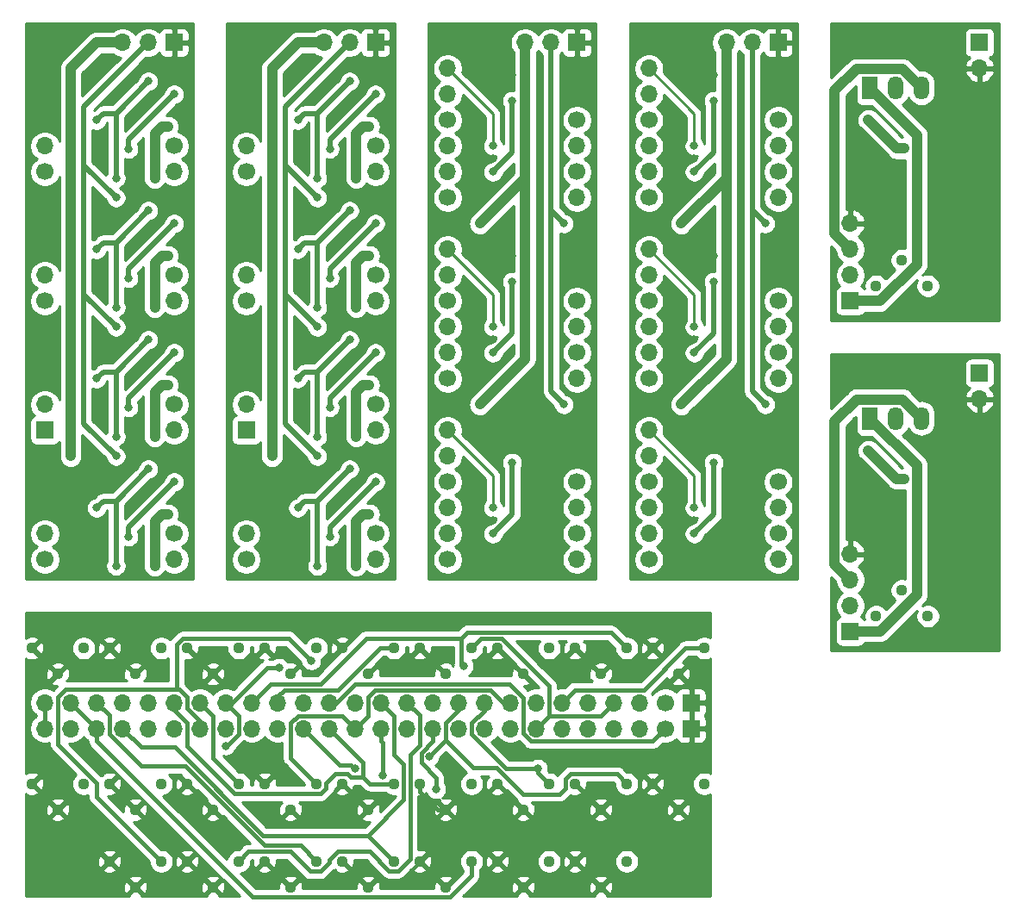
<source format=gbl>
G04 #@! TF.GenerationSoftware,KiCad,Pcbnew,(5.1.8)-1*
G04 #@! TF.CreationDate,2021-05-15T20:45:05+09:00*
G04 #@! TF.ProjectId,test,74657374-2e6b-4696-9361-645f70636258,rev?*
G04 #@! TF.SameCoordinates,PX4c80f60PY7d04650*
G04 #@! TF.FileFunction,Copper,L2,Bot*
G04 #@! TF.FilePolarity,Positive*
%FSLAX46Y46*%
G04 Gerber Fmt 4.6, Leading zero omitted, Abs format (unit mm)*
G04 Created by KiCad (PCBNEW (5.1.8)-1) date 2021-05-15 20:45:05*
%MOMM*%
%LPD*%
G01*
G04 APERTURE LIST*
G04 #@! TA.AperFunction,ComponentPad*
%ADD10C,1.120000*%
G04 #@! TD*
G04 #@! TA.AperFunction,ComponentPad*
%ADD11R,1.700000X1.700000*%
G04 #@! TD*
G04 #@! TA.AperFunction,ComponentPad*
%ADD12C,1.700000*%
G04 #@! TD*
G04 #@! TA.AperFunction,ComponentPad*
%ADD13O,1.700000X1.700000*%
G04 #@! TD*
G04 #@! TA.AperFunction,ComponentPad*
%ADD14O,1.500000X2.300000*%
G04 #@! TD*
G04 #@! TA.AperFunction,ComponentPad*
%ADD15R,1.500000X2.300000*%
G04 #@! TD*
G04 #@! TA.AperFunction,ViaPad*
%ADD16C,0.800000*%
G04 #@! TD*
G04 #@! TA.AperFunction,Conductor*
%ADD17C,0.500000*%
G04 #@! TD*
G04 #@! TA.AperFunction,Conductor*
%ADD18C,1.000000*%
G04 #@! TD*
G04 #@! TA.AperFunction,Conductor*
%ADD19C,0.250000*%
G04 #@! TD*
G04 #@! TA.AperFunction,Conductor*
%ADD20C,0.400000*%
G04 #@! TD*
G04 #@! TA.AperFunction,NonConductor*
%ADD21C,0.254000*%
G04 #@! TD*
G04 #@! TA.AperFunction,NonConductor*
%ADD22C,0.100000*%
G04 #@! TD*
G04 APERTURE END LIST*
D10*
X52070000Y25045000D03*
X49530000Y22505000D03*
X46990000Y25045000D03*
X62230000Y11710000D03*
X64770000Y9170000D03*
X67310000Y11710000D03*
X36830000Y25045000D03*
X34290000Y22505000D03*
X31750000Y25045000D03*
X21590000Y25045000D03*
X19050000Y22505000D03*
X16510000Y25045000D03*
D11*
X66040000Y17145000D03*
X66040000Y19685000D03*
D12*
X63500000Y19685000D03*
D13*
X60960000Y19685000D03*
X58420000Y19685000D03*
X55880000Y19685000D03*
X53340000Y19685000D03*
X50800000Y19685000D03*
X48260000Y19685000D03*
X45720000Y19685000D03*
X43180000Y19685000D03*
X40640000Y19685000D03*
X38100000Y19685000D03*
X35560000Y19685000D03*
X33020000Y19685000D03*
X30480000Y19685000D03*
X27940000Y19685000D03*
X25400000Y19685000D03*
X22860000Y19685000D03*
X20320000Y19685000D03*
X17780000Y19685000D03*
X15240000Y19685000D03*
X12700000Y19685000D03*
X10160000Y19685000D03*
X7620000Y19685000D03*
X5080000Y19685000D03*
X2540000Y19685000D03*
D10*
X1270000Y25045000D03*
X3810000Y22505000D03*
X6350000Y25045000D03*
D13*
X2540000Y17145000D03*
X5080000Y17145000D03*
X7620000Y17145000D03*
X10160000Y17145000D03*
X12700000Y17145000D03*
X15240000Y17145000D03*
X17780000Y17145000D03*
X20320000Y17145000D03*
X22860000Y17145000D03*
X25400000Y17145000D03*
X27940000Y17145000D03*
X30480000Y17145000D03*
X33020000Y17145000D03*
X35560000Y17145000D03*
X38100000Y17145000D03*
X40640000Y17145000D03*
X43180000Y17145000D03*
X45720000Y17145000D03*
X48260000Y17145000D03*
X50800000Y17145000D03*
X53340000Y17145000D03*
X55880000Y17145000D03*
X58420000Y17145000D03*
X60960000Y17145000D03*
D12*
X63500000Y17145000D03*
D10*
X54610000Y25045000D03*
X57150000Y22505000D03*
X59690000Y25045000D03*
X39370000Y25045000D03*
X41910000Y22505000D03*
X44450000Y25045000D03*
X24130000Y25045000D03*
X26670000Y22505000D03*
X29210000Y25045000D03*
X8890000Y25045000D03*
X11430000Y22505000D03*
X13970000Y25045000D03*
X31750000Y4090000D03*
X34290000Y1550000D03*
X36830000Y4090000D03*
X29210000Y4090000D03*
X26670000Y1550000D03*
X24130000Y4090000D03*
X16510000Y11710000D03*
X19050000Y9170000D03*
X21590000Y11710000D03*
X1270000Y11710000D03*
X3810000Y9170000D03*
X6350000Y11710000D03*
X59690000Y4090000D03*
X57150000Y1550000D03*
X54610000Y4090000D03*
X13970000Y4090000D03*
X11430000Y1550000D03*
X8890000Y4090000D03*
X44450000Y11710000D03*
X41910000Y9170000D03*
X39370000Y11710000D03*
X46990000Y11710000D03*
X49530000Y9170000D03*
X52070000Y11710000D03*
X13970000Y11710000D03*
X11430000Y9170000D03*
X8890000Y11710000D03*
X46990000Y4090000D03*
X49530000Y1550000D03*
X52070000Y4090000D03*
X44450000Y4090000D03*
X41910000Y1550000D03*
X39370000Y4090000D03*
X29210000Y11710000D03*
X26670000Y9170000D03*
X24130000Y11710000D03*
X31750000Y11710000D03*
X34290000Y9170000D03*
X36830000Y11710000D03*
X59690000Y11710000D03*
X57150000Y9170000D03*
X54610000Y11710000D03*
X16510000Y4090000D03*
X19050000Y1550000D03*
X21590000Y4090000D03*
X67310000Y25045000D03*
X64770000Y22505000D03*
X62230000Y25045000D03*
D13*
X81660000Y34290000D03*
X81660000Y31750000D03*
X81660000Y29210000D03*
D11*
X81660000Y26670000D03*
D10*
X89280000Y28168000D03*
X86740000Y30708000D03*
X84200000Y28168000D03*
D14*
X88645000Y47625000D03*
X86105000Y47625000D03*
D15*
X83565000Y47625000D03*
D13*
X94360000Y49530000D03*
D11*
X94360000Y52070000D03*
D13*
X81660000Y66770000D03*
X81660000Y64230000D03*
X81660000Y61690000D03*
D11*
X81660000Y59150000D03*
D10*
X89280000Y60648000D03*
X86740000Y63188000D03*
X84200000Y60648000D03*
D14*
X88645000Y80105000D03*
X86105000Y80105000D03*
D15*
X83565000Y80105000D03*
D13*
X94360000Y82010000D03*
D11*
X94360000Y84550000D03*
D13*
X74580000Y33750000D03*
D12*
X74580000Y36290000D03*
D13*
X74580000Y51530000D03*
D12*
X74580000Y54070000D03*
D13*
X61880000Y74390000D03*
X61880000Y71850000D03*
D12*
X61880000Y69310000D03*
D13*
X61880000Y82010000D03*
X61880000Y79470000D03*
D12*
X61880000Y76930000D03*
D13*
X74580000Y74390000D03*
D12*
X74580000Y76930000D03*
D13*
X69500000Y84550000D03*
X72040000Y84550000D03*
D11*
X74580000Y84550000D03*
D12*
X74580000Y41370000D03*
D13*
X74580000Y38830000D03*
X61880000Y46450000D03*
X61880000Y43910000D03*
D12*
X61880000Y41370000D03*
X61880000Y51530000D03*
D13*
X61880000Y54070000D03*
X61880000Y56610000D03*
X74580000Y56610000D03*
D12*
X74580000Y59150000D03*
X61880000Y33750000D03*
D13*
X61880000Y36290000D03*
X61880000Y38830000D03*
D12*
X61880000Y59150000D03*
D13*
X61880000Y61690000D03*
X61880000Y64230000D03*
D12*
X74580000Y71850000D03*
D13*
X74580000Y69310000D03*
X54800000Y33750000D03*
D12*
X54800000Y36290000D03*
D13*
X54800000Y51530000D03*
D12*
X54800000Y54070000D03*
D13*
X42100000Y74390000D03*
X42100000Y71850000D03*
D12*
X42100000Y69310000D03*
D13*
X42100000Y82010000D03*
X42100000Y79470000D03*
D12*
X42100000Y76930000D03*
D13*
X54800000Y74390000D03*
D12*
X54800000Y76930000D03*
D13*
X49720000Y84550000D03*
X52260000Y84550000D03*
D11*
X54800000Y84550000D03*
D12*
X54800000Y41370000D03*
D13*
X54800000Y38830000D03*
X42100000Y46450000D03*
X42100000Y43910000D03*
D12*
X42100000Y41370000D03*
X42100000Y51530000D03*
D13*
X42100000Y54070000D03*
X42100000Y56610000D03*
X54800000Y56610000D03*
D12*
X54800000Y59150000D03*
X42100000Y33750000D03*
D13*
X42100000Y36290000D03*
X42100000Y38830000D03*
D12*
X42100000Y59150000D03*
D13*
X42100000Y61690000D03*
X42100000Y64230000D03*
D12*
X54800000Y71850000D03*
D13*
X54800000Y69310000D03*
D12*
X35020000Y74390000D03*
D13*
X35020000Y71850000D03*
D11*
X35020000Y84550000D03*
D13*
X32480000Y84550000D03*
X29940000Y84550000D03*
D12*
X35020000Y48990000D03*
D13*
X35020000Y46450000D03*
X35020000Y33750000D03*
D12*
X35020000Y36290000D03*
D11*
X22320000Y46450000D03*
D13*
X22320000Y48990000D03*
D12*
X22320000Y71850000D03*
D13*
X22320000Y74390000D03*
X22320000Y36290000D03*
D12*
X22320000Y33750000D03*
D13*
X22320000Y61690000D03*
D12*
X22320000Y59150000D03*
D13*
X35020000Y59150000D03*
D12*
X35020000Y61690000D03*
D13*
X10160000Y84550000D03*
X12700000Y84550000D03*
D11*
X15240000Y84550000D03*
D13*
X15240000Y71850000D03*
D12*
X15240000Y74390000D03*
D13*
X15240000Y46450000D03*
D12*
X15240000Y48990000D03*
X15240000Y36290000D03*
D13*
X15240000Y33750000D03*
D12*
X2540000Y33750000D03*
D13*
X2540000Y36290000D03*
X2540000Y48990000D03*
D11*
X2540000Y46450000D03*
D12*
X2540000Y59150000D03*
D13*
X2540000Y61690000D03*
D12*
X15240000Y61690000D03*
D13*
X15240000Y59150000D03*
X2540000Y74390000D03*
D12*
X2540000Y71850000D03*
D16*
X9525000Y56610000D03*
X12700000Y80740000D03*
X9525000Y43910000D03*
X12700000Y42640000D03*
X7620000Y51530000D03*
X12700000Y68040000D03*
X7620000Y64230000D03*
X9525000Y69310000D03*
X9525000Y71215000D03*
X12700000Y55340000D03*
X9525000Y45815000D03*
X9525000Y58515000D03*
X9525000Y33115000D03*
X7620000Y76930000D03*
X7620000Y38830000D03*
X8255000Y62960000D03*
X1905000Y55340000D03*
X10795000Y51530000D03*
X1905000Y42640000D03*
X7620000Y82010000D03*
X10795000Y38830000D03*
X8255000Y75660000D03*
X10795000Y64230000D03*
X1905000Y68040000D03*
X10795000Y76930000D03*
X8255000Y50260000D03*
X1905000Y80740000D03*
X10754245Y74106086D03*
X15240000Y79470000D03*
X10754245Y61406086D03*
X15240000Y66770000D03*
X10754245Y48706086D03*
X15240000Y54070000D03*
X10754245Y36006086D03*
X15240000Y41370000D03*
X14605000Y76295000D03*
X14605000Y63595000D03*
X13335000Y71215000D03*
X13335000Y58515000D03*
X14605000Y38195000D03*
X13335000Y33115000D03*
X5080000Y69310000D03*
X5080000Y56610000D03*
X14605000Y50895000D03*
X13335000Y45815000D03*
X5080000Y43910000D03*
X29305000Y45815000D03*
X32480000Y55340000D03*
X27400000Y76930000D03*
X32480000Y42640000D03*
X27400000Y51530000D03*
X29305000Y69310000D03*
X30575000Y38830000D03*
X21685000Y68040000D03*
X28035000Y50260000D03*
X35020000Y79470000D03*
X34385000Y63595000D03*
X33115000Y71215000D03*
X33115000Y58515000D03*
X24860000Y69310000D03*
X24860000Y56610000D03*
X30534245Y74106086D03*
X21685000Y80740000D03*
X34385000Y76295000D03*
X21685000Y55340000D03*
X27400000Y38830000D03*
X30534245Y61406086D03*
X30575000Y51530000D03*
X29305000Y43910000D03*
X28035000Y75660000D03*
X30534245Y36006086D03*
X35020000Y66770000D03*
X35020000Y54070000D03*
X34385000Y38195000D03*
X32480000Y80740000D03*
X29305000Y58515000D03*
X29305000Y56610000D03*
X28035000Y62960000D03*
X21685000Y42640000D03*
X27400000Y82010000D03*
X27400000Y64230000D03*
X29305000Y33115000D03*
X30575000Y76930000D03*
X32480000Y68040000D03*
X35020000Y41370000D03*
X30534245Y48706086D03*
X33115000Y33115000D03*
X29305000Y71215000D03*
X30575000Y64230000D03*
X33115000Y45815000D03*
X34385000Y50895000D03*
X24860000Y43910000D03*
X48450000Y45815000D03*
X55435000Y63595000D03*
X55435000Y81375000D03*
X55435000Y66770000D03*
X47815000Y66770000D03*
X48450000Y63595000D03*
X40830000Y49625000D03*
X49720000Y32480000D03*
X56070000Y32480000D03*
X46545000Y73120000D03*
X55435000Y48990000D03*
X40830000Y85820000D03*
X40830000Y67405000D03*
X46545000Y37560000D03*
X55435000Y45815000D03*
X46545000Y55340000D03*
X42735000Y84550000D03*
X49720000Y49625000D03*
X48450000Y81375000D03*
X45275000Y66770000D03*
X45275000Y48990000D03*
X48450000Y61055000D03*
X46545000Y36290000D03*
X53530000Y66770000D03*
X48450000Y78835000D03*
X46545000Y54070000D03*
X53530000Y48990000D03*
X48450000Y43275000D03*
X46545000Y71850000D03*
X46545000Y74390000D03*
X46545000Y56610000D03*
X46545000Y38830000D03*
X68230000Y45815000D03*
X75215000Y63595000D03*
X75215000Y81375000D03*
X75215000Y66770000D03*
X67595000Y66770000D03*
X68230000Y63595000D03*
X60610000Y49625000D03*
X69500000Y32480000D03*
X75850000Y32480000D03*
X66325000Y73120000D03*
X75215000Y48990000D03*
X60610000Y85820000D03*
X60610000Y67405000D03*
X66325000Y37560000D03*
X75215000Y45815000D03*
X66325000Y55340000D03*
X62515000Y84550000D03*
X69500000Y49625000D03*
X68230000Y81375000D03*
X65055000Y66770000D03*
X65055000Y48990000D03*
X68230000Y61055000D03*
X66325000Y36290000D03*
X73310000Y66770000D03*
X68230000Y78835000D03*
X66325000Y54070000D03*
X73310000Y48990000D03*
X68230000Y43275000D03*
X66325000Y71850000D03*
X66325000Y74390000D03*
X66325000Y56610000D03*
X66325000Y38830000D03*
X84200000Y84550000D03*
X81660000Y84550000D03*
X92074000Y63976000D03*
X90550000Y82010000D03*
X91820000Y73120000D03*
X85470000Y57880000D03*
X86740000Y72358000D03*
X91820000Y69310000D03*
X88010000Y57880000D03*
X83438000Y76930000D03*
X86994000Y74136000D03*
X84200000Y52070000D03*
X81660000Y52070000D03*
X92074000Y31496000D03*
X90550000Y49530000D03*
X91820000Y40640000D03*
X85470000Y25400000D03*
X86740000Y39878000D03*
X91820000Y36830000D03*
X88010000Y25400000D03*
X83438000Y44450000D03*
X86994000Y41656000D03*
X43686600Y23268400D03*
X40976900Y11166200D03*
X20310200Y15450100D03*
X25546300Y23107700D03*
X35733900Y12521300D03*
X32979000Y13188500D03*
X50977900Y13210200D03*
X40314500Y14385700D03*
X28708500Y23817000D03*
X20955000Y13970000D03*
D17*
X12700000Y84550000D02*
X6350000Y78200000D01*
X6350000Y78200000D02*
X6350000Y72485000D01*
X9525000Y64865000D02*
X9525000Y58515000D01*
X9525000Y77565000D02*
X9525000Y71215000D01*
X12700000Y68040000D02*
X9525000Y64865000D01*
X6350000Y59785000D02*
X9525000Y56610000D01*
X12700000Y80740000D02*
X9525000Y77565000D01*
X6350000Y72485000D02*
X9525000Y69310000D01*
X8255000Y77565000D02*
X7620000Y76930000D01*
X9525000Y52165000D02*
X9525000Y45815000D01*
X6350000Y47085000D02*
X9525000Y43910000D01*
X12700000Y42640000D02*
X9525000Y39465000D01*
X9525000Y77565000D02*
X8255000Y77565000D01*
X8255000Y64865000D02*
X7620000Y64230000D01*
X6350000Y59785000D02*
X6350000Y47085000D01*
X9525000Y64865000D02*
X8255000Y64865000D01*
X8255000Y52165000D02*
X7620000Y51530000D01*
X6350000Y72485000D02*
X6350000Y59785000D01*
X9525000Y39465000D02*
X9525000Y33115000D01*
X8255000Y39465000D02*
X7620000Y38830000D01*
X9525000Y52165000D02*
X8255000Y52165000D01*
X12700000Y55340000D02*
X9525000Y52165000D01*
X9525000Y39465000D02*
X8255000Y39465000D01*
X10754245Y74106086D02*
X10754245Y74984245D01*
X10754245Y74984245D02*
X15240000Y79470000D01*
X10754245Y62284245D02*
X15240000Y66770000D01*
X10754245Y61406086D02*
X10754245Y62284245D01*
X10754245Y49584245D02*
X15240000Y54070000D01*
X10754245Y48706086D02*
X10754245Y49584245D01*
X10754245Y36006086D02*
X10754245Y36884245D01*
X10754245Y36884245D02*
X15240000Y41370000D01*
D18*
X13335000Y75590685D02*
X13335000Y71215000D01*
X5080000Y69310000D02*
X5080000Y61331998D01*
X13335000Y50190685D02*
X13335000Y45815000D01*
X13335000Y37490685D02*
X13335000Y33115000D01*
X5080000Y56610000D02*
X5080000Y43910000D01*
X5080000Y82010000D02*
X5080000Y69310000D01*
X14605000Y76295000D02*
X14039315Y76295000D01*
X5080000Y61331998D02*
X5080000Y56610000D01*
X14039315Y38195000D02*
X13335000Y37490685D01*
X14605000Y38195000D02*
X14039315Y38195000D01*
X13335000Y62890685D02*
X13335000Y58515000D01*
X14039315Y50895000D02*
X13335000Y50190685D01*
X7620000Y84550000D02*
X5080000Y82010000D01*
X14039315Y63595000D02*
X13335000Y62890685D01*
X14605000Y50895000D02*
X14039315Y50895000D01*
X10160000Y84550000D02*
X7620000Y84550000D01*
X14605000Y63595000D02*
X14039315Y63595000D01*
X14039315Y76295000D02*
X13335000Y75590685D01*
X34385000Y63595000D02*
X33819315Y63595000D01*
X34385000Y50895000D02*
X33819315Y50895000D01*
X33819315Y63595000D02*
X33115000Y62890685D01*
X29940000Y84550000D02*
X27400000Y84550000D01*
X33819315Y76295000D02*
X33115000Y75590685D01*
D17*
X26130000Y72485000D02*
X26130000Y59785000D01*
X30534245Y36006086D02*
X30534245Y36884245D01*
X30534245Y36884245D02*
X35020000Y41370000D01*
X29305000Y39465000D02*
X28035000Y39465000D01*
X32480000Y55340000D02*
X29305000Y52165000D01*
X30534245Y62284245D02*
X35020000Y66770000D01*
X29305000Y39465000D02*
X29305000Y33115000D01*
X29305000Y52165000D02*
X28035000Y52165000D01*
X28035000Y39465000D02*
X27400000Y38830000D01*
X30534245Y49584245D02*
X35020000Y54070000D01*
X30534245Y48706086D02*
X30534245Y49584245D01*
X30534245Y74106086D02*
X30534245Y74984245D01*
D18*
X33115000Y75590685D02*
X33115000Y71215000D01*
D17*
X30534245Y74984245D02*
X35020000Y79470000D01*
D18*
X24860000Y56610000D02*
X24860000Y43910000D01*
X24860000Y61331998D02*
X24860000Y56610000D01*
X34385000Y38195000D02*
X33819315Y38195000D01*
X33115000Y62890685D02*
X33115000Y58515000D01*
X33819315Y38195000D02*
X33115000Y37490685D01*
D17*
X30534245Y61406086D02*
X30534245Y62284245D01*
D18*
X33115000Y50190685D02*
X33115000Y45815000D01*
X34385000Y76295000D02*
X33819315Y76295000D01*
X33819315Y50895000D02*
X33115000Y50190685D01*
X33115000Y37490685D02*
X33115000Y33115000D01*
X24860000Y82010000D02*
X24860000Y69310000D01*
X27400000Y84550000D02*
X24860000Y82010000D01*
X24860000Y69310000D02*
X24860000Y61331998D01*
D17*
X29305000Y77565000D02*
X28035000Y77565000D01*
X26130000Y59785000D02*
X26130000Y47085000D01*
X29305000Y64865000D02*
X29305000Y58515000D01*
X32480000Y68040000D02*
X29305000Y64865000D01*
X32480000Y80740000D02*
X29305000Y77565000D01*
X26130000Y72485000D02*
X29305000Y69310000D01*
X29305000Y52165000D02*
X29305000Y45815000D01*
X29305000Y77565000D02*
X29305000Y71215000D01*
X26130000Y47085000D02*
X29305000Y43910000D01*
X29305000Y64865000D02*
X28035000Y64865000D01*
X28035000Y52165000D02*
X27400000Y51530000D01*
X28035000Y77565000D02*
X27400000Y76930000D01*
X32480000Y42640000D02*
X29305000Y39465000D01*
X32480000Y84550000D02*
X26130000Y78200000D01*
X26130000Y59785000D02*
X29305000Y56610000D01*
X26130000Y78200000D02*
X26130000Y72485000D01*
X28035000Y64865000D02*
X27400000Y64230000D01*
D18*
X49720000Y84550000D02*
X49720000Y71215000D01*
X49720000Y71215000D02*
X49720000Y53435000D01*
X49720000Y53435000D02*
X45275000Y48990000D01*
X49720000Y71215000D02*
X45275000Y66770000D01*
D17*
X48450000Y73755000D02*
X46545000Y71850000D01*
X48450000Y78835000D02*
X48450000Y73755000D01*
X52260000Y68040000D02*
X53530000Y66770000D01*
X52260000Y84550000D02*
X52260000Y68040000D01*
X48450000Y55975000D02*
X46545000Y54070000D01*
X52260000Y68040000D02*
X52260000Y50260000D01*
X48450000Y43275000D02*
X48450000Y38195000D01*
X48450000Y61055000D02*
X48450000Y55975000D01*
X52260000Y50260000D02*
X53530000Y48990000D01*
X48450000Y38195000D02*
X46545000Y36290000D01*
D19*
X46545000Y77565000D02*
X46545000Y74390000D01*
X42100000Y82010000D02*
X46545000Y77565000D01*
X42100000Y64230000D02*
X46545000Y59785000D01*
X46545000Y59785000D02*
X46545000Y56610000D01*
X42100000Y46450000D02*
X46545000Y42005000D01*
X46545000Y42005000D02*
X46545000Y38830000D01*
D18*
X69500000Y84550000D02*
X69500000Y71215000D01*
X69500000Y71215000D02*
X69500000Y53435000D01*
X69500000Y53435000D02*
X65055000Y48990000D01*
X69500000Y71215000D02*
X65055000Y66770000D01*
D17*
X68230000Y73755000D02*
X66325000Y71850000D01*
X68230000Y78835000D02*
X68230000Y73755000D01*
X72040000Y68040000D02*
X73310000Y66770000D01*
X72040000Y84550000D02*
X72040000Y68040000D01*
X68230000Y55975000D02*
X66325000Y54070000D01*
X72040000Y68040000D02*
X72040000Y50260000D01*
X68230000Y43275000D02*
X68230000Y38195000D01*
X68230000Y61055000D02*
X68230000Y55975000D01*
X72040000Y50260000D02*
X73310000Y48990000D01*
X68230000Y38195000D02*
X66325000Y36290000D01*
D19*
X66325000Y77565000D02*
X66325000Y74390000D01*
X61880000Y82010000D02*
X66325000Y77565000D01*
X61880000Y64230000D02*
X66325000Y59785000D01*
X66325000Y59785000D02*
X66325000Y56610000D01*
X61880000Y46450000D02*
X66325000Y42005000D01*
X66325000Y42005000D02*
X66325000Y38830000D01*
D18*
X88194010Y75475990D02*
X88194010Y62777208D01*
X84566802Y59150000D02*
X81660000Y59150000D01*
X88194010Y62777208D02*
X84566802Y59150000D01*
X83565000Y80105000D02*
X88194010Y75475990D01*
X86232000Y74136000D02*
X83438000Y76930000D01*
X86994000Y74136000D02*
X86232000Y74136000D01*
X80109999Y65780001D02*
X81660000Y64230000D01*
X80109999Y79810001D02*
X80109999Y65780001D01*
X82254999Y81955001D02*
X80109999Y79810001D01*
X86794999Y81955001D02*
X82254999Y81955001D01*
X88645000Y80105000D02*
X86794999Y81955001D01*
X88194010Y42995990D02*
X88194010Y30297208D01*
X84566802Y26670000D02*
X81660000Y26670000D01*
X88194010Y30297208D02*
X84566802Y26670000D01*
X83565000Y47625000D02*
X88194010Y42995990D01*
X86232000Y41656000D02*
X83438000Y44450000D01*
X86994000Y41656000D02*
X86232000Y41656000D01*
X80109999Y33300001D02*
X81660000Y31750000D01*
X80109999Y47330001D02*
X80109999Y33300001D01*
X82254999Y49475001D02*
X80109999Y47330001D01*
X86794999Y49475001D02*
X82254999Y49475001D01*
X88645000Y47625000D02*
X86794999Y49475001D01*
D20*
X49530000Y20196300D02*
X49530000Y16646200D01*
X48189800Y21536500D02*
X49530000Y20196300D01*
X49530000Y16646200D02*
X50281600Y15894600D01*
X33021498Y21536500D02*
X48189800Y21536500D01*
X30480000Y19685000D02*
X31169998Y19685000D01*
X62249600Y15894600D02*
X63500000Y17145000D01*
X50281600Y15894600D02*
X62249600Y15894600D01*
X31169998Y19685000D02*
X33021498Y21536500D01*
X25400000Y20282200D02*
X25400000Y19685000D01*
X26053900Y20936100D02*
X25400000Y20282200D01*
X31355900Y20936100D02*
X26053900Y20936100D01*
X35464800Y25045000D02*
X31355900Y20936100D01*
X36830000Y25045000D02*
X35464800Y25045000D01*
X52050001Y21318901D02*
X52070000Y21338900D01*
X45410400Y26005400D02*
X47403500Y26005400D01*
X57130001Y18395001D02*
X58420000Y19685000D01*
X52050001Y18395001D02*
X57130001Y18395001D01*
X50800000Y17145000D02*
X52050001Y18395001D01*
X52050001Y18395001D02*
X52050001Y21318901D01*
X47403500Y26005400D02*
X52070000Y21338900D01*
X44450000Y25045000D02*
X45410400Y26005400D01*
X43464500Y26021600D02*
X43464500Y23490500D01*
X58129300Y26605700D02*
X44048600Y26605700D01*
X43464500Y23490500D02*
X43686600Y23268400D01*
X43464500Y26021600D02*
X34084800Y26021600D01*
X44048600Y26605700D02*
X43464500Y26021600D01*
X29599700Y21536500D02*
X24711500Y21536500D01*
X24711500Y21536500D02*
X22860000Y19685000D01*
X59690000Y25045000D02*
X58129300Y26605700D01*
X34084800Y26021600D02*
X29599700Y21536500D01*
X65447000Y25045000D02*
X67310000Y25045000D01*
X53340000Y19685000D02*
X54602900Y20947900D01*
X61349900Y20947900D02*
X65447000Y25045000D01*
X54602900Y20947900D02*
X61349900Y20947900D01*
X40640000Y15894700D02*
X39507400Y14762100D01*
X39507400Y13779200D02*
X40976900Y12309700D01*
X40976900Y12309700D02*
X40976900Y11166200D01*
X40640000Y17145000D02*
X40640000Y15894700D01*
X39507400Y14762100D02*
X39507400Y13779200D01*
X24340900Y23107700D02*
X25546300Y23107700D01*
X20918200Y19685000D02*
X24340900Y23107700D01*
X20320000Y19685000D02*
X20918200Y19685000D01*
X20310200Y15450100D02*
X20432900Y15450100D01*
X21590000Y18415000D02*
X20320000Y19685000D01*
X20432900Y15450100D02*
X21590000Y16607200D01*
X21590000Y16607200D02*
X21590000Y18415000D01*
X35560000Y17145000D02*
X35560000Y15894700D01*
X19050000Y14250000D02*
X19050000Y18415000D01*
X35733900Y15720800D02*
X35733900Y12521300D01*
X21590000Y11710000D02*
X19050000Y14250000D01*
X35560000Y15894700D02*
X35733900Y15720800D01*
X19050000Y18415000D02*
X17780000Y19685000D01*
X34290000Y20240500D02*
X34985600Y20936100D01*
X26689600Y14230400D02*
X26689600Y17665600D01*
X34290000Y18415000D02*
X34290000Y19685000D01*
X34290000Y19685000D02*
X34290000Y19147200D01*
X27419300Y18395300D02*
X31769700Y18395300D01*
X31769700Y18395300D02*
X33020000Y17145000D01*
X26689600Y17665600D02*
X27419300Y18395300D01*
X46336100Y20936100D02*
X47587200Y19685000D01*
X29210000Y11710000D02*
X26689600Y14230400D01*
X33020000Y17145000D02*
X34290000Y18415000D01*
X47587200Y19685000D02*
X48260000Y19685000D01*
X34985600Y20936100D02*
X46336100Y20936100D01*
X34290000Y19685000D02*
X34290000Y20240500D01*
X21164300Y10746500D02*
X16529600Y15381200D01*
X16529600Y15381200D02*
X16529600Y17663200D01*
X15240000Y18952800D02*
X15240000Y19685000D01*
X16529600Y17663200D02*
X15240000Y18952800D01*
X30170001Y11755001D02*
X30170001Y11279201D01*
X30170001Y11279201D02*
X29637300Y10746500D01*
X31085001Y12670001D02*
X30170001Y11755001D01*
X32592200Y12375900D02*
X32298099Y12670001D01*
X29637300Y10746500D02*
X21164300Y10746500D01*
X32298099Y12670001D02*
X31085001Y12670001D01*
X33793100Y13831900D02*
X30480000Y17145000D01*
X34459000Y11710000D02*
X33793100Y12375900D01*
X33793100Y12375900D02*
X32592200Y12375900D01*
X33793100Y12375900D02*
X33793100Y13831900D01*
X36830000Y11710000D02*
X34459000Y11710000D01*
X32579001Y13588499D02*
X31496501Y13588499D01*
X31496501Y13588499D02*
X27940000Y17145000D01*
X32979000Y13188500D02*
X32579001Y13588499D01*
X45720000Y18913101D02*
X45720000Y19685000D01*
X47856700Y13210200D02*
X44430300Y16636600D01*
X44430300Y17663100D02*
X44469999Y17663100D01*
X44430300Y16636600D02*
X44430300Y17663100D01*
X52070000Y11710000D02*
X50977900Y12802100D01*
X50977900Y13210200D02*
X47856700Y13210200D01*
X50977900Y12802100D02*
X50977900Y13210200D01*
X44469999Y17663100D02*
X45720000Y18913101D01*
X43180000Y18952401D02*
X43180000Y19685000D01*
X58729999Y12670001D02*
X59690000Y11710000D01*
X49506900Y10710900D02*
X46913200Y13304600D01*
X53649999Y12170801D02*
X54149199Y12670001D01*
X54149199Y12670001D02*
X58729999Y12670001D01*
X49506900Y10710900D02*
X53111700Y10710900D01*
X41929600Y16000800D02*
X40314500Y14385700D01*
X41929600Y17702400D02*
X41929999Y17702400D01*
X53111700Y10710900D02*
X53649999Y11249199D01*
X53649999Y11249199D02*
X53649999Y12170801D01*
X46913200Y13304600D02*
X44625800Y13304600D01*
X41929999Y17702400D02*
X43180000Y18952401D01*
X44625800Y13304600D02*
X41929600Y16000800D01*
X41929600Y17702400D02*
X41929600Y16000800D01*
X26507500Y26018000D02*
X28708500Y23817000D01*
X13970000Y4090000D02*
X7620000Y10440000D01*
X15521900Y25434500D02*
X16105400Y26018000D01*
X16105400Y26018000D02*
X26507500Y26018000D01*
X15521900Y20982400D02*
X15727700Y20982400D01*
X7620000Y10440000D02*
X7620000Y11808400D01*
X17780000Y17834998D02*
X17780000Y17145000D01*
X15521900Y20982400D02*
X15521900Y25434500D01*
X3810000Y15618400D02*
X3810000Y20210500D01*
X3810000Y20210500D02*
X4581900Y20982400D01*
X16510000Y19104998D02*
X17780000Y17834998D01*
X15727700Y20982400D02*
X16510000Y20200100D01*
X7620000Y11808400D02*
X3810000Y15618400D01*
X16510000Y20200100D02*
X16510000Y19104998D01*
X4581900Y20982400D02*
X15521900Y20982400D01*
X30480000Y3967900D02*
X29613000Y3100900D01*
X39366400Y15496700D02*
X38402400Y14532700D01*
X36349100Y3128000D02*
X34426600Y5050500D01*
X26629100Y5050400D02*
X22550400Y5050400D01*
X37226400Y3128000D02*
X36349100Y3128000D01*
X28578600Y3100900D02*
X26629100Y5050400D01*
X38402400Y14532700D02*
X38402400Y4304000D01*
X30480000Y4238500D02*
X30480000Y3967900D01*
X38402400Y4304000D02*
X37226400Y3128000D01*
X38100000Y19685000D02*
X39366400Y18418600D01*
X34426600Y5050500D02*
X31292000Y5050500D01*
X29613000Y3100900D02*
X28578600Y3100900D01*
X39366400Y18418600D02*
X39366400Y15496700D01*
X31292000Y5050500D02*
X30480000Y4238500D01*
X22550400Y5050400D02*
X21590000Y4090000D01*
X8870400Y18434600D02*
X7620000Y19685000D01*
X24120500Y5650800D02*
X16297800Y13473500D01*
X16297800Y13473500D02*
X12026600Y13473500D01*
X8870400Y16629700D02*
X8870400Y18434600D01*
X27649200Y5650800D02*
X24120500Y5650800D01*
X12026600Y13473500D02*
X8870400Y16629700D01*
X29210000Y4090000D02*
X27649200Y5650800D01*
X37802000Y13602500D02*
X36830000Y14574500D01*
X36830000Y18415000D02*
X35560000Y19685000D01*
X12003300Y15301700D02*
X10160000Y17145000D01*
X36830000Y14574500D02*
X36830000Y18415000D01*
X36830000Y4090000D02*
X34290000Y6630000D01*
X34290000Y6630000D02*
X37802000Y10142000D01*
X15318700Y15301700D02*
X12003300Y15301700D01*
X34290000Y6630000D02*
X23990400Y6630000D01*
X23990400Y6630000D02*
X15318700Y15301700D01*
X37802000Y10142000D02*
X37802000Y13602500D01*
X22934300Y580400D02*
X7620000Y15894700D01*
X7620000Y17145000D02*
X5080000Y19685000D01*
X42357200Y580400D02*
X22934300Y580400D01*
X44450000Y4090000D02*
X44450000Y2673200D01*
X44450000Y2673200D02*
X42357200Y580400D01*
X7620000Y15894700D02*
X7620000Y17145000D01*
X2540000Y19685000D02*
X2540000Y17145000D01*
D19*
X16510000Y4090000D02*
X16108400Y4090000D01*
X62230000Y12159700D02*
X62230000Y11710000D01*
D20*
X41118041Y9170000D02*
X41910000Y9170000D01*
X39370000Y11710000D02*
X39370000Y10918041D01*
X39370000Y10918041D02*
X41118041Y9170000D01*
D21*
X660000Y31869999D02*
X660000Y86430000D01*
X14390000Y86430000D01*
X14390000Y86038072D01*
X14265518Y86025812D01*
X14145820Y85989502D01*
X14035506Y85930537D01*
X13938815Y85851185D01*
X13859463Y85754494D01*
X13800498Y85644180D01*
X13778487Y85571620D01*
X13646632Y85703475D01*
X13403411Y85865990D01*
X13133158Y85977932D01*
X12846260Y86035000D01*
X12553740Y86035000D01*
X12266842Y85977932D01*
X11996589Y85865990D01*
X11753368Y85703475D01*
X11546525Y85496632D01*
X11430000Y85322240D01*
X11313475Y85496632D01*
X11106632Y85703475D01*
X10863411Y85865990D01*
X10593158Y85977932D01*
X10306260Y86035000D01*
X10013740Y86035000D01*
X9726842Y85977932D01*
X9456589Y85865990D01*
X9213368Y85703475D01*
X9194893Y85685000D01*
X7675761Y85684999D01*
X7620000Y85690491D01*
X7397502Y85668577D01*
X7183554Y85603676D01*
X7129744Y85574914D01*
X6986377Y85498283D01*
X6813551Y85356448D01*
X6778009Y85313140D01*
X4316859Y82851991D01*
X4273551Y82816449D01*
X4131716Y82643623D01*
X4026324Y82446447D01*
X3961423Y82232499D01*
X3945000Y82065752D01*
X3945000Y82065743D01*
X3939510Y82010001D01*
X3945000Y81954259D01*
X3945000Y74878521D01*
X3855990Y75093411D01*
X3693475Y75336632D01*
X3486632Y75543475D01*
X3243411Y75705990D01*
X2973158Y75817932D01*
X2686260Y75875000D01*
X2393740Y75875000D01*
X2106842Y75817932D01*
X1836589Y75705990D01*
X1593368Y75543475D01*
X1386525Y75336632D01*
X1224010Y75093411D01*
X1112068Y74823158D01*
X1055000Y74536260D01*
X1055000Y74243740D01*
X1112068Y73956842D01*
X1224010Y73686589D01*
X1386525Y73443368D01*
X1593368Y73236525D01*
X1767760Y73120000D01*
X1593368Y73003475D01*
X1386525Y72796632D01*
X1224010Y72553411D01*
X1112068Y72283158D01*
X1055000Y71996260D01*
X1055000Y71703740D01*
X1112068Y71416842D01*
X1224010Y71146589D01*
X1386525Y70903368D01*
X1593368Y70696525D01*
X1836589Y70534010D01*
X2106842Y70422068D01*
X2393740Y70365000D01*
X2686260Y70365000D01*
X2973158Y70422068D01*
X3243411Y70534010D01*
X3486632Y70696525D01*
X3693475Y70903368D01*
X3855990Y71146589D01*
X3945000Y71361479D01*
X3945000Y62178521D01*
X3855990Y62393411D01*
X3693475Y62636632D01*
X3486632Y62843475D01*
X3243411Y63005990D01*
X2973158Y63117932D01*
X2686260Y63175000D01*
X2393740Y63175000D01*
X2106842Y63117932D01*
X1836589Y63005990D01*
X1593368Y62843475D01*
X1386525Y62636632D01*
X1224010Y62393411D01*
X1112068Y62123158D01*
X1055000Y61836260D01*
X1055000Y61543740D01*
X1112068Y61256842D01*
X1224010Y60986589D01*
X1386525Y60743368D01*
X1593368Y60536525D01*
X1767760Y60420000D01*
X1593368Y60303475D01*
X1386525Y60096632D01*
X1224010Y59853411D01*
X1112068Y59583158D01*
X1055000Y59296260D01*
X1055000Y59003740D01*
X1112068Y58716842D01*
X1224010Y58446589D01*
X1386525Y58203368D01*
X1593368Y57996525D01*
X1836589Y57834010D01*
X2106842Y57722068D01*
X2393740Y57665000D01*
X2686260Y57665000D01*
X2973158Y57722068D01*
X3243411Y57834010D01*
X3486632Y57996525D01*
X3693475Y58203368D01*
X3855990Y58446589D01*
X3945000Y58661479D01*
X3945000Y49478521D01*
X3855990Y49693411D01*
X3693475Y49936632D01*
X3486632Y50143475D01*
X3243411Y50305990D01*
X2973158Y50417932D01*
X2686260Y50475000D01*
X2393740Y50475000D01*
X2106842Y50417932D01*
X1836589Y50305990D01*
X1593368Y50143475D01*
X1386525Y49936632D01*
X1224010Y49693411D01*
X1112068Y49423158D01*
X1055000Y49136260D01*
X1055000Y48843740D01*
X1112068Y48556842D01*
X1224010Y48286589D01*
X1386525Y48043368D01*
X1518380Y47911513D01*
X1445820Y47889502D01*
X1335506Y47830537D01*
X1238815Y47751185D01*
X1159463Y47654494D01*
X1100498Y47544180D01*
X1064188Y47424482D01*
X1051928Y47300000D01*
X1051928Y45600000D01*
X1064188Y45475518D01*
X1100498Y45355820D01*
X1159463Y45245506D01*
X1238815Y45148815D01*
X1335506Y45069463D01*
X1445820Y45010498D01*
X1565518Y44974188D01*
X1690000Y44961928D01*
X2686260Y44961928D01*
X2686260Y37775000D01*
X2393740Y37775000D01*
X2106842Y37717932D01*
X1836589Y37605990D01*
X1593368Y37443475D01*
X1386525Y37236632D01*
X1224010Y36993411D01*
X1112068Y36723158D01*
X1055000Y36436260D01*
X1055000Y36143740D01*
X1112068Y35856842D01*
X1224010Y35586589D01*
X1386525Y35343368D01*
X1593368Y35136525D01*
X1767760Y35020000D01*
X1593368Y34903475D01*
X1386525Y34696632D01*
X1224010Y34453411D01*
X1112068Y34183158D01*
X1055000Y33896260D01*
X1055000Y33603740D01*
X1112068Y33316842D01*
X1224010Y33046589D01*
X1386525Y32803368D01*
X1593368Y32596525D01*
X1836589Y32434010D01*
X2106842Y32322068D01*
X2393740Y32265000D01*
X2686260Y32265000D01*
X2973158Y32322068D01*
X3243411Y32434010D01*
X3486632Y32596525D01*
X3693475Y32803368D01*
X3855990Y33046589D01*
X3967932Y33316842D01*
X4025000Y33603740D01*
X4025000Y33896260D01*
X3967932Y34183158D01*
X3855990Y34453411D01*
X3693475Y34696632D01*
X3486632Y34903475D01*
X3312240Y35020000D01*
X3486632Y35136525D01*
X3693475Y35343368D01*
X3855990Y35586589D01*
X3967932Y35856842D01*
X4025000Y36143740D01*
X4025000Y36436260D01*
X3967932Y36723158D01*
X3855990Y36993411D01*
X3693475Y37236632D01*
X3486632Y37443475D01*
X3243411Y37605990D01*
X2973158Y37717932D01*
X2686260Y37775000D01*
X2686260Y44961928D01*
X3390000Y44961928D01*
X3514482Y44974188D01*
X3634180Y45010498D01*
X3744494Y45069463D01*
X3841185Y45148815D01*
X3920537Y45245506D01*
X3945000Y45291272D01*
X3945000Y43854248D01*
X3961423Y43687501D01*
X4026324Y43473553D01*
X4131716Y43276377D01*
X4273551Y43103551D01*
X4446377Y42961716D01*
X4643553Y42856324D01*
X4857501Y42791423D01*
X5080000Y42769509D01*
X5302499Y42791423D01*
X5516447Y42856324D01*
X5713623Y42961716D01*
X5886449Y43103551D01*
X6028284Y43276377D01*
X6133676Y43473553D01*
X6198577Y43687501D01*
X6215000Y43854248D01*
X6215000Y45968422D01*
X8518465Y43664956D01*
X8529774Y43608102D01*
X8607795Y43419744D01*
X8721063Y43250226D01*
X8865226Y43106063D01*
X9034744Y42992795D01*
X9223102Y42914774D01*
X9423061Y42875000D01*
X9626939Y42875000D01*
X9826898Y42914774D01*
X10015256Y42992795D01*
X10184774Y43106063D01*
X10328937Y43250226D01*
X10442205Y43419744D01*
X10520226Y43608102D01*
X10560000Y43808061D01*
X10560000Y44011939D01*
X10520226Y44211898D01*
X10442205Y44400256D01*
X10328937Y44569774D01*
X10184774Y44713937D01*
X10015256Y44827205D01*
X9930047Y44862500D01*
X10015256Y44897795D01*
X10184774Y45011063D01*
X10328937Y45155226D01*
X10442205Y45324744D01*
X10520226Y45513102D01*
X10560000Y45713061D01*
X10560000Y45916939D01*
X10520226Y46116898D01*
X10442205Y46305256D01*
X10410000Y46353454D01*
X10410000Y47728401D01*
X10452347Y47710860D01*
X10652306Y47671086D01*
X10856184Y47671086D01*
X11056143Y47710860D01*
X11244501Y47788881D01*
X11414019Y47902149D01*
X11558182Y48046312D01*
X11671450Y48215830D01*
X11749471Y48404188D01*
X11789245Y48604147D01*
X11789245Y48808025D01*
X11749471Y49007984D01*
X11671450Y49196342D01*
X11650009Y49228430D01*
X12200000Y49778421D01*
X12200000Y45759248D01*
X12216423Y45592501D01*
X12281324Y45378553D01*
X12386716Y45181377D01*
X12528551Y45008551D01*
X12701377Y44866716D01*
X12801939Y44812965D01*
X12801939Y43675000D01*
X12598061Y43675000D01*
X12398102Y43635226D01*
X12209744Y43557205D01*
X12040226Y43443937D01*
X11896063Y43299774D01*
X11782795Y43130256D01*
X11704774Y42941898D01*
X11693465Y42885043D01*
X9158421Y40350000D01*
X8298478Y40349999D01*
X8255000Y40354281D01*
X8081510Y40337195D01*
X7914687Y40286588D01*
X7760941Y40204410D01*
X7659954Y40121532D01*
X7659951Y40121529D01*
X7626183Y40093816D01*
X7598471Y40060049D01*
X7374957Y39836535D01*
X7318102Y39825226D01*
X7129744Y39747205D01*
X6960226Y39633937D01*
X6816063Y39489774D01*
X6702795Y39320256D01*
X6624774Y39131898D01*
X6585000Y38931939D01*
X6585000Y38728061D01*
X6624774Y38528102D01*
X6702795Y38339744D01*
X6816063Y38170226D01*
X6960226Y38026063D01*
X7129744Y37912795D01*
X7318102Y37834774D01*
X7518061Y37795000D01*
X7721939Y37795000D01*
X7921898Y37834774D01*
X8110256Y37912795D01*
X8279774Y38026063D01*
X8423937Y38170226D01*
X8537205Y38339744D01*
X8615226Y38528102D01*
X8625549Y38580000D01*
X8640000Y38580000D01*
X8640000Y33653454D01*
X8607795Y33605256D01*
X8529774Y33416898D01*
X8490000Y33216939D01*
X8490000Y33013061D01*
X8529774Y32813102D01*
X8607795Y32624744D01*
X8721063Y32455226D01*
X8865226Y32311063D01*
X9034744Y32197795D01*
X9223102Y32119774D01*
X9423061Y32080000D01*
X9626939Y32080000D01*
X9826898Y32119774D01*
X10015256Y32197795D01*
X10184774Y32311063D01*
X10328937Y32455226D01*
X10442205Y32624744D01*
X10520226Y32813102D01*
X10560000Y33013061D01*
X10560000Y33216939D01*
X10520226Y33416898D01*
X10442205Y33605256D01*
X10410000Y33653454D01*
X10410000Y35028401D01*
X10452347Y35010860D01*
X10652306Y34971086D01*
X10856184Y34971086D01*
X11056143Y35010860D01*
X11244501Y35088881D01*
X11414019Y35202149D01*
X11558182Y35346312D01*
X11671450Y35515830D01*
X11749471Y35704188D01*
X11789245Y35904147D01*
X11789245Y36108025D01*
X11749471Y36307984D01*
X11671450Y36496342D01*
X11650009Y36528430D01*
X12200000Y37078421D01*
X12200000Y33059248D01*
X12216423Y32892501D01*
X12281324Y32678553D01*
X12386716Y32481377D01*
X12528551Y32308551D01*
X12701377Y32166716D01*
X12898553Y32061324D01*
X13112501Y31996423D01*
X13335000Y31974509D01*
X13557499Y31996423D01*
X13771447Y32061324D01*
X13968623Y32166716D01*
X14141449Y32308551D01*
X14283284Y32481377D01*
X14331288Y32571187D01*
X14536589Y32434010D01*
X14806842Y32322068D01*
X15093740Y32265000D01*
X15386260Y32265000D01*
X15673158Y32322068D01*
X15943411Y32434010D01*
X16186632Y32596525D01*
X16393475Y32803368D01*
X16555990Y33046589D01*
X16667932Y33316842D01*
X16725000Y33603740D01*
X16725000Y33896260D01*
X16667932Y34183158D01*
X16555990Y34453411D01*
X16393475Y34696632D01*
X16186632Y34903475D01*
X16012240Y35020000D01*
X16186632Y35136525D01*
X16393475Y35343368D01*
X16555990Y35586589D01*
X16667932Y35856842D01*
X16725000Y36143740D01*
X16725000Y36436260D01*
X16667932Y36723158D01*
X16555990Y36993411D01*
X16393475Y37236632D01*
X16186632Y37443475D01*
X15943411Y37605990D01*
X15673158Y37717932D01*
X15640442Y37724440D01*
X15658676Y37758554D01*
X15723577Y37972502D01*
X15745491Y38195000D01*
X15723577Y38417499D01*
X15658676Y38631447D01*
X15553284Y38828623D01*
X15411449Y39001449D01*
X15238623Y39143284D01*
X15041446Y39248676D01*
X14827498Y39313577D01*
X14660751Y39330000D01*
X14451578Y39330000D01*
X15485043Y40363465D01*
X15541898Y40374774D01*
X15730256Y40452795D01*
X15899774Y40566063D01*
X16043937Y40710226D01*
X16157205Y40879744D01*
X16235226Y41068102D01*
X16275000Y41268061D01*
X16275000Y41471939D01*
X16235226Y41671898D01*
X16157205Y41860256D01*
X16043937Y42029774D01*
X15899774Y42173937D01*
X15730256Y42287205D01*
X15541898Y42365226D01*
X15341939Y42405000D01*
X15138061Y42405000D01*
X14938102Y42365226D01*
X14749744Y42287205D01*
X14580226Y42173937D01*
X14436063Y42029774D01*
X14322795Y41860256D01*
X14244774Y41671898D01*
X14233465Y41615043D01*
X10410000Y37791579D01*
X10410000Y39098421D01*
X12945043Y41633465D01*
X13001898Y41644774D01*
X13190256Y41722795D01*
X13359774Y41836063D01*
X13503937Y41980226D01*
X13617205Y42149744D01*
X13695226Y42338102D01*
X13735000Y42538061D01*
X13735000Y42741939D01*
X13695226Y42941898D01*
X13617205Y43130256D01*
X13503937Y43299774D01*
X13359774Y43443937D01*
X13190256Y43557205D01*
X13001898Y43635226D01*
X12801939Y43675000D01*
X12801939Y44812965D01*
X12898553Y44761324D01*
X13112501Y44696423D01*
X13335000Y44674509D01*
X13557499Y44696423D01*
X13771447Y44761324D01*
X13968623Y44866716D01*
X14141449Y45008551D01*
X14283284Y45181377D01*
X14331288Y45271187D01*
X14536589Y45134010D01*
X14806842Y45022068D01*
X15093740Y44965000D01*
X15386260Y44965000D01*
X15673158Y45022068D01*
X15943411Y45134010D01*
X16186632Y45296525D01*
X16393475Y45503368D01*
X16555990Y45746589D01*
X16667932Y46016842D01*
X16725000Y46303740D01*
X16725000Y46596260D01*
X16667932Y46883158D01*
X16555990Y47153411D01*
X16393475Y47396632D01*
X16186632Y47603475D01*
X16012240Y47720000D01*
X16186632Y47836525D01*
X16393475Y48043368D01*
X16555990Y48286589D01*
X16667932Y48556842D01*
X16725000Y48843740D01*
X16725000Y49136260D01*
X16667932Y49423158D01*
X16555990Y49693411D01*
X16393475Y49936632D01*
X16186632Y50143475D01*
X15943411Y50305990D01*
X15673158Y50417932D01*
X15640442Y50424440D01*
X15658676Y50458554D01*
X15723577Y50672502D01*
X15745491Y50895000D01*
X15723577Y51117499D01*
X15658676Y51331447D01*
X15553284Y51528623D01*
X15411449Y51701449D01*
X15238623Y51843284D01*
X15041446Y51948676D01*
X14827498Y52013577D01*
X14660751Y52030000D01*
X14451578Y52030000D01*
X15485043Y53063465D01*
X15541898Y53074774D01*
X15730256Y53152795D01*
X15899774Y53266063D01*
X16043937Y53410226D01*
X16157205Y53579744D01*
X16235226Y53768102D01*
X16275000Y53968061D01*
X16275000Y54171939D01*
X16235226Y54371898D01*
X16157205Y54560256D01*
X16043937Y54729774D01*
X15899774Y54873937D01*
X15730256Y54987205D01*
X15541898Y55065226D01*
X15341939Y55105000D01*
X15138061Y55105000D01*
X14938102Y55065226D01*
X14749744Y54987205D01*
X14580226Y54873937D01*
X14436063Y54729774D01*
X14322795Y54560256D01*
X14244774Y54371898D01*
X14233465Y54315043D01*
X10410000Y50491579D01*
X10410000Y51798421D01*
X12945043Y54333465D01*
X13001898Y54344774D01*
X13190256Y54422795D01*
X13359774Y54536063D01*
X13503937Y54680226D01*
X13617205Y54849744D01*
X13695226Y55038102D01*
X13735000Y55238061D01*
X13735000Y55441939D01*
X13695226Y55641898D01*
X13617205Y55830256D01*
X13503937Y55999774D01*
X13359774Y56143937D01*
X13190256Y56257205D01*
X13001898Y56335226D01*
X12801939Y56375000D01*
X12598061Y56375000D01*
X12398102Y56335226D01*
X12209744Y56257205D01*
X12040226Y56143937D01*
X11896063Y55999774D01*
X11782795Y55830256D01*
X11704774Y55641898D01*
X11693465Y55585043D01*
X9158421Y53050000D01*
X8298478Y53049999D01*
X8255000Y53054281D01*
X8081510Y53037195D01*
X7914687Y52986588D01*
X7760941Y52904410D01*
X7659954Y52821532D01*
X7659951Y52821529D01*
X7626183Y52793816D01*
X7598471Y52760049D01*
X7374957Y52536535D01*
X7318102Y52525226D01*
X7235000Y52490804D01*
X7235000Y57648422D01*
X8518465Y56364956D01*
X8529774Y56308102D01*
X8607795Y56119744D01*
X8721063Y55950226D01*
X8865226Y55806063D01*
X9034744Y55692795D01*
X9223102Y55614774D01*
X9423061Y55575000D01*
X9626939Y55575000D01*
X9826898Y55614774D01*
X10015256Y55692795D01*
X10184774Y55806063D01*
X10328937Y55950226D01*
X10442205Y56119744D01*
X10520226Y56308102D01*
X10560000Y56508061D01*
X10560000Y56711939D01*
X10520226Y56911898D01*
X10442205Y57100256D01*
X10328937Y57269774D01*
X10184774Y57413937D01*
X10015256Y57527205D01*
X9930047Y57562500D01*
X10015256Y57597795D01*
X10184774Y57711063D01*
X10328937Y57855226D01*
X10442205Y58024744D01*
X10520226Y58213102D01*
X10560000Y58413061D01*
X10560000Y58616939D01*
X10520226Y58816898D01*
X10442205Y59005256D01*
X10410000Y59053454D01*
X10410000Y60428401D01*
X10452347Y60410860D01*
X10652306Y60371086D01*
X10856184Y60371086D01*
X11056143Y60410860D01*
X11244501Y60488881D01*
X11414019Y60602149D01*
X11558182Y60746312D01*
X11671450Y60915830D01*
X11749471Y61104188D01*
X11789245Y61304147D01*
X11789245Y61508025D01*
X11749471Y61707984D01*
X11671450Y61896342D01*
X11650009Y61928430D01*
X12200000Y62478421D01*
X12200000Y58459248D01*
X12216423Y58292501D01*
X12281324Y58078553D01*
X12386716Y57881377D01*
X12528551Y57708551D01*
X12701377Y57566716D01*
X12898553Y57461324D01*
X13112501Y57396423D01*
X13335000Y57374509D01*
X13557499Y57396423D01*
X13771447Y57461324D01*
X13968623Y57566716D01*
X14141449Y57708551D01*
X14283284Y57881377D01*
X14331288Y57971187D01*
X14536589Y57834010D01*
X14806842Y57722068D01*
X15093740Y57665000D01*
X15386260Y57665000D01*
X15673158Y57722068D01*
X15943411Y57834010D01*
X16186632Y57996525D01*
X16393475Y58203368D01*
X16555990Y58446589D01*
X16667932Y58716842D01*
X16725000Y59003740D01*
X16725000Y59296260D01*
X16667932Y59583158D01*
X16555990Y59853411D01*
X16393475Y60096632D01*
X16186632Y60303475D01*
X16012240Y60420000D01*
X16186632Y60536525D01*
X16393475Y60743368D01*
X16555990Y60986589D01*
X16667932Y61256842D01*
X16725000Y61543740D01*
X16725000Y61836260D01*
X16667932Y62123158D01*
X16555990Y62393411D01*
X16393475Y62636632D01*
X16186632Y62843475D01*
X15943411Y63005990D01*
X15673158Y63117932D01*
X15640442Y63124440D01*
X15658676Y63158554D01*
X15723577Y63372502D01*
X15745491Y63595000D01*
X15723577Y63817499D01*
X15658676Y64031447D01*
X15553284Y64228623D01*
X15411449Y64401449D01*
X15238623Y64543284D01*
X15041446Y64648676D01*
X14827498Y64713577D01*
X14660751Y64730000D01*
X14451578Y64730000D01*
X15485043Y65763465D01*
X15541898Y65774774D01*
X15730256Y65852795D01*
X15899774Y65966063D01*
X16043937Y66110226D01*
X16157205Y66279744D01*
X16235226Y66468102D01*
X16275000Y66668061D01*
X16275000Y66871939D01*
X16235226Y67071898D01*
X16157205Y67260256D01*
X16043937Y67429774D01*
X15899774Y67573937D01*
X15730256Y67687205D01*
X15541898Y67765226D01*
X15341939Y67805000D01*
X15138061Y67805000D01*
X14938102Y67765226D01*
X14749744Y67687205D01*
X14580226Y67573937D01*
X14436063Y67429774D01*
X14322795Y67260256D01*
X14244774Y67071898D01*
X14233465Y67015043D01*
X10410000Y63191579D01*
X10410000Y64498421D01*
X12945043Y67033465D01*
X13001898Y67044774D01*
X13190256Y67122795D01*
X13359774Y67236063D01*
X13503937Y67380226D01*
X13617205Y67549744D01*
X13695226Y67738102D01*
X13735000Y67938061D01*
X13735000Y68141939D01*
X13695226Y68341898D01*
X13617205Y68530256D01*
X13503937Y68699774D01*
X13359774Y68843937D01*
X13190256Y68957205D01*
X13001898Y69035226D01*
X12801939Y69075000D01*
X12598061Y69075000D01*
X12398102Y69035226D01*
X12209744Y68957205D01*
X12040226Y68843937D01*
X11896063Y68699774D01*
X11782795Y68530256D01*
X11704774Y68341898D01*
X11693465Y68285043D01*
X9158421Y65750000D01*
X8298478Y65749999D01*
X8255000Y65754281D01*
X8081510Y65737195D01*
X7914687Y65686588D01*
X7760941Y65604410D01*
X7659954Y65521532D01*
X7659951Y65521529D01*
X7626183Y65493816D01*
X7598471Y65460049D01*
X7374957Y65236535D01*
X7318102Y65225226D01*
X7235000Y65190804D01*
X7235000Y70348422D01*
X8518465Y69064956D01*
X8529774Y69008102D01*
X8607795Y68819744D01*
X8721063Y68650226D01*
X8865226Y68506063D01*
X9034744Y68392795D01*
X9223102Y68314774D01*
X9423061Y68275000D01*
X9626939Y68275000D01*
X9826898Y68314774D01*
X10015256Y68392795D01*
X10184774Y68506063D01*
X10328937Y68650226D01*
X10442205Y68819744D01*
X10520226Y69008102D01*
X10560000Y69208061D01*
X10560000Y69411939D01*
X10520226Y69611898D01*
X10442205Y69800256D01*
X10328937Y69969774D01*
X10184774Y70113937D01*
X10015256Y70227205D01*
X9930047Y70262500D01*
X10015256Y70297795D01*
X10184774Y70411063D01*
X10328937Y70555226D01*
X10442205Y70724744D01*
X10520226Y70913102D01*
X10560000Y71113061D01*
X10560000Y71316939D01*
X10520226Y71516898D01*
X10442205Y71705256D01*
X10410000Y71753454D01*
X10410000Y73128401D01*
X10452347Y73110860D01*
X10652306Y73071086D01*
X10856184Y73071086D01*
X11056143Y73110860D01*
X11244501Y73188881D01*
X11414019Y73302149D01*
X11558182Y73446312D01*
X11671450Y73615830D01*
X11749471Y73804188D01*
X11789245Y74004147D01*
X11789245Y74208025D01*
X11749471Y74407984D01*
X11671450Y74596342D01*
X11650009Y74628430D01*
X12200000Y75178421D01*
X12200000Y71159248D01*
X12216423Y70992501D01*
X12281324Y70778553D01*
X12386716Y70581377D01*
X12528551Y70408551D01*
X12701377Y70266716D01*
X12898553Y70161324D01*
X13112501Y70096423D01*
X13335000Y70074509D01*
X13557499Y70096423D01*
X13771447Y70161324D01*
X13968623Y70266716D01*
X14141449Y70408551D01*
X14283284Y70581377D01*
X14331288Y70671187D01*
X14536589Y70534010D01*
X14806842Y70422068D01*
X15093740Y70365000D01*
X15386260Y70365000D01*
X15673158Y70422068D01*
X15943411Y70534010D01*
X16186632Y70696525D01*
X16393475Y70903368D01*
X16555990Y71146589D01*
X16667932Y71416842D01*
X16725000Y71703740D01*
X16725000Y71996260D01*
X16667932Y72283158D01*
X16555990Y72553411D01*
X16393475Y72796632D01*
X16186632Y73003475D01*
X16012240Y73120000D01*
X16186632Y73236525D01*
X16393475Y73443368D01*
X16555990Y73686589D01*
X16667932Y73956842D01*
X16725000Y74243740D01*
X16725000Y74536260D01*
X16667932Y74823158D01*
X16555990Y75093411D01*
X16393475Y75336632D01*
X16186632Y75543475D01*
X15943411Y75705990D01*
X15673158Y75817932D01*
X15640442Y75824440D01*
X15658676Y75858554D01*
X15723577Y76072502D01*
X15745491Y76295000D01*
X15723577Y76517499D01*
X15658676Y76731447D01*
X15553284Y76928623D01*
X15411449Y77101449D01*
X15238623Y77243284D01*
X15041446Y77348676D01*
X14827498Y77413577D01*
X14660751Y77430000D01*
X14451578Y77430000D01*
X15485043Y78463465D01*
X15541898Y78474774D01*
X15730256Y78552795D01*
X15899774Y78666063D01*
X16043937Y78810226D01*
X16157205Y78979744D01*
X16235226Y79168102D01*
X16275000Y79368061D01*
X16275000Y79571939D01*
X16235226Y79771898D01*
X16157205Y79960256D01*
X16043937Y80129774D01*
X15899774Y80273937D01*
X15730256Y80387205D01*
X15541898Y80465226D01*
X15341939Y80505000D01*
X15138061Y80505000D01*
X14938102Y80465226D01*
X14749744Y80387205D01*
X14580226Y80273937D01*
X14436063Y80129774D01*
X14322795Y79960256D01*
X14244774Y79771898D01*
X14233465Y79715043D01*
X10410000Y75891579D01*
X10410000Y77198421D01*
X12945043Y79733465D01*
X13001898Y79744774D01*
X13190256Y79822795D01*
X13359774Y79936063D01*
X13503937Y80080226D01*
X13617205Y80249744D01*
X13695226Y80438102D01*
X13735000Y80638061D01*
X13735000Y80841939D01*
X13695226Y81041898D01*
X13617205Y81230256D01*
X13503937Y81399774D01*
X13359774Y81543937D01*
X13190256Y81657205D01*
X13001898Y81735226D01*
X12801939Y81775000D01*
X12598061Y81775000D01*
X12398102Y81735226D01*
X12209744Y81657205D01*
X12040226Y81543937D01*
X11896063Y81399774D01*
X11782795Y81230256D01*
X11704774Y81041898D01*
X11693465Y80985043D01*
X9158421Y78450000D01*
X8298478Y78449999D01*
X8255000Y78454281D01*
X8081510Y78437195D01*
X7914687Y78386588D01*
X7760941Y78304410D01*
X7659954Y78221532D01*
X7659951Y78221529D01*
X7626183Y78193816D01*
X7598471Y78160049D01*
X7374957Y77936535D01*
X7328966Y77927387D01*
X12481039Y83079461D01*
X12553740Y83065000D01*
X12846260Y83065000D01*
X13133158Y83122068D01*
X13403411Y83234010D01*
X13646632Y83396525D01*
X13778487Y83528380D01*
X13800498Y83455820D01*
X13859463Y83345506D01*
X13938815Y83248815D01*
X14035506Y83169463D01*
X14145820Y83110498D01*
X14265518Y83074188D01*
X14390000Y83061928D01*
X14954250Y83065000D01*
X15113000Y83223750D01*
X15113000Y84423000D01*
X15093000Y84423000D01*
X15093000Y84677000D01*
X15113000Y84677000D01*
X15113000Y85876250D01*
X14954250Y86035000D01*
X14390000Y86038072D01*
X14390000Y86430000D01*
X16090000Y86430000D01*
X16090000Y86038072D01*
X15525750Y86035000D01*
X15367000Y85876250D01*
X15367000Y84677000D01*
X16566250Y84677000D01*
X16566250Y84423000D01*
X15367000Y84423000D01*
X15367000Y83223750D01*
X15525750Y83065000D01*
X16090000Y83061928D01*
X16214482Y83074188D01*
X16334180Y83110498D01*
X16444494Y83169463D01*
X16541185Y83248815D01*
X16620537Y83345506D01*
X16679502Y83455820D01*
X16715812Y83575518D01*
X16728072Y83700000D01*
X16725000Y84264250D01*
X16566250Y84423000D01*
X16566250Y84677000D01*
X16725000Y84835750D01*
X16728072Y85400000D01*
X16715812Y85524482D01*
X16679502Y85644180D01*
X16620537Y85754494D01*
X16541185Y85851185D01*
X16444494Y85930537D01*
X16334180Y85989502D01*
X16214482Y86025812D01*
X16090000Y86038072D01*
X16090000Y86430000D01*
X17120000Y86430000D01*
X17120000Y31870000D01*
X660000Y31869999D01*
G04 #@! TA.AperFunction,NonConductor*
D22*
G36*
X660000Y31869999D02*
G01*
X660000Y86430000D01*
X14390000Y86430000D01*
X14390000Y86038072D01*
X14265518Y86025812D01*
X14145820Y85989502D01*
X14035506Y85930537D01*
X13938815Y85851185D01*
X13859463Y85754494D01*
X13800498Y85644180D01*
X13778487Y85571620D01*
X13646632Y85703475D01*
X13403411Y85865990D01*
X13133158Y85977932D01*
X12846260Y86035000D01*
X12553740Y86035000D01*
X12266842Y85977932D01*
X11996589Y85865990D01*
X11753368Y85703475D01*
X11546525Y85496632D01*
X11430000Y85322240D01*
X11313475Y85496632D01*
X11106632Y85703475D01*
X10863411Y85865990D01*
X10593158Y85977932D01*
X10306260Y86035000D01*
X10013740Y86035000D01*
X9726842Y85977932D01*
X9456589Y85865990D01*
X9213368Y85703475D01*
X9194893Y85685000D01*
X7675761Y85684999D01*
X7620000Y85690491D01*
X7397502Y85668577D01*
X7183554Y85603676D01*
X7129744Y85574914D01*
X6986377Y85498283D01*
X6813551Y85356448D01*
X6778009Y85313140D01*
X4316859Y82851991D01*
X4273551Y82816449D01*
X4131716Y82643623D01*
X4026324Y82446447D01*
X3961423Y82232499D01*
X3945000Y82065752D01*
X3945000Y82065743D01*
X3939510Y82010001D01*
X3945000Y81954259D01*
X3945000Y74878521D01*
X3855990Y75093411D01*
X3693475Y75336632D01*
X3486632Y75543475D01*
X3243411Y75705990D01*
X2973158Y75817932D01*
X2686260Y75875000D01*
X2393740Y75875000D01*
X2106842Y75817932D01*
X1836589Y75705990D01*
X1593368Y75543475D01*
X1386525Y75336632D01*
X1224010Y75093411D01*
X1112068Y74823158D01*
X1055000Y74536260D01*
X1055000Y74243740D01*
X1112068Y73956842D01*
X1224010Y73686589D01*
X1386525Y73443368D01*
X1593368Y73236525D01*
X1767760Y73120000D01*
X1593368Y73003475D01*
X1386525Y72796632D01*
X1224010Y72553411D01*
X1112068Y72283158D01*
X1055000Y71996260D01*
X1055000Y71703740D01*
X1112068Y71416842D01*
X1224010Y71146589D01*
X1386525Y70903368D01*
X1593368Y70696525D01*
X1836589Y70534010D01*
X2106842Y70422068D01*
X2393740Y70365000D01*
X2686260Y70365000D01*
X2973158Y70422068D01*
X3243411Y70534010D01*
X3486632Y70696525D01*
X3693475Y70903368D01*
X3855990Y71146589D01*
X3945000Y71361479D01*
X3945000Y62178521D01*
X3855990Y62393411D01*
X3693475Y62636632D01*
X3486632Y62843475D01*
X3243411Y63005990D01*
X2973158Y63117932D01*
X2686260Y63175000D01*
X2393740Y63175000D01*
X2106842Y63117932D01*
X1836589Y63005990D01*
X1593368Y62843475D01*
X1386525Y62636632D01*
X1224010Y62393411D01*
X1112068Y62123158D01*
X1055000Y61836260D01*
X1055000Y61543740D01*
X1112068Y61256842D01*
X1224010Y60986589D01*
X1386525Y60743368D01*
X1593368Y60536525D01*
X1767760Y60420000D01*
X1593368Y60303475D01*
X1386525Y60096632D01*
X1224010Y59853411D01*
X1112068Y59583158D01*
X1055000Y59296260D01*
X1055000Y59003740D01*
X1112068Y58716842D01*
X1224010Y58446589D01*
X1386525Y58203368D01*
X1593368Y57996525D01*
X1836589Y57834010D01*
X2106842Y57722068D01*
X2393740Y57665000D01*
X2686260Y57665000D01*
X2973158Y57722068D01*
X3243411Y57834010D01*
X3486632Y57996525D01*
X3693475Y58203368D01*
X3855990Y58446589D01*
X3945000Y58661479D01*
X3945000Y49478521D01*
X3855990Y49693411D01*
X3693475Y49936632D01*
X3486632Y50143475D01*
X3243411Y50305990D01*
X2973158Y50417932D01*
X2686260Y50475000D01*
X2393740Y50475000D01*
X2106842Y50417932D01*
X1836589Y50305990D01*
X1593368Y50143475D01*
X1386525Y49936632D01*
X1224010Y49693411D01*
X1112068Y49423158D01*
X1055000Y49136260D01*
X1055000Y48843740D01*
X1112068Y48556842D01*
X1224010Y48286589D01*
X1386525Y48043368D01*
X1518380Y47911513D01*
X1445820Y47889502D01*
X1335506Y47830537D01*
X1238815Y47751185D01*
X1159463Y47654494D01*
X1100498Y47544180D01*
X1064188Y47424482D01*
X1051928Y47300000D01*
X1051928Y45600000D01*
X1064188Y45475518D01*
X1100498Y45355820D01*
X1159463Y45245506D01*
X1238815Y45148815D01*
X1335506Y45069463D01*
X1445820Y45010498D01*
X1565518Y44974188D01*
X1690000Y44961928D01*
X2686260Y44961928D01*
X2686260Y37775000D01*
X2393740Y37775000D01*
X2106842Y37717932D01*
X1836589Y37605990D01*
X1593368Y37443475D01*
X1386525Y37236632D01*
X1224010Y36993411D01*
X1112068Y36723158D01*
X1055000Y36436260D01*
X1055000Y36143740D01*
X1112068Y35856842D01*
X1224010Y35586589D01*
X1386525Y35343368D01*
X1593368Y35136525D01*
X1767760Y35020000D01*
X1593368Y34903475D01*
X1386525Y34696632D01*
X1224010Y34453411D01*
X1112068Y34183158D01*
X1055000Y33896260D01*
X1055000Y33603740D01*
X1112068Y33316842D01*
X1224010Y33046589D01*
X1386525Y32803368D01*
X1593368Y32596525D01*
X1836589Y32434010D01*
X2106842Y32322068D01*
X2393740Y32265000D01*
X2686260Y32265000D01*
X2973158Y32322068D01*
X3243411Y32434010D01*
X3486632Y32596525D01*
X3693475Y32803368D01*
X3855990Y33046589D01*
X3967932Y33316842D01*
X4025000Y33603740D01*
X4025000Y33896260D01*
X3967932Y34183158D01*
X3855990Y34453411D01*
X3693475Y34696632D01*
X3486632Y34903475D01*
X3312240Y35020000D01*
X3486632Y35136525D01*
X3693475Y35343368D01*
X3855990Y35586589D01*
X3967932Y35856842D01*
X4025000Y36143740D01*
X4025000Y36436260D01*
X3967932Y36723158D01*
X3855990Y36993411D01*
X3693475Y37236632D01*
X3486632Y37443475D01*
X3243411Y37605990D01*
X2973158Y37717932D01*
X2686260Y37775000D01*
X2686260Y44961928D01*
X3390000Y44961928D01*
X3514482Y44974188D01*
X3634180Y45010498D01*
X3744494Y45069463D01*
X3841185Y45148815D01*
X3920537Y45245506D01*
X3945000Y45291272D01*
X3945000Y43854248D01*
X3961423Y43687501D01*
X4026324Y43473553D01*
X4131716Y43276377D01*
X4273551Y43103551D01*
X4446377Y42961716D01*
X4643553Y42856324D01*
X4857501Y42791423D01*
X5080000Y42769509D01*
X5302499Y42791423D01*
X5516447Y42856324D01*
X5713623Y42961716D01*
X5886449Y43103551D01*
X6028284Y43276377D01*
X6133676Y43473553D01*
X6198577Y43687501D01*
X6215000Y43854248D01*
X6215000Y45968422D01*
X8518465Y43664956D01*
X8529774Y43608102D01*
X8607795Y43419744D01*
X8721063Y43250226D01*
X8865226Y43106063D01*
X9034744Y42992795D01*
X9223102Y42914774D01*
X9423061Y42875000D01*
X9626939Y42875000D01*
X9826898Y42914774D01*
X10015256Y42992795D01*
X10184774Y43106063D01*
X10328937Y43250226D01*
X10442205Y43419744D01*
X10520226Y43608102D01*
X10560000Y43808061D01*
X10560000Y44011939D01*
X10520226Y44211898D01*
X10442205Y44400256D01*
X10328937Y44569774D01*
X10184774Y44713937D01*
X10015256Y44827205D01*
X9930047Y44862500D01*
X10015256Y44897795D01*
X10184774Y45011063D01*
X10328937Y45155226D01*
X10442205Y45324744D01*
X10520226Y45513102D01*
X10560000Y45713061D01*
X10560000Y45916939D01*
X10520226Y46116898D01*
X10442205Y46305256D01*
X10410000Y46353454D01*
X10410000Y47728401D01*
X10452347Y47710860D01*
X10652306Y47671086D01*
X10856184Y47671086D01*
X11056143Y47710860D01*
X11244501Y47788881D01*
X11414019Y47902149D01*
X11558182Y48046312D01*
X11671450Y48215830D01*
X11749471Y48404188D01*
X11789245Y48604147D01*
X11789245Y48808025D01*
X11749471Y49007984D01*
X11671450Y49196342D01*
X11650009Y49228430D01*
X12200000Y49778421D01*
X12200000Y45759248D01*
X12216423Y45592501D01*
X12281324Y45378553D01*
X12386716Y45181377D01*
X12528551Y45008551D01*
X12701377Y44866716D01*
X12801939Y44812965D01*
X12801939Y43675000D01*
X12598061Y43675000D01*
X12398102Y43635226D01*
X12209744Y43557205D01*
X12040226Y43443937D01*
X11896063Y43299774D01*
X11782795Y43130256D01*
X11704774Y42941898D01*
X11693465Y42885043D01*
X9158421Y40350000D01*
X8298478Y40349999D01*
X8255000Y40354281D01*
X8081510Y40337195D01*
X7914687Y40286588D01*
X7760941Y40204410D01*
X7659954Y40121532D01*
X7659951Y40121529D01*
X7626183Y40093816D01*
X7598471Y40060049D01*
X7374957Y39836535D01*
X7318102Y39825226D01*
X7129744Y39747205D01*
X6960226Y39633937D01*
X6816063Y39489774D01*
X6702795Y39320256D01*
X6624774Y39131898D01*
X6585000Y38931939D01*
X6585000Y38728061D01*
X6624774Y38528102D01*
X6702795Y38339744D01*
X6816063Y38170226D01*
X6960226Y38026063D01*
X7129744Y37912795D01*
X7318102Y37834774D01*
X7518061Y37795000D01*
X7721939Y37795000D01*
X7921898Y37834774D01*
X8110256Y37912795D01*
X8279774Y38026063D01*
X8423937Y38170226D01*
X8537205Y38339744D01*
X8615226Y38528102D01*
X8625549Y38580000D01*
X8640000Y38580000D01*
X8640000Y33653454D01*
X8607795Y33605256D01*
X8529774Y33416898D01*
X8490000Y33216939D01*
X8490000Y33013061D01*
X8529774Y32813102D01*
X8607795Y32624744D01*
X8721063Y32455226D01*
X8865226Y32311063D01*
X9034744Y32197795D01*
X9223102Y32119774D01*
X9423061Y32080000D01*
X9626939Y32080000D01*
X9826898Y32119774D01*
X10015256Y32197795D01*
X10184774Y32311063D01*
X10328937Y32455226D01*
X10442205Y32624744D01*
X10520226Y32813102D01*
X10560000Y33013061D01*
X10560000Y33216939D01*
X10520226Y33416898D01*
X10442205Y33605256D01*
X10410000Y33653454D01*
X10410000Y35028401D01*
X10452347Y35010860D01*
X10652306Y34971086D01*
X10856184Y34971086D01*
X11056143Y35010860D01*
X11244501Y35088881D01*
X11414019Y35202149D01*
X11558182Y35346312D01*
X11671450Y35515830D01*
X11749471Y35704188D01*
X11789245Y35904147D01*
X11789245Y36108025D01*
X11749471Y36307984D01*
X11671450Y36496342D01*
X11650009Y36528430D01*
X12200000Y37078421D01*
X12200000Y33059248D01*
X12216423Y32892501D01*
X12281324Y32678553D01*
X12386716Y32481377D01*
X12528551Y32308551D01*
X12701377Y32166716D01*
X12898553Y32061324D01*
X13112501Y31996423D01*
X13335000Y31974509D01*
X13557499Y31996423D01*
X13771447Y32061324D01*
X13968623Y32166716D01*
X14141449Y32308551D01*
X14283284Y32481377D01*
X14331288Y32571187D01*
X14536589Y32434010D01*
X14806842Y32322068D01*
X15093740Y32265000D01*
X15386260Y32265000D01*
X15673158Y32322068D01*
X15943411Y32434010D01*
X16186632Y32596525D01*
X16393475Y32803368D01*
X16555990Y33046589D01*
X16667932Y33316842D01*
X16725000Y33603740D01*
X16725000Y33896260D01*
X16667932Y34183158D01*
X16555990Y34453411D01*
X16393475Y34696632D01*
X16186632Y34903475D01*
X16012240Y35020000D01*
X16186632Y35136525D01*
X16393475Y35343368D01*
X16555990Y35586589D01*
X16667932Y35856842D01*
X16725000Y36143740D01*
X16725000Y36436260D01*
X16667932Y36723158D01*
X16555990Y36993411D01*
X16393475Y37236632D01*
X16186632Y37443475D01*
X15943411Y37605990D01*
X15673158Y37717932D01*
X15640442Y37724440D01*
X15658676Y37758554D01*
X15723577Y37972502D01*
X15745491Y38195000D01*
X15723577Y38417499D01*
X15658676Y38631447D01*
X15553284Y38828623D01*
X15411449Y39001449D01*
X15238623Y39143284D01*
X15041446Y39248676D01*
X14827498Y39313577D01*
X14660751Y39330000D01*
X14451578Y39330000D01*
X15485043Y40363465D01*
X15541898Y40374774D01*
X15730256Y40452795D01*
X15899774Y40566063D01*
X16043937Y40710226D01*
X16157205Y40879744D01*
X16235226Y41068102D01*
X16275000Y41268061D01*
X16275000Y41471939D01*
X16235226Y41671898D01*
X16157205Y41860256D01*
X16043937Y42029774D01*
X15899774Y42173937D01*
X15730256Y42287205D01*
X15541898Y42365226D01*
X15341939Y42405000D01*
X15138061Y42405000D01*
X14938102Y42365226D01*
X14749744Y42287205D01*
X14580226Y42173937D01*
X14436063Y42029774D01*
X14322795Y41860256D01*
X14244774Y41671898D01*
X14233465Y41615043D01*
X10410000Y37791579D01*
X10410000Y39098421D01*
X12945043Y41633465D01*
X13001898Y41644774D01*
X13190256Y41722795D01*
X13359774Y41836063D01*
X13503937Y41980226D01*
X13617205Y42149744D01*
X13695226Y42338102D01*
X13735000Y42538061D01*
X13735000Y42741939D01*
X13695226Y42941898D01*
X13617205Y43130256D01*
X13503937Y43299774D01*
X13359774Y43443937D01*
X13190256Y43557205D01*
X13001898Y43635226D01*
X12801939Y43675000D01*
X12801939Y44812965D01*
X12898553Y44761324D01*
X13112501Y44696423D01*
X13335000Y44674509D01*
X13557499Y44696423D01*
X13771447Y44761324D01*
X13968623Y44866716D01*
X14141449Y45008551D01*
X14283284Y45181377D01*
X14331288Y45271187D01*
X14536589Y45134010D01*
X14806842Y45022068D01*
X15093740Y44965000D01*
X15386260Y44965000D01*
X15673158Y45022068D01*
X15943411Y45134010D01*
X16186632Y45296525D01*
X16393475Y45503368D01*
X16555990Y45746589D01*
X16667932Y46016842D01*
X16725000Y46303740D01*
X16725000Y46596260D01*
X16667932Y46883158D01*
X16555990Y47153411D01*
X16393475Y47396632D01*
X16186632Y47603475D01*
X16012240Y47720000D01*
X16186632Y47836525D01*
X16393475Y48043368D01*
X16555990Y48286589D01*
X16667932Y48556842D01*
X16725000Y48843740D01*
X16725000Y49136260D01*
X16667932Y49423158D01*
X16555990Y49693411D01*
X16393475Y49936632D01*
X16186632Y50143475D01*
X15943411Y50305990D01*
X15673158Y50417932D01*
X15640442Y50424440D01*
X15658676Y50458554D01*
X15723577Y50672502D01*
X15745491Y50895000D01*
X15723577Y51117499D01*
X15658676Y51331447D01*
X15553284Y51528623D01*
X15411449Y51701449D01*
X15238623Y51843284D01*
X15041446Y51948676D01*
X14827498Y52013577D01*
X14660751Y52030000D01*
X14451578Y52030000D01*
X15485043Y53063465D01*
X15541898Y53074774D01*
X15730256Y53152795D01*
X15899774Y53266063D01*
X16043937Y53410226D01*
X16157205Y53579744D01*
X16235226Y53768102D01*
X16275000Y53968061D01*
X16275000Y54171939D01*
X16235226Y54371898D01*
X16157205Y54560256D01*
X16043937Y54729774D01*
X15899774Y54873937D01*
X15730256Y54987205D01*
X15541898Y55065226D01*
X15341939Y55105000D01*
X15138061Y55105000D01*
X14938102Y55065226D01*
X14749744Y54987205D01*
X14580226Y54873937D01*
X14436063Y54729774D01*
X14322795Y54560256D01*
X14244774Y54371898D01*
X14233465Y54315043D01*
X10410000Y50491579D01*
X10410000Y51798421D01*
X12945043Y54333465D01*
X13001898Y54344774D01*
X13190256Y54422795D01*
X13359774Y54536063D01*
X13503937Y54680226D01*
X13617205Y54849744D01*
X13695226Y55038102D01*
X13735000Y55238061D01*
X13735000Y55441939D01*
X13695226Y55641898D01*
X13617205Y55830256D01*
X13503937Y55999774D01*
X13359774Y56143937D01*
X13190256Y56257205D01*
X13001898Y56335226D01*
X12801939Y56375000D01*
X12598061Y56375000D01*
X12398102Y56335226D01*
X12209744Y56257205D01*
X12040226Y56143937D01*
X11896063Y55999774D01*
X11782795Y55830256D01*
X11704774Y55641898D01*
X11693465Y55585043D01*
X9158421Y53050000D01*
X8298478Y53049999D01*
X8255000Y53054281D01*
X8081510Y53037195D01*
X7914687Y52986588D01*
X7760941Y52904410D01*
X7659954Y52821532D01*
X7659951Y52821529D01*
X7626183Y52793816D01*
X7598471Y52760049D01*
X7374957Y52536535D01*
X7318102Y52525226D01*
X7235000Y52490804D01*
X7235000Y57648422D01*
X8518465Y56364956D01*
X8529774Y56308102D01*
X8607795Y56119744D01*
X8721063Y55950226D01*
X8865226Y55806063D01*
X9034744Y55692795D01*
X9223102Y55614774D01*
X9423061Y55575000D01*
X9626939Y55575000D01*
X9826898Y55614774D01*
X10015256Y55692795D01*
X10184774Y55806063D01*
X10328937Y55950226D01*
X10442205Y56119744D01*
X10520226Y56308102D01*
X10560000Y56508061D01*
X10560000Y56711939D01*
X10520226Y56911898D01*
X10442205Y57100256D01*
X10328937Y57269774D01*
X10184774Y57413937D01*
X10015256Y57527205D01*
X9930047Y57562500D01*
X10015256Y57597795D01*
X10184774Y57711063D01*
X10328937Y57855226D01*
X10442205Y58024744D01*
X10520226Y58213102D01*
X10560000Y58413061D01*
X10560000Y58616939D01*
X10520226Y58816898D01*
X10442205Y59005256D01*
X10410000Y59053454D01*
X10410000Y60428401D01*
X10452347Y60410860D01*
X10652306Y60371086D01*
X10856184Y60371086D01*
X11056143Y60410860D01*
X11244501Y60488881D01*
X11414019Y60602149D01*
X11558182Y60746312D01*
X11671450Y60915830D01*
X11749471Y61104188D01*
X11789245Y61304147D01*
X11789245Y61508025D01*
X11749471Y61707984D01*
X11671450Y61896342D01*
X11650009Y61928430D01*
X12200000Y62478421D01*
X12200000Y58459248D01*
X12216423Y58292501D01*
X12281324Y58078553D01*
X12386716Y57881377D01*
X12528551Y57708551D01*
X12701377Y57566716D01*
X12898553Y57461324D01*
X13112501Y57396423D01*
X13335000Y57374509D01*
X13557499Y57396423D01*
X13771447Y57461324D01*
X13968623Y57566716D01*
X14141449Y57708551D01*
X14283284Y57881377D01*
X14331288Y57971187D01*
X14536589Y57834010D01*
X14806842Y57722068D01*
X15093740Y57665000D01*
X15386260Y57665000D01*
X15673158Y57722068D01*
X15943411Y57834010D01*
X16186632Y57996525D01*
X16393475Y58203368D01*
X16555990Y58446589D01*
X16667932Y58716842D01*
X16725000Y59003740D01*
X16725000Y59296260D01*
X16667932Y59583158D01*
X16555990Y59853411D01*
X16393475Y60096632D01*
X16186632Y60303475D01*
X16012240Y60420000D01*
X16186632Y60536525D01*
X16393475Y60743368D01*
X16555990Y60986589D01*
X16667932Y61256842D01*
X16725000Y61543740D01*
X16725000Y61836260D01*
X16667932Y62123158D01*
X16555990Y62393411D01*
X16393475Y62636632D01*
X16186632Y62843475D01*
X15943411Y63005990D01*
X15673158Y63117932D01*
X15640442Y63124440D01*
X15658676Y63158554D01*
X15723577Y63372502D01*
X15745491Y63595000D01*
X15723577Y63817499D01*
X15658676Y64031447D01*
X15553284Y64228623D01*
X15411449Y64401449D01*
X15238623Y64543284D01*
X15041446Y64648676D01*
X14827498Y64713577D01*
X14660751Y64730000D01*
X14451578Y64730000D01*
X15485043Y65763465D01*
X15541898Y65774774D01*
X15730256Y65852795D01*
X15899774Y65966063D01*
X16043937Y66110226D01*
X16157205Y66279744D01*
X16235226Y66468102D01*
X16275000Y66668061D01*
X16275000Y66871939D01*
X16235226Y67071898D01*
X16157205Y67260256D01*
X16043937Y67429774D01*
X15899774Y67573937D01*
X15730256Y67687205D01*
X15541898Y67765226D01*
X15341939Y67805000D01*
X15138061Y67805000D01*
X14938102Y67765226D01*
X14749744Y67687205D01*
X14580226Y67573937D01*
X14436063Y67429774D01*
X14322795Y67260256D01*
X14244774Y67071898D01*
X14233465Y67015043D01*
X10410000Y63191579D01*
X10410000Y64498421D01*
X12945043Y67033465D01*
X13001898Y67044774D01*
X13190256Y67122795D01*
X13359774Y67236063D01*
X13503937Y67380226D01*
X13617205Y67549744D01*
X13695226Y67738102D01*
X13735000Y67938061D01*
X13735000Y68141939D01*
X13695226Y68341898D01*
X13617205Y68530256D01*
X13503937Y68699774D01*
X13359774Y68843937D01*
X13190256Y68957205D01*
X13001898Y69035226D01*
X12801939Y69075000D01*
X12598061Y69075000D01*
X12398102Y69035226D01*
X12209744Y68957205D01*
X12040226Y68843937D01*
X11896063Y68699774D01*
X11782795Y68530256D01*
X11704774Y68341898D01*
X11693465Y68285043D01*
X9158421Y65750000D01*
X8298478Y65749999D01*
X8255000Y65754281D01*
X8081510Y65737195D01*
X7914687Y65686588D01*
X7760941Y65604410D01*
X7659954Y65521532D01*
X7659951Y65521529D01*
X7626183Y65493816D01*
X7598471Y65460049D01*
X7374957Y65236535D01*
X7318102Y65225226D01*
X7235000Y65190804D01*
X7235000Y70348422D01*
X8518465Y69064956D01*
X8529774Y69008102D01*
X8607795Y68819744D01*
X8721063Y68650226D01*
X8865226Y68506063D01*
X9034744Y68392795D01*
X9223102Y68314774D01*
X9423061Y68275000D01*
X9626939Y68275000D01*
X9826898Y68314774D01*
X10015256Y68392795D01*
X10184774Y68506063D01*
X10328937Y68650226D01*
X10442205Y68819744D01*
X10520226Y69008102D01*
X10560000Y69208061D01*
X10560000Y69411939D01*
X10520226Y69611898D01*
X10442205Y69800256D01*
X10328937Y69969774D01*
X10184774Y70113937D01*
X10015256Y70227205D01*
X9930047Y70262500D01*
X10015256Y70297795D01*
X10184774Y70411063D01*
X10328937Y70555226D01*
X10442205Y70724744D01*
X10520226Y70913102D01*
X10560000Y71113061D01*
X10560000Y71316939D01*
X10520226Y71516898D01*
X10442205Y71705256D01*
X10410000Y71753454D01*
X10410000Y73128401D01*
X10452347Y73110860D01*
X10652306Y73071086D01*
X10856184Y73071086D01*
X11056143Y73110860D01*
X11244501Y73188881D01*
X11414019Y73302149D01*
X11558182Y73446312D01*
X11671450Y73615830D01*
X11749471Y73804188D01*
X11789245Y74004147D01*
X11789245Y74208025D01*
X11749471Y74407984D01*
X11671450Y74596342D01*
X11650009Y74628430D01*
X12200000Y75178421D01*
X12200000Y71159248D01*
X12216423Y70992501D01*
X12281324Y70778553D01*
X12386716Y70581377D01*
X12528551Y70408551D01*
X12701377Y70266716D01*
X12898553Y70161324D01*
X13112501Y70096423D01*
X13335000Y70074509D01*
X13557499Y70096423D01*
X13771447Y70161324D01*
X13968623Y70266716D01*
X14141449Y70408551D01*
X14283284Y70581377D01*
X14331288Y70671187D01*
X14536589Y70534010D01*
X14806842Y70422068D01*
X15093740Y70365000D01*
X15386260Y70365000D01*
X15673158Y70422068D01*
X15943411Y70534010D01*
X16186632Y70696525D01*
X16393475Y70903368D01*
X16555990Y71146589D01*
X16667932Y71416842D01*
X16725000Y71703740D01*
X16725000Y71996260D01*
X16667932Y72283158D01*
X16555990Y72553411D01*
X16393475Y72796632D01*
X16186632Y73003475D01*
X16012240Y73120000D01*
X16186632Y73236525D01*
X16393475Y73443368D01*
X16555990Y73686589D01*
X16667932Y73956842D01*
X16725000Y74243740D01*
X16725000Y74536260D01*
X16667932Y74823158D01*
X16555990Y75093411D01*
X16393475Y75336632D01*
X16186632Y75543475D01*
X15943411Y75705990D01*
X15673158Y75817932D01*
X15640442Y75824440D01*
X15658676Y75858554D01*
X15723577Y76072502D01*
X15745491Y76295000D01*
X15723577Y76517499D01*
X15658676Y76731447D01*
X15553284Y76928623D01*
X15411449Y77101449D01*
X15238623Y77243284D01*
X15041446Y77348676D01*
X14827498Y77413577D01*
X14660751Y77430000D01*
X14451578Y77430000D01*
X15485043Y78463465D01*
X15541898Y78474774D01*
X15730256Y78552795D01*
X15899774Y78666063D01*
X16043937Y78810226D01*
X16157205Y78979744D01*
X16235226Y79168102D01*
X16275000Y79368061D01*
X16275000Y79571939D01*
X16235226Y79771898D01*
X16157205Y79960256D01*
X16043937Y80129774D01*
X15899774Y80273937D01*
X15730256Y80387205D01*
X15541898Y80465226D01*
X15341939Y80505000D01*
X15138061Y80505000D01*
X14938102Y80465226D01*
X14749744Y80387205D01*
X14580226Y80273937D01*
X14436063Y80129774D01*
X14322795Y79960256D01*
X14244774Y79771898D01*
X14233465Y79715043D01*
X10410000Y75891579D01*
X10410000Y77198421D01*
X12945043Y79733465D01*
X13001898Y79744774D01*
X13190256Y79822795D01*
X13359774Y79936063D01*
X13503937Y80080226D01*
X13617205Y80249744D01*
X13695226Y80438102D01*
X13735000Y80638061D01*
X13735000Y80841939D01*
X13695226Y81041898D01*
X13617205Y81230256D01*
X13503937Y81399774D01*
X13359774Y81543937D01*
X13190256Y81657205D01*
X13001898Y81735226D01*
X12801939Y81775000D01*
X12598061Y81775000D01*
X12398102Y81735226D01*
X12209744Y81657205D01*
X12040226Y81543937D01*
X11896063Y81399774D01*
X11782795Y81230256D01*
X11704774Y81041898D01*
X11693465Y80985043D01*
X9158421Y78450000D01*
X8298478Y78449999D01*
X8255000Y78454281D01*
X8081510Y78437195D01*
X7914687Y78386588D01*
X7760941Y78304410D01*
X7659954Y78221532D01*
X7659951Y78221529D01*
X7626183Y78193816D01*
X7598471Y78160049D01*
X7374957Y77936535D01*
X7328966Y77927387D01*
X12481039Y83079461D01*
X12553740Y83065000D01*
X12846260Y83065000D01*
X13133158Y83122068D01*
X13403411Y83234010D01*
X13646632Y83396525D01*
X13778487Y83528380D01*
X13800498Y83455820D01*
X13859463Y83345506D01*
X13938815Y83248815D01*
X14035506Y83169463D01*
X14145820Y83110498D01*
X14265518Y83074188D01*
X14390000Y83061928D01*
X14954250Y83065000D01*
X15113000Y83223750D01*
X15113000Y84423000D01*
X15093000Y84423000D01*
X15093000Y84677000D01*
X15113000Y84677000D01*
X15113000Y85876250D01*
X14954250Y86035000D01*
X14390000Y86038072D01*
X14390000Y86430000D01*
X16090000Y86430000D01*
X16090000Y86038072D01*
X15525750Y86035000D01*
X15367000Y85876250D01*
X15367000Y84677000D01*
X16566250Y84677000D01*
X16566250Y84423000D01*
X15367000Y84423000D01*
X15367000Y83223750D01*
X15525750Y83065000D01*
X16090000Y83061928D01*
X16214482Y83074188D01*
X16334180Y83110498D01*
X16444494Y83169463D01*
X16541185Y83248815D01*
X16620537Y83345506D01*
X16679502Y83455820D01*
X16715812Y83575518D01*
X16728072Y83700000D01*
X16725000Y84264250D01*
X16566250Y84423000D01*
X16566250Y84677000D01*
X16725000Y84835750D01*
X16728072Y85400000D01*
X16715812Y85524482D01*
X16679502Y85644180D01*
X16620537Y85754494D01*
X16541185Y85851185D01*
X16444494Y85930537D01*
X16334180Y85989502D01*
X16214482Y86025812D01*
X16090000Y86038072D01*
X16090000Y86430000D01*
X17120000Y86430000D01*
X17120000Y31870000D01*
X660000Y31869999D01*
G37*
G04 #@! TD.AperFunction*
D21*
X6215000Y79316579D02*
X6215000Y81539868D01*
X8090131Y83415000D01*
X9194893Y83415000D01*
X9213368Y83396525D01*
X9456589Y83234010D01*
X9726842Y83122068D01*
X9971770Y83073348D01*
X6215000Y79316579D01*
G04 #@! TA.AperFunction,NonConductor*
D22*
G36*
X6215000Y79316579D02*
G01*
X6215000Y81539868D01*
X8090131Y83415000D01*
X9194893Y83415000D01*
X9213368Y83396525D01*
X9456589Y83234010D01*
X9726842Y83122068D01*
X9971770Y83073348D01*
X6215000Y79316579D01*
G37*
G04 #@! TD.AperFunction*
D21*
X8607795Y46305256D02*
X8541462Y46145116D01*
X7235000Y47451578D01*
X7235000Y50569196D01*
X7318102Y50534774D01*
X7518061Y50495000D01*
X7721939Y50495000D01*
X7921898Y50534774D01*
X8110256Y50612795D01*
X8279774Y50726063D01*
X8423937Y50870226D01*
X8537205Y51039744D01*
X8615226Y51228102D01*
X8625549Y51280000D01*
X8640000Y51280000D01*
X8640000Y46353454D01*
X8607795Y46305256D01*
G04 #@! TA.AperFunction,NonConductor*
D22*
G36*
X8607795Y46305256D02*
G01*
X8541462Y46145116D01*
X7235000Y47451578D01*
X7235000Y50569196D01*
X7318102Y50534774D01*
X7518061Y50495000D01*
X7721939Y50495000D01*
X7921898Y50534774D01*
X8110256Y50612795D01*
X8279774Y50726063D01*
X8423937Y50870226D01*
X8537205Y51039744D01*
X8615226Y51228102D01*
X8625549Y51280000D01*
X8640000Y51280000D01*
X8640000Y46353454D01*
X8607795Y46305256D01*
G37*
G04 #@! TD.AperFunction*
D21*
X8607795Y71705256D02*
X8541462Y71545116D01*
X7235000Y72851578D01*
X7235000Y75969196D01*
X7318102Y75934774D01*
X7518061Y75895000D01*
X7721939Y75895000D01*
X7921898Y75934774D01*
X8110256Y76012795D01*
X8279774Y76126063D01*
X8423937Y76270226D01*
X8537205Y76439744D01*
X8615226Y76628102D01*
X8625549Y76680000D01*
X8640000Y76680000D01*
X8640000Y71753454D01*
X8607795Y71705256D01*
G04 #@! TA.AperFunction,NonConductor*
D22*
G36*
X8607795Y71705256D02*
G01*
X8541462Y71545116D01*
X7235000Y72851578D01*
X7235000Y75969196D01*
X7318102Y75934774D01*
X7518061Y75895000D01*
X7721939Y75895000D01*
X7921898Y75934774D01*
X8110256Y76012795D01*
X8279774Y76126063D01*
X8423937Y76270226D01*
X8537205Y76439744D01*
X8615226Y76628102D01*
X8625549Y76680000D01*
X8640000Y76680000D01*
X8640000Y71753454D01*
X8607795Y71705256D01*
G37*
G04 #@! TD.AperFunction*
D21*
X8607795Y59005256D02*
X8541462Y58845116D01*
X7235000Y60151578D01*
X7235000Y63269196D01*
X7318102Y63234774D01*
X7518061Y63195000D01*
X7721939Y63195000D01*
X7921898Y63234774D01*
X8110256Y63312795D01*
X8279774Y63426063D01*
X8423937Y63570226D01*
X8537205Y63739744D01*
X8615226Y63928102D01*
X8625549Y63980000D01*
X8640000Y63980000D01*
X8640000Y59053454D01*
X8607795Y59005256D01*
G04 #@! TA.AperFunction,NonConductor*
D22*
G36*
X8607795Y59005256D02*
G01*
X8541462Y58845116D01*
X7235000Y60151578D01*
X7235000Y63269196D01*
X7318102Y63234774D01*
X7518061Y63195000D01*
X7721939Y63195000D01*
X7921898Y63234774D01*
X8110256Y63312795D01*
X8279774Y63426063D01*
X8423937Y63570226D01*
X8537205Y63739744D01*
X8615226Y63928102D01*
X8625549Y63980000D01*
X8640000Y63980000D01*
X8640000Y59053454D01*
X8607795Y59005256D01*
G37*
G04 #@! TD.AperFunction*
D21*
X20440000Y31869999D02*
X20440000Y86430000D01*
X34170000Y86430000D01*
X34170000Y86038072D01*
X34045518Y86025812D01*
X33925820Y85989502D01*
X33815506Y85930537D01*
X33718815Y85851185D01*
X33639463Y85754494D01*
X33580498Y85644180D01*
X33558487Y85571620D01*
X33426632Y85703475D01*
X33183411Y85865990D01*
X32913158Y85977932D01*
X32626260Y86035000D01*
X32333740Y86035000D01*
X32046842Y85977932D01*
X31776589Y85865990D01*
X31533368Y85703475D01*
X31326525Y85496632D01*
X31210000Y85322240D01*
X31093475Y85496632D01*
X30886632Y85703475D01*
X30643411Y85865990D01*
X30373158Y85977932D01*
X30086260Y86035000D01*
X29793740Y86035000D01*
X29506842Y85977932D01*
X29236589Y85865990D01*
X28993368Y85703475D01*
X28974893Y85685000D01*
X27455761Y85684999D01*
X27400000Y85690491D01*
X27177502Y85668577D01*
X26963554Y85603676D01*
X26909744Y85574914D01*
X26766377Y85498283D01*
X26593551Y85356448D01*
X26558009Y85313140D01*
X24096859Y82851991D01*
X24053551Y82816449D01*
X23911716Y82643623D01*
X23806324Y82446447D01*
X23741423Y82232499D01*
X23725000Y82065752D01*
X23725000Y82065743D01*
X23719510Y82010001D01*
X23725000Y81954259D01*
X23725000Y74878521D01*
X23635990Y75093411D01*
X23473475Y75336632D01*
X23266632Y75543475D01*
X23023411Y75705990D01*
X22753158Y75817932D01*
X22466260Y75875000D01*
X22173740Y75875000D01*
X21886842Y75817932D01*
X21616589Y75705990D01*
X21373368Y75543475D01*
X21166525Y75336632D01*
X21004010Y75093411D01*
X20892068Y74823158D01*
X20835000Y74536260D01*
X20835000Y74243740D01*
X20892068Y73956842D01*
X21004010Y73686589D01*
X21166525Y73443368D01*
X21373368Y73236525D01*
X21547760Y73120000D01*
X21373368Y73003475D01*
X21166525Y72796632D01*
X21004010Y72553411D01*
X20892068Y72283158D01*
X20835000Y71996260D01*
X20835000Y71703740D01*
X20892068Y71416842D01*
X21004010Y71146589D01*
X21166525Y70903368D01*
X21373368Y70696525D01*
X21616589Y70534010D01*
X21886842Y70422068D01*
X22173740Y70365000D01*
X22466260Y70365000D01*
X22753158Y70422068D01*
X23023411Y70534010D01*
X23266632Y70696525D01*
X23473475Y70903368D01*
X23635990Y71146589D01*
X23725000Y71361479D01*
X23725000Y62178521D01*
X23635990Y62393411D01*
X23473475Y62636632D01*
X23266632Y62843475D01*
X23023411Y63005990D01*
X22753158Y63117932D01*
X22466260Y63175000D01*
X22173740Y63175000D01*
X21886842Y63117932D01*
X21616589Y63005990D01*
X21373368Y62843475D01*
X21166525Y62636632D01*
X21004010Y62393411D01*
X20892068Y62123158D01*
X20835000Y61836260D01*
X20835000Y61543740D01*
X20892068Y61256842D01*
X21004010Y60986589D01*
X21166525Y60743368D01*
X21373368Y60536525D01*
X21547760Y60420000D01*
X21373368Y60303475D01*
X21166525Y60096632D01*
X21004010Y59853411D01*
X20892068Y59583158D01*
X20835000Y59296260D01*
X20835000Y59003740D01*
X20892068Y58716842D01*
X21004010Y58446589D01*
X21166525Y58203368D01*
X21373368Y57996525D01*
X21616589Y57834010D01*
X21886842Y57722068D01*
X22173740Y57665000D01*
X22466260Y57665000D01*
X22753158Y57722068D01*
X23023411Y57834010D01*
X23266632Y57996525D01*
X23473475Y58203368D01*
X23635990Y58446589D01*
X23725000Y58661479D01*
X23725000Y49478521D01*
X23635990Y49693411D01*
X23473475Y49936632D01*
X23266632Y50143475D01*
X23023411Y50305990D01*
X22753158Y50417932D01*
X22466260Y50475000D01*
X22173740Y50475000D01*
X21886842Y50417932D01*
X21616589Y50305990D01*
X21373368Y50143475D01*
X21166525Y49936632D01*
X21004010Y49693411D01*
X20892068Y49423158D01*
X20835000Y49136260D01*
X20835000Y48843740D01*
X20892068Y48556842D01*
X21004010Y48286589D01*
X21166525Y48043368D01*
X21298380Y47911513D01*
X21225820Y47889502D01*
X21115506Y47830537D01*
X21018815Y47751185D01*
X20939463Y47654494D01*
X20880498Y47544180D01*
X20844188Y47424482D01*
X20831928Y47300000D01*
X20831928Y45600000D01*
X20844188Y45475518D01*
X20880498Y45355820D01*
X20939463Y45245506D01*
X21018815Y45148815D01*
X21115506Y45069463D01*
X21225820Y45010498D01*
X21345518Y44974188D01*
X21470000Y44961928D01*
X22466260Y44961928D01*
X22466260Y37775000D01*
X22173740Y37775000D01*
X21886842Y37717932D01*
X21616589Y37605990D01*
X21373368Y37443475D01*
X21166525Y37236632D01*
X21004010Y36993411D01*
X20892068Y36723158D01*
X20835000Y36436260D01*
X20835000Y36143740D01*
X20892068Y35856842D01*
X21004010Y35586589D01*
X21166525Y35343368D01*
X21373368Y35136525D01*
X21547760Y35020000D01*
X21373368Y34903475D01*
X21166525Y34696632D01*
X21004010Y34453411D01*
X20892068Y34183158D01*
X20835000Y33896260D01*
X20835000Y33603740D01*
X20892068Y33316842D01*
X21004010Y33046589D01*
X21166525Y32803368D01*
X21373368Y32596525D01*
X21616589Y32434010D01*
X21886842Y32322068D01*
X22173740Y32265000D01*
X22466260Y32265000D01*
X22753158Y32322068D01*
X23023411Y32434010D01*
X23266632Y32596525D01*
X23473475Y32803368D01*
X23635990Y33046589D01*
X23747932Y33316842D01*
X23805000Y33603740D01*
X23805000Y33896260D01*
X23747932Y34183158D01*
X23635990Y34453411D01*
X23473475Y34696632D01*
X23266632Y34903475D01*
X23092240Y35020000D01*
X23266632Y35136525D01*
X23473475Y35343368D01*
X23635990Y35586589D01*
X23747932Y35856842D01*
X23805000Y36143740D01*
X23805000Y36436260D01*
X23747932Y36723158D01*
X23635990Y36993411D01*
X23473475Y37236632D01*
X23266632Y37443475D01*
X23023411Y37605990D01*
X22753158Y37717932D01*
X22466260Y37775000D01*
X22466260Y44961928D01*
X23170000Y44961928D01*
X23294482Y44974188D01*
X23414180Y45010498D01*
X23524494Y45069463D01*
X23621185Y45148815D01*
X23700537Y45245506D01*
X23725000Y45291272D01*
X23725000Y43854248D01*
X23741423Y43687501D01*
X23806324Y43473553D01*
X23911716Y43276377D01*
X24053551Y43103551D01*
X24226377Y42961716D01*
X24423553Y42856324D01*
X24637501Y42791423D01*
X24860000Y42769509D01*
X25082499Y42791423D01*
X25296447Y42856324D01*
X25493623Y42961716D01*
X25666449Y43103551D01*
X25808284Y43276377D01*
X25913676Y43473553D01*
X25978577Y43687501D01*
X25995000Y43854248D01*
X25995000Y45968422D01*
X28298465Y43664956D01*
X28309774Y43608102D01*
X28387795Y43419744D01*
X28501063Y43250226D01*
X28645226Y43106063D01*
X28814744Y42992795D01*
X29003102Y42914774D01*
X29203061Y42875000D01*
X29406939Y42875000D01*
X29606898Y42914774D01*
X29795256Y42992795D01*
X29964774Y43106063D01*
X30108937Y43250226D01*
X30222205Y43419744D01*
X30300226Y43608102D01*
X30340000Y43808061D01*
X30340000Y44011939D01*
X30300226Y44211898D01*
X30222205Y44400256D01*
X30108937Y44569774D01*
X29964774Y44713937D01*
X29795256Y44827205D01*
X29710047Y44862500D01*
X29795256Y44897795D01*
X29964774Y45011063D01*
X30108937Y45155226D01*
X30222205Y45324744D01*
X30300226Y45513102D01*
X30340000Y45713061D01*
X30340000Y45916939D01*
X30300226Y46116898D01*
X30222205Y46305256D01*
X30190000Y46353454D01*
X30190000Y47728401D01*
X30232347Y47710860D01*
X30432306Y47671086D01*
X30636184Y47671086D01*
X30836143Y47710860D01*
X31024501Y47788881D01*
X31194019Y47902149D01*
X31338182Y48046312D01*
X31451450Y48215830D01*
X31529471Y48404188D01*
X31569245Y48604147D01*
X31569245Y48808025D01*
X31529471Y49007984D01*
X31451450Y49196342D01*
X31430009Y49228430D01*
X31980000Y49778421D01*
X31980000Y45759248D01*
X31996423Y45592501D01*
X32061324Y45378553D01*
X32166716Y45181377D01*
X32308551Y45008551D01*
X32481377Y44866716D01*
X32581939Y44812965D01*
X32581939Y43675000D01*
X32378061Y43675000D01*
X32178102Y43635226D01*
X31989744Y43557205D01*
X31820226Y43443937D01*
X31676063Y43299774D01*
X31562795Y43130256D01*
X31484774Y42941898D01*
X31473465Y42885043D01*
X28938421Y40350000D01*
X28078478Y40349999D01*
X28035000Y40354281D01*
X27861510Y40337195D01*
X27694687Y40286588D01*
X27540941Y40204410D01*
X27439954Y40121532D01*
X27439951Y40121529D01*
X27406183Y40093816D01*
X27378471Y40060049D01*
X27154957Y39836535D01*
X27098102Y39825226D01*
X26909744Y39747205D01*
X26740226Y39633937D01*
X26596063Y39489774D01*
X26482795Y39320256D01*
X26404774Y39131898D01*
X26365000Y38931939D01*
X26365000Y38728061D01*
X26404774Y38528102D01*
X26482795Y38339744D01*
X26596063Y38170226D01*
X26740226Y38026063D01*
X26909744Y37912795D01*
X27098102Y37834774D01*
X27298061Y37795000D01*
X27501939Y37795000D01*
X27701898Y37834774D01*
X27890256Y37912795D01*
X28059774Y38026063D01*
X28203937Y38170226D01*
X28317205Y38339744D01*
X28395226Y38528102D01*
X28405549Y38580000D01*
X28420000Y38580000D01*
X28420000Y33653454D01*
X28387795Y33605256D01*
X28309774Y33416898D01*
X28270000Y33216939D01*
X28270000Y33013061D01*
X28309774Y32813102D01*
X28387795Y32624744D01*
X28501063Y32455226D01*
X28645226Y32311063D01*
X28814744Y32197795D01*
X29003102Y32119774D01*
X29203061Y32080000D01*
X29406939Y32080000D01*
X29606898Y32119774D01*
X29795256Y32197795D01*
X29964774Y32311063D01*
X30108937Y32455226D01*
X30222205Y32624744D01*
X30300226Y32813102D01*
X30340000Y33013061D01*
X30340000Y33216939D01*
X30300226Y33416898D01*
X30222205Y33605256D01*
X30190000Y33653454D01*
X30190000Y35028401D01*
X30232347Y35010860D01*
X30432306Y34971086D01*
X30636184Y34971086D01*
X30836143Y35010860D01*
X31024501Y35088881D01*
X31194019Y35202149D01*
X31338182Y35346312D01*
X31451450Y35515830D01*
X31529471Y35704188D01*
X31569245Y35904147D01*
X31569245Y36108025D01*
X31529471Y36307984D01*
X31451450Y36496342D01*
X31430009Y36528430D01*
X31980000Y37078421D01*
X31980000Y33059248D01*
X31996423Y32892501D01*
X32061324Y32678553D01*
X32166716Y32481377D01*
X32308551Y32308551D01*
X32481377Y32166716D01*
X32678553Y32061324D01*
X32892501Y31996423D01*
X33115000Y31974509D01*
X33337499Y31996423D01*
X33551447Y32061324D01*
X33748623Y32166716D01*
X33921449Y32308551D01*
X34063284Y32481377D01*
X34111288Y32571187D01*
X34316589Y32434010D01*
X34586842Y32322068D01*
X34873740Y32265000D01*
X35166260Y32265000D01*
X35453158Y32322068D01*
X35723411Y32434010D01*
X35966632Y32596525D01*
X36173475Y32803368D01*
X36335990Y33046589D01*
X36447932Y33316842D01*
X36505000Y33603740D01*
X36505000Y33896260D01*
X36447932Y34183158D01*
X36335990Y34453411D01*
X36173475Y34696632D01*
X35966632Y34903475D01*
X35792240Y35020000D01*
X35966632Y35136525D01*
X36173475Y35343368D01*
X36335990Y35586589D01*
X36447932Y35856842D01*
X36505000Y36143740D01*
X36505000Y36436260D01*
X36447932Y36723158D01*
X36335990Y36993411D01*
X36173475Y37236632D01*
X35966632Y37443475D01*
X35723411Y37605990D01*
X35453158Y37717932D01*
X35420442Y37724440D01*
X35438676Y37758554D01*
X35503577Y37972502D01*
X35525491Y38195000D01*
X35503577Y38417499D01*
X35438676Y38631447D01*
X35333284Y38828623D01*
X35191449Y39001449D01*
X35018623Y39143284D01*
X34821446Y39248676D01*
X34607498Y39313577D01*
X34440751Y39330000D01*
X34231578Y39330000D01*
X35265043Y40363465D01*
X35321898Y40374774D01*
X35510256Y40452795D01*
X35679774Y40566063D01*
X35823937Y40710226D01*
X35937205Y40879744D01*
X36015226Y41068102D01*
X36055000Y41268061D01*
X36055000Y41471939D01*
X36015226Y41671898D01*
X35937205Y41860256D01*
X35823937Y42029774D01*
X35679774Y42173937D01*
X35510256Y42287205D01*
X35321898Y42365226D01*
X35121939Y42405000D01*
X34918061Y42405000D01*
X34718102Y42365226D01*
X34529744Y42287205D01*
X34360226Y42173937D01*
X34216063Y42029774D01*
X34102795Y41860256D01*
X34024774Y41671898D01*
X34013465Y41615043D01*
X30190000Y37791579D01*
X30190000Y39098421D01*
X32725043Y41633465D01*
X32781898Y41644774D01*
X32970256Y41722795D01*
X33139774Y41836063D01*
X33283937Y41980226D01*
X33397205Y42149744D01*
X33475226Y42338102D01*
X33515000Y42538061D01*
X33515000Y42741939D01*
X33475226Y42941898D01*
X33397205Y43130256D01*
X33283937Y43299774D01*
X33139774Y43443937D01*
X32970256Y43557205D01*
X32781898Y43635226D01*
X32581939Y43675000D01*
X32581939Y44812965D01*
X32678553Y44761324D01*
X32892501Y44696423D01*
X33115000Y44674509D01*
X33337499Y44696423D01*
X33551447Y44761324D01*
X33748623Y44866716D01*
X33921449Y45008551D01*
X34063284Y45181377D01*
X34111288Y45271187D01*
X34316589Y45134010D01*
X34586842Y45022068D01*
X34873740Y44965000D01*
X35166260Y44965000D01*
X35453158Y45022068D01*
X35723411Y45134010D01*
X35966632Y45296525D01*
X36173475Y45503368D01*
X36335990Y45746589D01*
X36447932Y46016842D01*
X36505000Y46303740D01*
X36505000Y46596260D01*
X36447932Y46883158D01*
X36335990Y47153411D01*
X36173475Y47396632D01*
X35966632Y47603475D01*
X35792240Y47720000D01*
X35966632Y47836525D01*
X36173475Y48043368D01*
X36335990Y48286589D01*
X36447932Y48556842D01*
X36505000Y48843740D01*
X36505000Y49136260D01*
X36447932Y49423158D01*
X36335990Y49693411D01*
X36173475Y49936632D01*
X35966632Y50143475D01*
X35723411Y50305990D01*
X35453158Y50417932D01*
X35420442Y50424440D01*
X35438676Y50458554D01*
X35503577Y50672502D01*
X35525491Y50895000D01*
X35503577Y51117499D01*
X35438676Y51331447D01*
X35333284Y51528623D01*
X35191449Y51701449D01*
X35018623Y51843284D01*
X34821446Y51948676D01*
X34607498Y52013577D01*
X34440751Y52030000D01*
X34231578Y52030000D01*
X35265043Y53063465D01*
X35321898Y53074774D01*
X35510256Y53152795D01*
X35679774Y53266063D01*
X35823937Y53410226D01*
X35937205Y53579744D01*
X36015226Y53768102D01*
X36055000Y53968061D01*
X36055000Y54171939D01*
X36015226Y54371898D01*
X35937205Y54560256D01*
X35823937Y54729774D01*
X35679774Y54873937D01*
X35510256Y54987205D01*
X35321898Y55065226D01*
X35121939Y55105000D01*
X34918061Y55105000D01*
X34718102Y55065226D01*
X34529744Y54987205D01*
X34360226Y54873937D01*
X34216063Y54729774D01*
X34102795Y54560256D01*
X34024774Y54371898D01*
X34013465Y54315043D01*
X30190000Y50491579D01*
X30190000Y51798421D01*
X32725043Y54333465D01*
X32781898Y54344774D01*
X32970256Y54422795D01*
X33139774Y54536063D01*
X33283937Y54680226D01*
X33397205Y54849744D01*
X33475226Y55038102D01*
X33515000Y55238061D01*
X33515000Y55441939D01*
X33475226Y55641898D01*
X33397205Y55830256D01*
X33283937Y55999774D01*
X33139774Y56143937D01*
X32970256Y56257205D01*
X32781898Y56335226D01*
X32581939Y56375000D01*
X32378061Y56375000D01*
X32178102Y56335226D01*
X31989744Y56257205D01*
X31820226Y56143937D01*
X31676063Y55999774D01*
X31562795Y55830256D01*
X31484774Y55641898D01*
X31473465Y55585043D01*
X28938421Y53050000D01*
X28078478Y53049999D01*
X28035000Y53054281D01*
X27861510Y53037195D01*
X27694687Y52986588D01*
X27540941Y52904410D01*
X27439954Y52821532D01*
X27439951Y52821529D01*
X27406183Y52793816D01*
X27378471Y52760049D01*
X27154957Y52536535D01*
X27098102Y52525226D01*
X27015000Y52490804D01*
X27015000Y57648422D01*
X28298465Y56364956D01*
X28309774Y56308102D01*
X28387795Y56119744D01*
X28501063Y55950226D01*
X28645226Y55806063D01*
X28814744Y55692795D01*
X29003102Y55614774D01*
X29203061Y55575000D01*
X29406939Y55575000D01*
X29606898Y55614774D01*
X29795256Y55692795D01*
X29964774Y55806063D01*
X30108937Y55950226D01*
X30222205Y56119744D01*
X30300226Y56308102D01*
X30340000Y56508061D01*
X30340000Y56711939D01*
X30300226Y56911898D01*
X30222205Y57100256D01*
X30108937Y57269774D01*
X29964774Y57413937D01*
X29795256Y57527205D01*
X29710047Y57562500D01*
X29795256Y57597795D01*
X29964774Y57711063D01*
X30108937Y57855226D01*
X30222205Y58024744D01*
X30300226Y58213102D01*
X30340000Y58413061D01*
X30340000Y58616939D01*
X30300226Y58816898D01*
X30222205Y59005256D01*
X30190000Y59053454D01*
X30190000Y60428401D01*
X30232347Y60410860D01*
X30432306Y60371086D01*
X30636184Y60371086D01*
X30836143Y60410860D01*
X31024501Y60488881D01*
X31194019Y60602149D01*
X31338182Y60746312D01*
X31451450Y60915830D01*
X31529471Y61104188D01*
X31569245Y61304147D01*
X31569245Y61508025D01*
X31529471Y61707984D01*
X31451450Y61896342D01*
X31430009Y61928430D01*
X31980000Y62478421D01*
X31980000Y58459248D01*
X31996423Y58292501D01*
X32061324Y58078553D01*
X32166716Y57881377D01*
X32308551Y57708551D01*
X32481377Y57566716D01*
X32678553Y57461324D01*
X32892501Y57396423D01*
X33115000Y57374509D01*
X33337499Y57396423D01*
X33551447Y57461324D01*
X33748623Y57566716D01*
X33921449Y57708551D01*
X34063284Y57881377D01*
X34111288Y57971187D01*
X34316589Y57834010D01*
X34586842Y57722068D01*
X34873740Y57665000D01*
X35166260Y57665000D01*
X35453158Y57722068D01*
X35723411Y57834010D01*
X35966632Y57996525D01*
X36173475Y58203368D01*
X36335990Y58446589D01*
X36447932Y58716842D01*
X36505000Y59003740D01*
X36505000Y59296260D01*
X36447932Y59583158D01*
X36335990Y59853411D01*
X36173475Y60096632D01*
X35966632Y60303475D01*
X35792240Y60420000D01*
X35966632Y60536525D01*
X36173475Y60743368D01*
X36335990Y60986589D01*
X36447932Y61256842D01*
X36505000Y61543740D01*
X36505000Y61836260D01*
X36447932Y62123158D01*
X36335990Y62393411D01*
X36173475Y62636632D01*
X35966632Y62843475D01*
X35723411Y63005990D01*
X35453158Y63117932D01*
X35420442Y63124440D01*
X35438676Y63158554D01*
X35503577Y63372502D01*
X35525491Y63595000D01*
X35503577Y63817499D01*
X35438676Y64031447D01*
X35333284Y64228623D01*
X35191449Y64401449D01*
X35018623Y64543284D01*
X34821446Y64648676D01*
X34607498Y64713577D01*
X34440751Y64730000D01*
X34231578Y64730000D01*
X35265043Y65763465D01*
X35321898Y65774774D01*
X35510256Y65852795D01*
X35679774Y65966063D01*
X35823937Y66110226D01*
X35937205Y66279744D01*
X36015226Y66468102D01*
X36055000Y66668061D01*
X36055000Y66871939D01*
X36015226Y67071898D01*
X35937205Y67260256D01*
X35823937Y67429774D01*
X35679774Y67573937D01*
X35510256Y67687205D01*
X35321898Y67765226D01*
X35121939Y67805000D01*
X34918061Y67805000D01*
X34718102Y67765226D01*
X34529744Y67687205D01*
X34360226Y67573937D01*
X34216063Y67429774D01*
X34102795Y67260256D01*
X34024774Y67071898D01*
X34013465Y67015043D01*
X30190000Y63191579D01*
X30190000Y64498421D01*
X32725043Y67033465D01*
X32781898Y67044774D01*
X32970256Y67122795D01*
X33139774Y67236063D01*
X33283937Y67380226D01*
X33397205Y67549744D01*
X33475226Y67738102D01*
X33515000Y67938061D01*
X33515000Y68141939D01*
X33475226Y68341898D01*
X33397205Y68530256D01*
X33283937Y68699774D01*
X33139774Y68843937D01*
X32970256Y68957205D01*
X32781898Y69035226D01*
X32581939Y69075000D01*
X32378061Y69075000D01*
X32178102Y69035226D01*
X31989744Y68957205D01*
X31820226Y68843937D01*
X31676063Y68699774D01*
X31562795Y68530256D01*
X31484774Y68341898D01*
X31473465Y68285043D01*
X28938421Y65750000D01*
X28078478Y65749999D01*
X28035000Y65754281D01*
X27861510Y65737195D01*
X27694687Y65686588D01*
X27540941Y65604410D01*
X27439954Y65521532D01*
X27439951Y65521529D01*
X27406183Y65493816D01*
X27378471Y65460049D01*
X27154957Y65236535D01*
X27098102Y65225226D01*
X27015000Y65190804D01*
X27015000Y70348422D01*
X28298465Y69064956D01*
X28309774Y69008102D01*
X28387795Y68819744D01*
X28501063Y68650226D01*
X28645226Y68506063D01*
X28814744Y68392795D01*
X29003102Y68314774D01*
X29203061Y68275000D01*
X29406939Y68275000D01*
X29606898Y68314774D01*
X29795256Y68392795D01*
X29964774Y68506063D01*
X30108937Y68650226D01*
X30222205Y68819744D01*
X30300226Y69008102D01*
X30340000Y69208061D01*
X30340000Y69411939D01*
X30300226Y69611898D01*
X30222205Y69800256D01*
X30108937Y69969774D01*
X29964774Y70113937D01*
X29795256Y70227205D01*
X29710047Y70262500D01*
X29795256Y70297795D01*
X29964774Y70411063D01*
X30108937Y70555226D01*
X30222205Y70724744D01*
X30300226Y70913102D01*
X30340000Y71113061D01*
X30340000Y71316939D01*
X30300226Y71516898D01*
X30222205Y71705256D01*
X30190000Y71753454D01*
X30190000Y73128401D01*
X30232347Y73110860D01*
X30432306Y73071086D01*
X30636184Y73071086D01*
X30836143Y73110860D01*
X31024501Y73188881D01*
X31194019Y73302149D01*
X31338182Y73446312D01*
X31451450Y73615830D01*
X31529471Y73804188D01*
X31569245Y74004147D01*
X31569245Y74208025D01*
X31529471Y74407984D01*
X31451450Y74596342D01*
X31430009Y74628430D01*
X31980000Y75178421D01*
X31980000Y71159248D01*
X31996423Y70992501D01*
X32061324Y70778553D01*
X32166716Y70581377D01*
X32308551Y70408551D01*
X32481377Y70266716D01*
X32678553Y70161324D01*
X32892501Y70096423D01*
X33115000Y70074509D01*
X33337499Y70096423D01*
X33551447Y70161324D01*
X33748623Y70266716D01*
X33921449Y70408551D01*
X34063284Y70581377D01*
X34111288Y70671187D01*
X34316589Y70534010D01*
X34586842Y70422068D01*
X34873740Y70365000D01*
X35166260Y70365000D01*
X35453158Y70422068D01*
X35723411Y70534010D01*
X35966632Y70696525D01*
X36173475Y70903368D01*
X36335990Y71146589D01*
X36447932Y71416842D01*
X36505000Y71703740D01*
X36505000Y71996260D01*
X36447932Y72283158D01*
X36335990Y72553411D01*
X36173475Y72796632D01*
X35966632Y73003475D01*
X35792240Y73120000D01*
X35966632Y73236525D01*
X36173475Y73443368D01*
X36335990Y73686589D01*
X36447932Y73956842D01*
X36505000Y74243740D01*
X36505000Y74536260D01*
X36447932Y74823158D01*
X36335990Y75093411D01*
X36173475Y75336632D01*
X35966632Y75543475D01*
X35723411Y75705990D01*
X35453158Y75817932D01*
X35420442Y75824440D01*
X35438676Y75858554D01*
X35503577Y76072502D01*
X35525491Y76295000D01*
X35503577Y76517499D01*
X35438676Y76731447D01*
X35333284Y76928623D01*
X35191449Y77101449D01*
X35018623Y77243284D01*
X34821446Y77348676D01*
X34607498Y77413577D01*
X34440751Y77430000D01*
X34231578Y77430000D01*
X35265043Y78463465D01*
X35321898Y78474774D01*
X35510256Y78552795D01*
X35679774Y78666063D01*
X35823937Y78810226D01*
X35937205Y78979744D01*
X36015226Y79168102D01*
X36055000Y79368061D01*
X36055000Y79571939D01*
X36015226Y79771898D01*
X35937205Y79960256D01*
X35823937Y80129774D01*
X35679774Y80273937D01*
X35510256Y80387205D01*
X35321898Y80465226D01*
X35121939Y80505000D01*
X34918061Y80505000D01*
X34718102Y80465226D01*
X34529744Y80387205D01*
X34360226Y80273937D01*
X34216063Y80129774D01*
X34102795Y79960256D01*
X34024774Y79771898D01*
X34013465Y79715043D01*
X30190000Y75891579D01*
X30190000Y77198421D01*
X32725043Y79733465D01*
X32781898Y79744774D01*
X32970256Y79822795D01*
X33139774Y79936063D01*
X33283937Y80080226D01*
X33397205Y80249744D01*
X33475226Y80438102D01*
X33515000Y80638061D01*
X33515000Y80841939D01*
X33475226Y81041898D01*
X33397205Y81230256D01*
X33283937Y81399774D01*
X33139774Y81543937D01*
X32970256Y81657205D01*
X32781898Y81735226D01*
X32581939Y81775000D01*
X32378061Y81775000D01*
X32178102Y81735226D01*
X31989744Y81657205D01*
X31820226Y81543937D01*
X31676063Y81399774D01*
X31562795Y81230256D01*
X31484774Y81041898D01*
X31473465Y80985043D01*
X28938421Y78450000D01*
X28078478Y78449999D01*
X28035000Y78454281D01*
X27861510Y78437195D01*
X27694687Y78386588D01*
X27540941Y78304410D01*
X27439954Y78221532D01*
X27439951Y78221529D01*
X27406183Y78193816D01*
X27378471Y78160049D01*
X27154957Y77936535D01*
X27108966Y77927387D01*
X32261039Y83079461D01*
X32333740Y83065000D01*
X32626260Y83065000D01*
X32913158Y83122068D01*
X33183411Y83234010D01*
X33426632Y83396525D01*
X33558487Y83528380D01*
X33580498Y83455820D01*
X33639463Y83345506D01*
X33718815Y83248815D01*
X33815506Y83169463D01*
X33925820Y83110498D01*
X34045518Y83074188D01*
X34170000Y83061928D01*
X34734250Y83065000D01*
X34893000Y83223750D01*
X34893000Y84423000D01*
X34873000Y84423000D01*
X34873000Y84677000D01*
X34893000Y84677000D01*
X34893000Y85876250D01*
X34734250Y86035000D01*
X34170000Y86038072D01*
X34170000Y86430000D01*
X35870000Y86430000D01*
X35870000Y86038072D01*
X35305750Y86035000D01*
X35147000Y85876250D01*
X35147000Y84677000D01*
X36346250Y84677000D01*
X36346250Y84423000D01*
X35147000Y84423000D01*
X35147000Y83223750D01*
X35305750Y83065000D01*
X35870000Y83061928D01*
X35994482Y83074188D01*
X36114180Y83110498D01*
X36224494Y83169463D01*
X36321185Y83248815D01*
X36400537Y83345506D01*
X36459502Y83455820D01*
X36495812Y83575518D01*
X36508072Y83700000D01*
X36505000Y84264250D01*
X36346250Y84423000D01*
X36346250Y84677000D01*
X36505000Y84835750D01*
X36508072Y85400000D01*
X36495812Y85524482D01*
X36459502Y85644180D01*
X36400537Y85754494D01*
X36321185Y85851185D01*
X36224494Y85930537D01*
X36114180Y85989502D01*
X35994482Y86025812D01*
X35870000Y86038072D01*
X35870000Y86430000D01*
X36900000Y86430000D01*
X36900000Y31870000D01*
X20440000Y31869999D01*
G04 #@! TA.AperFunction,NonConductor*
D22*
G36*
X20440000Y31869999D02*
G01*
X20440000Y86430000D01*
X34170000Y86430000D01*
X34170000Y86038072D01*
X34045518Y86025812D01*
X33925820Y85989502D01*
X33815506Y85930537D01*
X33718815Y85851185D01*
X33639463Y85754494D01*
X33580498Y85644180D01*
X33558487Y85571620D01*
X33426632Y85703475D01*
X33183411Y85865990D01*
X32913158Y85977932D01*
X32626260Y86035000D01*
X32333740Y86035000D01*
X32046842Y85977932D01*
X31776589Y85865990D01*
X31533368Y85703475D01*
X31326525Y85496632D01*
X31210000Y85322240D01*
X31093475Y85496632D01*
X30886632Y85703475D01*
X30643411Y85865990D01*
X30373158Y85977932D01*
X30086260Y86035000D01*
X29793740Y86035000D01*
X29506842Y85977932D01*
X29236589Y85865990D01*
X28993368Y85703475D01*
X28974893Y85685000D01*
X27455761Y85684999D01*
X27400000Y85690491D01*
X27177502Y85668577D01*
X26963554Y85603676D01*
X26909744Y85574914D01*
X26766377Y85498283D01*
X26593551Y85356448D01*
X26558009Y85313140D01*
X24096859Y82851991D01*
X24053551Y82816449D01*
X23911716Y82643623D01*
X23806324Y82446447D01*
X23741423Y82232499D01*
X23725000Y82065752D01*
X23725000Y82065743D01*
X23719510Y82010001D01*
X23725000Y81954259D01*
X23725000Y74878521D01*
X23635990Y75093411D01*
X23473475Y75336632D01*
X23266632Y75543475D01*
X23023411Y75705990D01*
X22753158Y75817932D01*
X22466260Y75875000D01*
X22173740Y75875000D01*
X21886842Y75817932D01*
X21616589Y75705990D01*
X21373368Y75543475D01*
X21166525Y75336632D01*
X21004010Y75093411D01*
X20892068Y74823158D01*
X20835000Y74536260D01*
X20835000Y74243740D01*
X20892068Y73956842D01*
X21004010Y73686589D01*
X21166525Y73443368D01*
X21373368Y73236525D01*
X21547760Y73120000D01*
X21373368Y73003475D01*
X21166525Y72796632D01*
X21004010Y72553411D01*
X20892068Y72283158D01*
X20835000Y71996260D01*
X20835000Y71703740D01*
X20892068Y71416842D01*
X21004010Y71146589D01*
X21166525Y70903368D01*
X21373368Y70696525D01*
X21616589Y70534010D01*
X21886842Y70422068D01*
X22173740Y70365000D01*
X22466260Y70365000D01*
X22753158Y70422068D01*
X23023411Y70534010D01*
X23266632Y70696525D01*
X23473475Y70903368D01*
X23635990Y71146589D01*
X23725000Y71361479D01*
X23725000Y62178521D01*
X23635990Y62393411D01*
X23473475Y62636632D01*
X23266632Y62843475D01*
X23023411Y63005990D01*
X22753158Y63117932D01*
X22466260Y63175000D01*
X22173740Y63175000D01*
X21886842Y63117932D01*
X21616589Y63005990D01*
X21373368Y62843475D01*
X21166525Y62636632D01*
X21004010Y62393411D01*
X20892068Y62123158D01*
X20835000Y61836260D01*
X20835000Y61543740D01*
X20892068Y61256842D01*
X21004010Y60986589D01*
X21166525Y60743368D01*
X21373368Y60536525D01*
X21547760Y60420000D01*
X21373368Y60303475D01*
X21166525Y60096632D01*
X21004010Y59853411D01*
X20892068Y59583158D01*
X20835000Y59296260D01*
X20835000Y59003740D01*
X20892068Y58716842D01*
X21004010Y58446589D01*
X21166525Y58203368D01*
X21373368Y57996525D01*
X21616589Y57834010D01*
X21886842Y57722068D01*
X22173740Y57665000D01*
X22466260Y57665000D01*
X22753158Y57722068D01*
X23023411Y57834010D01*
X23266632Y57996525D01*
X23473475Y58203368D01*
X23635990Y58446589D01*
X23725000Y58661479D01*
X23725000Y49478521D01*
X23635990Y49693411D01*
X23473475Y49936632D01*
X23266632Y50143475D01*
X23023411Y50305990D01*
X22753158Y50417932D01*
X22466260Y50475000D01*
X22173740Y50475000D01*
X21886842Y50417932D01*
X21616589Y50305990D01*
X21373368Y50143475D01*
X21166525Y49936632D01*
X21004010Y49693411D01*
X20892068Y49423158D01*
X20835000Y49136260D01*
X20835000Y48843740D01*
X20892068Y48556842D01*
X21004010Y48286589D01*
X21166525Y48043368D01*
X21298380Y47911513D01*
X21225820Y47889502D01*
X21115506Y47830537D01*
X21018815Y47751185D01*
X20939463Y47654494D01*
X20880498Y47544180D01*
X20844188Y47424482D01*
X20831928Y47300000D01*
X20831928Y45600000D01*
X20844188Y45475518D01*
X20880498Y45355820D01*
X20939463Y45245506D01*
X21018815Y45148815D01*
X21115506Y45069463D01*
X21225820Y45010498D01*
X21345518Y44974188D01*
X21470000Y44961928D01*
X22466260Y44961928D01*
X22466260Y37775000D01*
X22173740Y37775000D01*
X21886842Y37717932D01*
X21616589Y37605990D01*
X21373368Y37443475D01*
X21166525Y37236632D01*
X21004010Y36993411D01*
X20892068Y36723158D01*
X20835000Y36436260D01*
X20835000Y36143740D01*
X20892068Y35856842D01*
X21004010Y35586589D01*
X21166525Y35343368D01*
X21373368Y35136525D01*
X21547760Y35020000D01*
X21373368Y34903475D01*
X21166525Y34696632D01*
X21004010Y34453411D01*
X20892068Y34183158D01*
X20835000Y33896260D01*
X20835000Y33603740D01*
X20892068Y33316842D01*
X21004010Y33046589D01*
X21166525Y32803368D01*
X21373368Y32596525D01*
X21616589Y32434010D01*
X21886842Y32322068D01*
X22173740Y32265000D01*
X22466260Y32265000D01*
X22753158Y32322068D01*
X23023411Y32434010D01*
X23266632Y32596525D01*
X23473475Y32803368D01*
X23635990Y33046589D01*
X23747932Y33316842D01*
X23805000Y33603740D01*
X23805000Y33896260D01*
X23747932Y34183158D01*
X23635990Y34453411D01*
X23473475Y34696632D01*
X23266632Y34903475D01*
X23092240Y35020000D01*
X23266632Y35136525D01*
X23473475Y35343368D01*
X23635990Y35586589D01*
X23747932Y35856842D01*
X23805000Y36143740D01*
X23805000Y36436260D01*
X23747932Y36723158D01*
X23635990Y36993411D01*
X23473475Y37236632D01*
X23266632Y37443475D01*
X23023411Y37605990D01*
X22753158Y37717932D01*
X22466260Y37775000D01*
X22466260Y44961928D01*
X23170000Y44961928D01*
X23294482Y44974188D01*
X23414180Y45010498D01*
X23524494Y45069463D01*
X23621185Y45148815D01*
X23700537Y45245506D01*
X23725000Y45291272D01*
X23725000Y43854248D01*
X23741423Y43687501D01*
X23806324Y43473553D01*
X23911716Y43276377D01*
X24053551Y43103551D01*
X24226377Y42961716D01*
X24423553Y42856324D01*
X24637501Y42791423D01*
X24860000Y42769509D01*
X25082499Y42791423D01*
X25296447Y42856324D01*
X25493623Y42961716D01*
X25666449Y43103551D01*
X25808284Y43276377D01*
X25913676Y43473553D01*
X25978577Y43687501D01*
X25995000Y43854248D01*
X25995000Y45968422D01*
X28298465Y43664956D01*
X28309774Y43608102D01*
X28387795Y43419744D01*
X28501063Y43250226D01*
X28645226Y43106063D01*
X28814744Y42992795D01*
X29003102Y42914774D01*
X29203061Y42875000D01*
X29406939Y42875000D01*
X29606898Y42914774D01*
X29795256Y42992795D01*
X29964774Y43106063D01*
X30108937Y43250226D01*
X30222205Y43419744D01*
X30300226Y43608102D01*
X30340000Y43808061D01*
X30340000Y44011939D01*
X30300226Y44211898D01*
X30222205Y44400256D01*
X30108937Y44569774D01*
X29964774Y44713937D01*
X29795256Y44827205D01*
X29710047Y44862500D01*
X29795256Y44897795D01*
X29964774Y45011063D01*
X30108937Y45155226D01*
X30222205Y45324744D01*
X30300226Y45513102D01*
X30340000Y45713061D01*
X30340000Y45916939D01*
X30300226Y46116898D01*
X30222205Y46305256D01*
X30190000Y46353454D01*
X30190000Y47728401D01*
X30232347Y47710860D01*
X30432306Y47671086D01*
X30636184Y47671086D01*
X30836143Y47710860D01*
X31024501Y47788881D01*
X31194019Y47902149D01*
X31338182Y48046312D01*
X31451450Y48215830D01*
X31529471Y48404188D01*
X31569245Y48604147D01*
X31569245Y48808025D01*
X31529471Y49007984D01*
X31451450Y49196342D01*
X31430009Y49228430D01*
X31980000Y49778421D01*
X31980000Y45759248D01*
X31996423Y45592501D01*
X32061324Y45378553D01*
X32166716Y45181377D01*
X32308551Y45008551D01*
X32481377Y44866716D01*
X32581939Y44812965D01*
X32581939Y43675000D01*
X32378061Y43675000D01*
X32178102Y43635226D01*
X31989744Y43557205D01*
X31820226Y43443937D01*
X31676063Y43299774D01*
X31562795Y43130256D01*
X31484774Y42941898D01*
X31473465Y42885043D01*
X28938421Y40350000D01*
X28078478Y40349999D01*
X28035000Y40354281D01*
X27861510Y40337195D01*
X27694687Y40286588D01*
X27540941Y40204410D01*
X27439954Y40121532D01*
X27439951Y40121529D01*
X27406183Y40093816D01*
X27378471Y40060049D01*
X27154957Y39836535D01*
X27098102Y39825226D01*
X26909744Y39747205D01*
X26740226Y39633937D01*
X26596063Y39489774D01*
X26482795Y39320256D01*
X26404774Y39131898D01*
X26365000Y38931939D01*
X26365000Y38728061D01*
X26404774Y38528102D01*
X26482795Y38339744D01*
X26596063Y38170226D01*
X26740226Y38026063D01*
X26909744Y37912795D01*
X27098102Y37834774D01*
X27298061Y37795000D01*
X27501939Y37795000D01*
X27701898Y37834774D01*
X27890256Y37912795D01*
X28059774Y38026063D01*
X28203937Y38170226D01*
X28317205Y38339744D01*
X28395226Y38528102D01*
X28405549Y38580000D01*
X28420000Y38580000D01*
X28420000Y33653454D01*
X28387795Y33605256D01*
X28309774Y33416898D01*
X28270000Y33216939D01*
X28270000Y33013061D01*
X28309774Y32813102D01*
X28387795Y32624744D01*
X28501063Y32455226D01*
X28645226Y32311063D01*
X28814744Y32197795D01*
X29003102Y32119774D01*
X29203061Y32080000D01*
X29406939Y32080000D01*
X29606898Y32119774D01*
X29795256Y32197795D01*
X29964774Y32311063D01*
X30108937Y32455226D01*
X30222205Y32624744D01*
X30300226Y32813102D01*
X30340000Y33013061D01*
X30340000Y33216939D01*
X30300226Y33416898D01*
X30222205Y33605256D01*
X30190000Y33653454D01*
X30190000Y35028401D01*
X30232347Y35010860D01*
X30432306Y34971086D01*
X30636184Y34971086D01*
X30836143Y35010860D01*
X31024501Y35088881D01*
X31194019Y35202149D01*
X31338182Y35346312D01*
X31451450Y35515830D01*
X31529471Y35704188D01*
X31569245Y35904147D01*
X31569245Y36108025D01*
X31529471Y36307984D01*
X31451450Y36496342D01*
X31430009Y36528430D01*
X31980000Y37078421D01*
X31980000Y33059248D01*
X31996423Y32892501D01*
X32061324Y32678553D01*
X32166716Y32481377D01*
X32308551Y32308551D01*
X32481377Y32166716D01*
X32678553Y32061324D01*
X32892501Y31996423D01*
X33115000Y31974509D01*
X33337499Y31996423D01*
X33551447Y32061324D01*
X33748623Y32166716D01*
X33921449Y32308551D01*
X34063284Y32481377D01*
X34111288Y32571187D01*
X34316589Y32434010D01*
X34586842Y32322068D01*
X34873740Y32265000D01*
X35166260Y32265000D01*
X35453158Y32322068D01*
X35723411Y32434010D01*
X35966632Y32596525D01*
X36173475Y32803368D01*
X36335990Y33046589D01*
X36447932Y33316842D01*
X36505000Y33603740D01*
X36505000Y33896260D01*
X36447932Y34183158D01*
X36335990Y34453411D01*
X36173475Y34696632D01*
X35966632Y34903475D01*
X35792240Y35020000D01*
X35966632Y35136525D01*
X36173475Y35343368D01*
X36335990Y35586589D01*
X36447932Y35856842D01*
X36505000Y36143740D01*
X36505000Y36436260D01*
X36447932Y36723158D01*
X36335990Y36993411D01*
X36173475Y37236632D01*
X35966632Y37443475D01*
X35723411Y37605990D01*
X35453158Y37717932D01*
X35420442Y37724440D01*
X35438676Y37758554D01*
X35503577Y37972502D01*
X35525491Y38195000D01*
X35503577Y38417499D01*
X35438676Y38631447D01*
X35333284Y38828623D01*
X35191449Y39001449D01*
X35018623Y39143284D01*
X34821446Y39248676D01*
X34607498Y39313577D01*
X34440751Y39330000D01*
X34231578Y39330000D01*
X35265043Y40363465D01*
X35321898Y40374774D01*
X35510256Y40452795D01*
X35679774Y40566063D01*
X35823937Y40710226D01*
X35937205Y40879744D01*
X36015226Y41068102D01*
X36055000Y41268061D01*
X36055000Y41471939D01*
X36015226Y41671898D01*
X35937205Y41860256D01*
X35823937Y42029774D01*
X35679774Y42173937D01*
X35510256Y42287205D01*
X35321898Y42365226D01*
X35121939Y42405000D01*
X34918061Y42405000D01*
X34718102Y42365226D01*
X34529744Y42287205D01*
X34360226Y42173937D01*
X34216063Y42029774D01*
X34102795Y41860256D01*
X34024774Y41671898D01*
X34013465Y41615043D01*
X30190000Y37791579D01*
X30190000Y39098421D01*
X32725043Y41633465D01*
X32781898Y41644774D01*
X32970256Y41722795D01*
X33139774Y41836063D01*
X33283937Y41980226D01*
X33397205Y42149744D01*
X33475226Y42338102D01*
X33515000Y42538061D01*
X33515000Y42741939D01*
X33475226Y42941898D01*
X33397205Y43130256D01*
X33283937Y43299774D01*
X33139774Y43443937D01*
X32970256Y43557205D01*
X32781898Y43635226D01*
X32581939Y43675000D01*
X32581939Y44812965D01*
X32678553Y44761324D01*
X32892501Y44696423D01*
X33115000Y44674509D01*
X33337499Y44696423D01*
X33551447Y44761324D01*
X33748623Y44866716D01*
X33921449Y45008551D01*
X34063284Y45181377D01*
X34111288Y45271187D01*
X34316589Y45134010D01*
X34586842Y45022068D01*
X34873740Y44965000D01*
X35166260Y44965000D01*
X35453158Y45022068D01*
X35723411Y45134010D01*
X35966632Y45296525D01*
X36173475Y45503368D01*
X36335990Y45746589D01*
X36447932Y46016842D01*
X36505000Y46303740D01*
X36505000Y46596260D01*
X36447932Y46883158D01*
X36335990Y47153411D01*
X36173475Y47396632D01*
X35966632Y47603475D01*
X35792240Y47720000D01*
X35966632Y47836525D01*
X36173475Y48043368D01*
X36335990Y48286589D01*
X36447932Y48556842D01*
X36505000Y48843740D01*
X36505000Y49136260D01*
X36447932Y49423158D01*
X36335990Y49693411D01*
X36173475Y49936632D01*
X35966632Y50143475D01*
X35723411Y50305990D01*
X35453158Y50417932D01*
X35420442Y50424440D01*
X35438676Y50458554D01*
X35503577Y50672502D01*
X35525491Y50895000D01*
X35503577Y51117499D01*
X35438676Y51331447D01*
X35333284Y51528623D01*
X35191449Y51701449D01*
X35018623Y51843284D01*
X34821446Y51948676D01*
X34607498Y52013577D01*
X34440751Y52030000D01*
X34231578Y52030000D01*
X35265043Y53063465D01*
X35321898Y53074774D01*
X35510256Y53152795D01*
X35679774Y53266063D01*
X35823937Y53410226D01*
X35937205Y53579744D01*
X36015226Y53768102D01*
X36055000Y53968061D01*
X36055000Y54171939D01*
X36015226Y54371898D01*
X35937205Y54560256D01*
X35823937Y54729774D01*
X35679774Y54873937D01*
X35510256Y54987205D01*
X35321898Y55065226D01*
X35121939Y55105000D01*
X34918061Y55105000D01*
X34718102Y55065226D01*
X34529744Y54987205D01*
X34360226Y54873937D01*
X34216063Y54729774D01*
X34102795Y54560256D01*
X34024774Y54371898D01*
X34013465Y54315043D01*
X30190000Y50491579D01*
X30190000Y51798421D01*
X32725043Y54333465D01*
X32781898Y54344774D01*
X32970256Y54422795D01*
X33139774Y54536063D01*
X33283937Y54680226D01*
X33397205Y54849744D01*
X33475226Y55038102D01*
X33515000Y55238061D01*
X33515000Y55441939D01*
X33475226Y55641898D01*
X33397205Y55830256D01*
X33283937Y55999774D01*
X33139774Y56143937D01*
X32970256Y56257205D01*
X32781898Y56335226D01*
X32581939Y56375000D01*
X32378061Y56375000D01*
X32178102Y56335226D01*
X31989744Y56257205D01*
X31820226Y56143937D01*
X31676063Y55999774D01*
X31562795Y55830256D01*
X31484774Y55641898D01*
X31473465Y55585043D01*
X28938421Y53050000D01*
X28078478Y53049999D01*
X28035000Y53054281D01*
X27861510Y53037195D01*
X27694687Y52986588D01*
X27540941Y52904410D01*
X27439954Y52821532D01*
X27439951Y52821529D01*
X27406183Y52793816D01*
X27378471Y52760049D01*
X27154957Y52536535D01*
X27098102Y52525226D01*
X27015000Y52490804D01*
X27015000Y57648422D01*
X28298465Y56364956D01*
X28309774Y56308102D01*
X28387795Y56119744D01*
X28501063Y55950226D01*
X28645226Y55806063D01*
X28814744Y55692795D01*
X29003102Y55614774D01*
X29203061Y55575000D01*
X29406939Y55575000D01*
X29606898Y55614774D01*
X29795256Y55692795D01*
X29964774Y55806063D01*
X30108937Y55950226D01*
X30222205Y56119744D01*
X30300226Y56308102D01*
X30340000Y56508061D01*
X30340000Y56711939D01*
X30300226Y56911898D01*
X30222205Y57100256D01*
X30108937Y57269774D01*
X29964774Y57413937D01*
X29795256Y57527205D01*
X29710047Y57562500D01*
X29795256Y57597795D01*
X29964774Y57711063D01*
X30108937Y57855226D01*
X30222205Y58024744D01*
X30300226Y58213102D01*
X30340000Y58413061D01*
X30340000Y58616939D01*
X30300226Y58816898D01*
X30222205Y59005256D01*
X30190000Y59053454D01*
X30190000Y60428401D01*
X30232347Y60410860D01*
X30432306Y60371086D01*
X30636184Y60371086D01*
X30836143Y60410860D01*
X31024501Y60488881D01*
X31194019Y60602149D01*
X31338182Y60746312D01*
X31451450Y60915830D01*
X31529471Y61104188D01*
X31569245Y61304147D01*
X31569245Y61508025D01*
X31529471Y61707984D01*
X31451450Y61896342D01*
X31430009Y61928430D01*
X31980000Y62478421D01*
X31980000Y58459248D01*
X31996423Y58292501D01*
X32061324Y58078553D01*
X32166716Y57881377D01*
X32308551Y57708551D01*
X32481377Y57566716D01*
X32678553Y57461324D01*
X32892501Y57396423D01*
X33115000Y57374509D01*
X33337499Y57396423D01*
X33551447Y57461324D01*
X33748623Y57566716D01*
X33921449Y57708551D01*
X34063284Y57881377D01*
X34111288Y57971187D01*
X34316589Y57834010D01*
X34586842Y57722068D01*
X34873740Y57665000D01*
X35166260Y57665000D01*
X35453158Y57722068D01*
X35723411Y57834010D01*
X35966632Y57996525D01*
X36173475Y58203368D01*
X36335990Y58446589D01*
X36447932Y58716842D01*
X36505000Y59003740D01*
X36505000Y59296260D01*
X36447932Y59583158D01*
X36335990Y59853411D01*
X36173475Y60096632D01*
X35966632Y60303475D01*
X35792240Y60420000D01*
X35966632Y60536525D01*
X36173475Y60743368D01*
X36335990Y60986589D01*
X36447932Y61256842D01*
X36505000Y61543740D01*
X36505000Y61836260D01*
X36447932Y62123158D01*
X36335990Y62393411D01*
X36173475Y62636632D01*
X35966632Y62843475D01*
X35723411Y63005990D01*
X35453158Y63117932D01*
X35420442Y63124440D01*
X35438676Y63158554D01*
X35503577Y63372502D01*
X35525491Y63595000D01*
X35503577Y63817499D01*
X35438676Y64031447D01*
X35333284Y64228623D01*
X35191449Y64401449D01*
X35018623Y64543284D01*
X34821446Y64648676D01*
X34607498Y64713577D01*
X34440751Y64730000D01*
X34231578Y64730000D01*
X35265043Y65763465D01*
X35321898Y65774774D01*
X35510256Y65852795D01*
X35679774Y65966063D01*
X35823937Y66110226D01*
X35937205Y66279744D01*
X36015226Y66468102D01*
X36055000Y66668061D01*
X36055000Y66871939D01*
X36015226Y67071898D01*
X35937205Y67260256D01*
X35823937Y67429774D01*
X35679774Y67573937D01*
X35510256Y67687205D01*
X35321898Y67765226D01*
X35121939Y67805000D01*
X34918061Y67805000D01*
X34718102Y67765226D01*
X34529744Y67687205D01*
X34360226Y67573937D01*
X34216063Y67429774D01*
X34102795Y67260256D01*
X34024774Y67071898D01*
X34013465Y67015043D01*
X30190000Y63191579D01*
X30190000Y64498421D01*
X32725043Y67033465D01*
X32781898Y67044774D01*
X32970256Y67122795D01*
X33139774Y67236063D01*
X33283937Y67380226D01*
X33397205Y67549744D01*
X33475226Y67738102D01*
X33515000Y67938061D01*
X33515000Y68141939D01*
X33475226Y68341898D01*
X33397205Y68530256D01*
X33283937Y68699774D01*
X33139774Y68843937D01*
X32970256Y68957205D01*
X32781898Y69035226D01*
X32581939Y69075000D01*
X32378061Y69075000D01*
X32178102Y69035226D01*
X31989744Y68957205D01*
X31820226Y68843937D01*
X31676063Y68699774D01*
X31562795Y68530256D01*
X31484774Y68341898D01*
X31473465Y68285043D01*
X28938421Y65750000D01*
X28078478Y65749999D01*
X28035000Y65754281D01*
X27861510Y65737195D01*
X27694687Y65686588D01*
X27540941Y65604410D01*
X27439954Y65521532D01*
X27439951Y65521529D01*
X27406183Y65493816D01*
X27378471Y65460049D01*
X27154957Y65236535D01*
X27098102Y65225226D01*
X27015000Y65190804D01*
X27015000Y70348422D01*
X28298465Y69064956D01*
X28309774Y69008102D01*
X28387795Y68819744D01*
X28501063Y68650226D01*
X28645226Y68506063D01*
X28814744Y68392795D01*
X29003102Y68314774D01*
X29203061Y68275000D01*
X29406939Y68275000D01*
X29606898Y68314774D01*
X29795256Y68392795D01*
X29964774Y68506063D01*
X30108937Y68650226D01*
X30222205Y68819744D01*
X30300226Y69008102D01*
X30340000Y69208061D01*
X30340000Y69411939D01*
X30300226Y69611898D01*
X30222205Y69800256D01*
X30108937Y69969774D01*
X29964774Y70113937D01*
X29795256Y70227205D01*
X29710047Y70262500D01*
X29795256Y70297795D01*
X29964774Y70411063D01*
X30108937Y70555226D01*
X30222205Y70724744D01*
X30300226Y70913102D01*
X30340000Y71113061D01*
X30340000Y71316939D01*
X30300226Y71516898D01*
X30222205Y71705256D01*
X30190000Y71753454D01*
X30190000Y73128401D01*
X30232347Y73110860D01*
X30432306Y73071086D01*
X30636184Y73071086D01*
X30836143Y73110860D01*
X31024501Y73188881D01*
X31194019Y73302149D01*
X31338182Y73446312D01*
X31451450Y73615830D01*
X31529471Y73804188D01*
X31569245Y74004147D01*
X31569245Y74208025D01*
X31529471Y74407984D01*
X31451450Y74596342D01*
X31430009Y74628430D01*
X31980000Y75178421D01*
X31980000Y71159248D01*
X31996423Y70992501D01*
X32061324Y70778553D01*
X32166716Y70581377D01*
X32308551Y70408551D01*
X32481377Y70266716D01*
X32678553Y70161324D01*
X32892501Y70096423D01*
X33115000Y70074509D01*
X33337499Y70096423D01*
X33551447Y70161324D01*
X33748623Y70266716D01*
X33921449Y70408551D01*
X34063284Y70581377D01*
X34111288Y70671187D01*
X34316589Y70534010D01*
X34586842Y70422068D01*
X34873740Y70365000D01*
X35166260Y70365000D01*
X35453158Y70422068D01*
X35723411Y70534010D01*
X35966632Y70696525D01*
X36173475Y70903368D01*
X36335990Y71146589D01*
X36447932Y71416842D01*
X36505000Y71703740D01*
X36505000Y71996260D01*
X36447932Y72283158D01*
X36335990Y72553411D01*
X36173475Y72796632D01*
X35966632Y73003475D01*
X35792240Y73120000D01*
X35966632Y73236525D01*
X36173475Y73443368D01*
X36335990Y73686589D01*
X36447932Y73956842D01*
X36505000Y74243740D01*
X36505000Y74536260D01*
X36447932Y74823158D01*
X36335990Y75093411D01*
X36173475Y75336632D01*
X35966632Y75543475D01*
X35723411Y75705990D01*
X35453158Y75817932D01*
X35420442Y75824440D01*
X35438676Y75858554D01*
X35503577Y76072502D01*
X35525491Y76295000D01*
X35503577Y76517499D01*
X35438676Y76731447D01*
X35333284Y76928623D01*
X35191449Y77101449D01*
X35018623Y77243284D01*
X34821446Y77348676D01*
X34607498Y77413577D01*
X34440751Y77430000D01*
X34231578Y77430000D01*
X35265043Y78463465D01*
X35321898Y78474774D01*
X35510256Y78552795D01*
X35679774Y78666063D01*
X35823937Y78810226D01*
X35937205Y78979744D01*
X36015226Y79168102D01*
X36055000Y79368061D01*
X36055000Y79571939D01*
X36015226Y79771898D01*
X35937205Y79960256D01*
X35823937Y80129774D01*
X35679774Y80273937D01*
X35510256Y80387205D01*
X35321898Y80465226D01*
X35121939Y80505000D01*
X34918061Y80505000D01*
X34718102Y80465226D01*
X34529744Y80387205D01*
X34360226Y80273937D01*
X34216063Y80129774D01*
X34102795Y79960256D01*
X34024774Y79771898D01*
X34013465Y79715043D01*
X30190000Y75891579D01*
X30190000Y77198421D01*
X32725043Y79733465D01*
X32781898Y79744774D01*
X32970256Y79822795D01*
X33139774Y79936063D01*
X33283937Y80080226D01*
X33397205Y80249744D01*
X33475226Y80438102D01*
X33515000Y80638061D01*
X33515000Y80841939D01*
X33475226Y81041898D01*
X33397205Y81230256D01*
X33283937Y81399774D01*
X33139774Y81543937D01*
X32970256Y81657205D01*
X32781898Y81735226D01*
X32581939Y81775000D01*
X32378061Y81775000D01*
X32178102Y81735226D01*
X31989744Y81657205D01*
X31820226Y81543937D01*
X31676063Y81399774D01*
X31562795Y81230256D01*
X31484774Y81041898D01*
X31473465Y80985043D01*
X28938421Y78450000D01*
X28078478Y78449999D01*
X28035000Y78454281D01*
X27861510Y78437195D01*
X27694687Y78386588D01*
X27540941Y78304410D01*
X27439954Y78221532D01*
X27439951Y78221529D01*
X27406183Y78193816D01*
X27378471Y78160049D01*
X27154957Y77936535D01*
X27108966Y77927387D01*
X32261039Y83079461D01*
X32333740Y83065000D01*
X32626260Y83065000D01*
X32913158Y83122068D01*
X33183411Y83234010D01*
X33426632Y83396525D01*
X33558487Y83528380D01*
X33580498Y83455820D01*
X33639463Y83345506D01*
X33718815Y83248815D01*
X33815506Y83169463D01*
X33925820Y83110498D01*
X34045518Y83074188D01*
X34170000Y83061928D01*
X34734250Y83065000D01*
X34893000Y83223750D01*
X34893000Y84423000D01*
X34873000Y84423000D01*
X34873000Y84677000D01*
X34893000Y84677000D01*
X34893000Y85876250D01*
X34734250Y86035000D01*
X34170000Y86038072D01*
X34170000Y86430000D01*
X35870000Y86430000D01*
X35870000Y86038072D01*
X35305750Y86035000D01*
X35147000Y85876250D01*
X35147000Y84677000D01*
X36346250Y84677000D01*
X36346250Y84423000D01*
X35147000Y84423000D01*
X35147000Y83223750D01*
X35305750Y83065000D01*
X35870000Y83061928D01*
X35994482Y83074188D01*
X36114180Y83110498D01*
X36224494Y83169463D01*
X36321185Y83248815D01*
X36400537Y83345506D01*
X36459502Y83455820D01*
X36495812Y83575518D01*
X36508072Y83700000D01*
X36505000Y84264250D01*
X36346250Y84423000D01*
X36346250Y84677000D01*
X36505000Y84835750D01*
X36508072Y85400000D01*
X36495812Y85524482D01*
X36459502Y85644180D01*
X36400537Y85754494D01*
X36321185Y85851185D01*
X36224494Y85930537D01*
X36114180Y85989502D01*
X35994482Y86025812D01*
X35870000Y86038072D01*
X35870000Y86430000D01*
X36900000Y86430000D01*
X36900000Y31870000D01*
X20440000Y31869999D01*
G37*
G04 #@! TD.AperFunction*
D21*
X25995000Y79316579D02*
X25995000Y81539868D01*
X27870131Y83415000D01*
X28974893Y83415000D01*
X28993368Y83396525D01*
X29236589Y83234010D01*
X29506842Y83122068D01*
X29751770Y83073348D01*
X25995000Y79316579D01*
G04 #@! TA.AperFunction,NonConductor*
D22*
G36*
X25995000Y79316579D02*
G01*
X25995000Y81539868D01*
X27870131Y83415000D01*
X28974893Y83415000D01*
X28993368Y83396525D01*
X29236589Y83234010D01*
X29506842Y83122068D01*
X29751770Y83073348D01*
X25995000Y79316579D01*
G37*
G04 #@! TD.AperFunction*
D21*
X28387795Y46305256D02*
X28321462Y46145116D01*
X27015000Y47451578D01*
X27015000Y50569196D01*
X27098102Y50534774D01*
X27298061Y50495000D01*
X27501939Y50495000D01*
X27701898Y50534774D01*
X27890256Y50612795D01*
X28059774Y50726063D01*
X28203937Y50870226D01*
X28317205Y51039744D01*
X28395226Y51228102D01*
X28405549Y51280000D01*
X28420000Y51280000D01*
X28420000Y46353454D01*
X28387795Y46305256D01*
G04 #@! TA.AperFunction,NonConductor*
D22*
G36*
X28387795Y46305256D02*
G01*
X28321462Y46145116D01*
X27015000Y47451578D01*
X27015000Y50569196D01*
X27098102Y50534774D01*
X27298061Y50495000D01*
X27501939Y50495000D01*
X27701898Y50534774D01*
X27890256Y50612795D01*
X28059774Y50726063D01*
X28203937Y50870226D01*
X28317205Y51039744D01*
X28395226Y51228102D01*
X28405549Y51280000D01*
X28420000Y51280000D01*
X28420000Y46353454D01*
X28387795Y46305256D01*
G37*
G04 #@! TD.AperFunction*
D21*
X28387795Y71705256D02*
X28321462Y71545116D01*
X27015000Y72851578D01*
X27015000Y75969196D01*
X27098102Y75934774D01*
X27298061Y75895000D01*
X27501939Y75895000D01*
X27701898Y75934774D01*
X27890256Y76012795D01*
X28059774Y76126063D01*
X28203937Y76270226D01*
X28317205Y76439744D01*
X28395226Y76628102D01*
X28405549Y76680000D01*
X28420000Y76680000D01*
X28420000Y71753454D01*
X28387795Y71705256D01*
G04 #@! TA.AperFunction,NonConductor*
D22*
G36*
X28387795Y71705256D02*
G01*
X28321462Y71545116D01*
X27015000Y72851578D01*
X27015000Y75969196D01*
X27098102Y75934774D01*
X27298061Y75895000D01*
X27501939Y75895000D01*
X27701898Y75934774D01*
X27890256Y76012795D01*
X28059774Y76126063D01*
X28203937Y76270226D01*
X28317205Y76439744D01*
X28395226Y76628102D01*
X28405549Y76680000D01*
X28420000Y76680000D01*
X28420000Y71753454D01*
X28387795Y71705256D01*
G37*
G04 #@! TD.AperFunction*
D21*
X28387795Y59005256D02*
X28321462Y58845116D01*
X27015000Y60151578D01*
X27015000Y63269196D01*
X27098102Y63234774D01*
X27298061Y63195000D01*
X27501939Y63195000D01*
X27701898Y63234774D01*
X27890256Y63312795D01*
X28059774Y63426063D01*
X28203937Y63570226D01*
X28317205Y63739744D01*
X28395226Y63928102D01*
X28405549Y63980000D01*
X28420000Y63980000D01*
X28420000Y59053454D01*
X28387795Y59005256D01*
G04 #@! TA.AperFunction,NonConductor*
D22*
G36*
X28387795Y59005256D02*
G01*
X28321462Y58845116D01*
X27015000Y60151578D01*
X27015000Y63269196D01*
X27098102Y63234774D01*
X27298061Y63195000D01*
X27501939Y63195000D01*
X27701898Y63234774D01*
X27890256Y63312795D01*
X28059774Y63426063D01*
X28203937Y63570226D01*
X28317205Y63739744D01*
X28395226Y63928102D01*
X28405549Y63980000D01*
X28420000Y63980000D01*
X28420000Y59053454D01*
X28387795Y59005256D01*
G37*
G04 #@! TD.AperFunction*
D21*
X40220000Y31869999D02*
X40220000Y86430000D01*
X53950000Y86430000D01*
X53950000Y86038072D01*
X53825518Y86025812D01*
X53705820Y85989502D01*
X53595506Y85930537D01*
X53498815Y85851185D01*
X53419463Y85754494D01*
X53360498Y85644180D01*
X53338487Y85571620D01*
X53206632Y85703475D01*
X52963411Y85865990D01*
X52693158Y85977932D01*
X52406260Y86035000D01*
X52113740Y86035000D01*
X51826842Y85977932D01*
X51556589Y85865990D01*
X51313368Y85703475D01*
X51106525Y85496632D01*
X50990000Y85322240D01*
X50873475Y85496632D01*
X50666632Y85703475D01*
X50423411Y85865990D01*
X50153158Y85977932D01*
X49866260Y86035000D01*
X49573740Y86035000D01*
X49286842Y85977932D01*
X49016589Y85865990D01*
X48773368Y85703475D01*
X48566525Y85496632D01*
X48404010Y85253411D01*
X48292068Y84983158D01*
X48235000Y84696260D01*
X48235000Y84403740D01*
X48292068Y84116842D01*
X48404010Y83846589D01*
X48566525Y83603368D01*
X48585000Y83584893D01*
X48585000Y79863424D01*
X48551939Y79870000D01*
X48348061Y79870000D01*
X48148102Y79830226D01*
X47959744Y79752205D01*
X47790226Y79638937D01*
X47646063Y79494774D01*
X47532795Y79325256D01*
X47454774Y79136898D01*
X47415000Y78936939D01*
X47415000Y78733061D01*
X47454774Y78533102D01*
X47532795Y78344744D01*
X47565000Y78296546D01*
X47565000Y74567350D01*
X47540226Y74691898D01*
X47462205Y74880256D01*
X47348937Y75049774D01*
X47305000Y75093711D01*
X47305000Y77527678D01*
X47308676Y77565001D01*
X47305000Y77602324D01*
X47305000Y77602333D01*
X47294003Y77713986D01*
X47250546Y77857247D01*
X47179974Y77989276D01*
X47085001Y78105001D01*
X47056003Y78128799D01*
X43541209Y81643592D01*
X43585000Y81863740D01*
X43585000Y82156260D01*
X43527932Y82443158D01*
X43415990Y82713411D01*
X43253475Y82956632D01*
X43046632Y83163475D01*
X42803411Y83325990D01*
X42533158Y83437932D01*
X42246260Y83495000D01*
X41953740Y83495000D01*
X41666842Y83437932D01*
X41396589Y83325990D01*
X41153368Y83163475D01*
X40946525Y82956632D01*
X40784010Y82713411D01*
X40672068Y82443158D01*
X40615000Y82156260D01*
X40615000Y81863740D01*
X40672068Y81576842D01*
X40784010Y81306589D01*
X40946525Y81063368D01*
X41153368Y80856525D01*
X41327760Y80740000D01*
X41153368Y80623475D01*
X40946525Y80416632D01*
X40784010Y80173411D01*
X40672068Y79903158D01*
X40615000Y79616260D01*
X40615000Y79323740D01*
X40672068Y79036842D01*
X40784010Y78766589D01*
X40946525Y78523368D01*
X41153368Y78316525D01*
X41327760Y78200000D01*
X41153368Y78083475D01*
X40946525Y77876632D01*
X40784010Y77633411D01*
X40672068Y77363158D01*
X40615000Y77076260D01*
X40615000Y76783740D01*
X40672068Y76496842D01*
X40784010Y76226589D01*
X40946525Y75983368D01*
X41153368Y75776525D01*
X41327760Y75660000D01*
X41153368Y75543475D01*
X40946525Y75336632D01*
X40784010Y75093411D01*
X40672068Y74823158D01*
X40615000Y74536260D01*
X40615000Y74243740D01*
X40672068Y73956842D01*
X40784010Y73686589D01*
X40946525Y73443368D01*
X41153368Y73236525D01*
X41327760Y73120000D01*
X41153368Y73003475D01*
X40946525Y72796632D01*
X40784010Y72553411D01*
X40672068Y72283158D01*
X40615000Y71996260D01*
X40615000Y71703740D01*
X40672068Y71416842D01*
X40784010Y71146589D01*
X40946525Y70903368D01*
X41153368Y70696525D01*
X41327760Y70580000D01*
X41153368Y70463475D01*
X40946525Y70256632D01*
X40784010Y70013411D01*
X40672068Y69743158D01*
X40615000Y69456260D01*
X40615000Y69163740D01*
X40672068Y68876842D01*
X40784010Y68606589D01*
X40946525Y68363368D01*
X41153368Y68156525D01*
X41396589Y67994010D01*
X41666842Y67882068D01*
X41953740Y67825000D01*
X42246260Y67825000D01*
X42533158Y67882068D01*
X42803411Y67994010D01*
X43046632Y68156525D01*
X43253475Y68363368D01*
X43415990Y68606589D01*
X43527932Y68876842D01*
X43585000Y69163740D01*
X43585000Y69456260D01*
X43527932Y69743158D01*
X43415990Y70013411D01*
X43253475Y70256632D01*
X43046632Y70463475D01*
X42872240Y70580000D01*
X43046632Y70696525D01*
X43253475Y70903368D01*
X43415990Y71146589D01*
X43527932Y71416842D01*
X43585000Y71703740D01*
X43585000Y71996260D01*
X43527932Y72283158D01*
X43415990Y72553411D01*
X43253475Y72796632D01*
X43046632Y73003475D01*
X42872240Y73120000D01*
X43046632Y73236525D01*
X43253475Y73443368D01*
X43415990Y73686589D01*
X43527932Y73956842D01*
X43585000Y74243740D01*
X43585000Y74536260D01*
X43527932Y74823158D01*
X43415990Y75093411D01*
X43253475Y75336632D01*
X43046632Y75543475D01*
X42872240Y75660000D01*
X43046632Y75776525D01*
X43253475Y75983368D01*
X43415990Y76226589D01*
X43527932Y76496842D01*
X43585000Y76783740D01*
X43585000Y77076260D01*
X43527932Y77363158D01*
X43415990Y77633411D01*
X43253475Y77876632D01*
X43046632Y78083475D01*
X42872240Y78200000D01*
X43046632Y78316525D01*
X43253475Y78523368D01*
X43415990Y78766589D01*
X43527932Y79036842D01*
X43585000Y79323740D01*
X43585000Y79450199D01*
X45785000Y77250198D01*
X45785000Y75093711D01*
X45741063Y75049774D01*
X45627795Y74880256D01*
X45549774Y74691898D01*
X45510000Y74491939D01*
X45510000Y74288061D01*
X45549774Y74088102D01*
X45627795Y73899744D01*
X45741063Y73730226D01*
X45885226Y73586063D01*
X46054744Y73472795D01*
X46243102Y73394774D01*
X46443061Y73355000D01*
X46646939Y73355000D01*
X46836035Y73392613D01*
X46299956Y72856535D01*
X46243102Y72845226D01*
X46054744Y72767205D01*
X45885226Y72653937D01*
X45741063Y72509774D01*
X45627795Y72340256D01*
X45549774Y72151898D01*
X45510000Y71951939D01*
X45510000Y71748061D01*
X45549774Y71548102D01*
X45627795Y71359744D01*
X45741063Y71190226D01*
X45885226Y71046063D01*
X46054744Y70932795D01*
X46243102Y70854774D01*
X46443061Y70815000D01*
X46646939Y70815000D01*
X46846898Y70854774D01*
X47035256Y70932795D01*
X47204774Y71046063D01*
X47348937Y71190226D01*
X47462205Y71359744D01*
X47540226Y71548102D01*
X47551535Y71604956D01*
X48585000Y72638422D01*
X48585000Y71685131D01*
X44433012Y67533144D01*
X44326717Y67403624D01*
X44221325Y67206448D01*
X44156424Y66992500D01*
X44134510Y66770001D01*
X44156424Y66547502D01*
X44221325Y66333554D01*
X44326717Y66136378D01*
X44468552Y65963552D01*
X44641378Y65821717D01*
X44838554Y65716325D01*
X45052502Y65651424D01*
X45275001Y65629510D01*
X45497500Y65651424D01*
X45711448Y65716325D01*
X45908624Y65821717D01*
X46038144Y65928012D01*
X48585000Y68474869D01*
X48585000Y62083424D01*
X48551939Y62090000D01*
X48348061Y62090000D01*
X48148102Y62050226D01*
X47959744Y61972205D01*
X47790226Y61858937D01*
X47646063Y61714774D01*
X47532795Y61545256D01*
X47454774Y61356898D01*
X47415000Y61156939D01*
X47415000Y60953061D01*
X47454774Y60753102D01*
X47532795Y60564744D01*
X47565000Y60516546D01*
X47565000Y56787350D01*
X47540226Y56911898D01*
X47462205Y57100256D01*
X47348937Y57269774D01*
X47305000Y57313711D01*
X47305000Y59747678D01*
X47308676Y59785001D01*
X47305000Y59822324D01*
X47305000Y59822333D01*
X47294003Y59933986D01*
X47250546Y60077247D01*
X47179974Y60209276D01*
X47085001Y60325001D01*
X47056003Y60348799D01*
X43541209Y63863592D01*
X43585000Y64083740D01*
X43585000Y64376260D01*
X43527932Y64663158D01*
X43415990Y64933411D01*
X43253475Y65176632D01*
X43046632Y65383475D01*
X42803411Y65545990D01*
X42533158Y65657932D01*
X42246260Y65715000D01*
X41953740Y65715000D01*
X41666842Y65657932D01*
X41396589Y65545990D01*
X41153368Y65383475D01*
X40946525Y65176632D01*
X40784010Y64933411D01*
X40672068Y64663158D01*
X40615000Y64376260D01*
X40615000Y64083740D01*
X40672068Y63796842D01*
X40784010Y63526589D01*
X40946525Y63283368D01*
X41153368Y63076525D01*
X41327760Y62960000D01*
X41153368Y62843475D01*
X40946525Y62636632D01*
X40784010Y62393411D01*
X40672068Y62123158D01*
X40615000Y61836260D01*
X40615000Y61543740D01*
X40672068Y61256842D01*
X40784010Y60986589D01*
X40946525Y60743368D01*
X41153368Y60536525D01*
X41327760Y60420000D01*
X41153368Y60303475D01*
X40946525Y60096632D01*
X40784010Y59853411D01*
X40672068Y59583158D01*
X40615000Y59296260D01*
X40615000Y59003740D01*
X40672068Y58716842D01*
X40784010Y58446589D01*
X40946525Y58203368D01*
X41153368Y57996525D01*
X41327760Y57880000D01*
X41153368Y57763475D01*
X40946525Y57556632D01*
X40784010Y57313411D01*
X40672068Y57043158D01*
X40615000Y56756260D01*
X40615000Y56463740D01*
X40672068Y56176842D01*
X40784010Y55906589D01*
X40946525Y55663368D01*
X41153368Y55456525D01*
X41327760Y55340000D01*
X41153368Y55223475D01*
X40946525Y55016632D01*
X40784010Y54773411D01*
X40672068Y54503158D01*
X40615000Y54216260D01*
X40615000Y53923740D01*
X40672068Y53636842D01*
X40784010Y53366589D01*
X40946525Y53123368D01*
X41153368Y52916525D01*
X41327760Y52800000D01*
X41153368Y52683475D01*
X40946525Y52476632D01*
X40784010Y52233411D01*
X40672068Y51963158D01*
X40615000Y51676260D01*
X40615000Y51383740D01*
X40672068Y51096842D01*
X40784010Y50826589D01*
X40946525Y50583368D01*
X41153368Y50376525D01*
X41396589Y50214010D01*
X41666842Y50102068D01*
X41953740Y50045000D01*
X42246260Y50045000D01*
X42246260Y47935000D01*
X41953740Y47935000D01*
X41666842Y47877932D01*
X41396589Y47765990D01*
X41153368Y47603475D01*
X40946525Y47396632D01*
X40784010Y47153411D01*
X40672068Y46883158D01*
X40615000Y46596260D01*
X40615000Y46303740D01*
X40672068Y46016842D01*
X40784010Y45746589D01*
X40946525Y45503368D01*
X41153368Y45296525D01*
X41327760Y45180000D01*
X41153368Y45063475D01*
X40946525Y44856632D01*
X40784010Y44613411D01*
X40672068Y44343158D01*
X40615000Y44056260D01*
X40615000Y43763740D01*
X40672068Y43476842D01*
X40784010Y43206589D01*
X40946525Y42963368D01*
X41153368Y42756525D01*
X41327760Y42640000D01*
X41153368Y42523475D01*
X40946525Y42316632D01*
X40784010Y42073411D01*
X40672068Y41803158D01*
X40615000Y41516260D01*
X40615000Y41223740D01*
X40672068Y40936842D01*
X40784010Y40666589D01*
X40946525Y40423368D01*
X41153368Y40216525D01*
X41327760Y40100000D01*
X41153368Y39983475D01*
X40946525Y39776632D01*
X40784010Y39533411D01*
X40672068Y39263158D01*
X40615000Y38976260D01*
X40615000Y38683740D01*
X40672068Y38396842D01*
X40784010Y38126589D01*
X40946525Y37883368D01*
X41153368Y37676525D01*
X41327760Y37560000D01*
X41153368Y37443475D01*
X40946525Y37236632D01*
X40784010Y36993411D01*
X40672068Y36723158D01*
X40615000Y36436260D01*
X40615000Y36143740D01*
X40672068Y35856842D01*
X40784010Y35586589D01*
X40946525Y35343368D01*
X41153368Y35136525D01*
X41327760Y35020000D01*
X41153368Y34903475D01*
X40946525Y34696632D01*
X40784010Y34453411D01*
X40672068Y34183158D01*
X40615000Y33896260D01*
X40615000Y33603740D01*
X40672068Y33316842D01*
X40784010Y33046589D01*
X40946525Y32803368D01*
X41153368Y32596525D01*
X41396589Y32434010D01*
X41666842Y32322068D01*
X41953740Y32265000D01*
X42246260Y32265000D01*
X42533158Y32322068D01*
X42803411Y32434010D01*
X43046632Y32596525D01*
X43253475Y32803368D01*
X43415990Y33046589D01*
X43527932Y33316842D01*
X43585000Y33603740D01*
X43585000Y33896260D01*
X43527932Y34183158D01*
X43415990Y34453411D01*
X43253475Y34696632D01*
X43046632Y34903475D01*
X42872240Y35020000D01*
X43046632Y35136525D01*
X43253475Y35343368D01*
X43415990Y35586589D01*
X43527932Y35856842D01*
X43585000Y36143740D01*
X43585000Y36436260D01*
X43527932Y36723158D01*
X43415990Y36993411D01*
X43253475Y37236632D01*
X43046632Y37443475D01*
X42872240Y37560000D01*
X43046632Y37676525D01*
X43253475Y37883368D01*
X43415990Y38126589D01*
X43527932Y38396842D01*
X43585000Y38683740D01*
X43585000Y38976260D01*
X43527932Y39263158D01*
X43415990Y39533411D01*
X43253475Y39776632D01*
X43046632Y39983475D01*
X42872240Y40100000D01*
X43046632Y40216525D01*
X43253475Y40423368D01*
X43415990Y40666589D01*
X43527932Y40936842D01*
X43585000Y41223740D01*
X43585000Y41516260D01*
X43527932Y41803158D01*
X43415990Y42073411D01*
X43253475Y42316632D01*
X43046632Y42523475D01*
X42872240Y42640000D01*
X43046632Y42756525D01*
X43253475Y42963368D01*
X43415990Y43206589D01*
X43527932Y43476842D01*
X43585000Y43763740D01*
X43585000Y43890199D01*
X45785000Y41690198D01*
X45785000Y39533711D01*
X45741063Y39489774D01*
X45627795Y39320256D01*
X45549774Y39131898D01*
X45510000Y38931939D01*
X45510000Y38728061D01*
X45549774Y38528102D01*
X45627795Y38339744D01*
X45741063Y38170226D01*
X45885226Y38026063D01*
X46054744Y37912795D01*
X46243102Y37834774D01*
X46443061Y37795000D01*
X46646939Y37795000D01*
X46836035Y37832613D01*
X46299956Y37296535D01*
X46243102Y37285226D01*
X46054744Y37207205D01*
X45885226Y37093937D01*
X45741063Y36949774D01*
X45627795Y36780256D01*
X45549774Y36591898D01*
X45510000Y36391939D01*
X45510000Y36188061D01*
X45549774Y35988102D01*
X45627795Y35799744D01*
X45741063Y35630226D01*
X45885226Y35486063D01*
X46054744Y35372795D01*
X46243102Y35294774D01*
X46443061Y35255000D01*
X46646939Y35255000D01*
X46846898Y35294774D01*
X47035256Y35372795D01*
X47204774Y35486063D01*
X47348937Y35630226D01*
X47462205Y35799744D01*
X47540226Y35988102D01*
X47551535Y36044956D01*
X49045044Y37538466D01*
X49078817Y37566183D01*
X49189411Y37700941D01*
X49271589Y37854687D01*
X49322195Y38021510D01*
X49335000Y38151523D01*
X49335000Y38151531D01*
X49339281Y38195000D01*
X49335000Y38238469D01*
X49335000Y42736546D01*
X49367205Y42784744D01*
X49445226Y42973102D01*
X49485000Y43173061D01*
X49485000Y43376939D01*
X49445226Y43576898D01*
X49367205Y43765256D01*
X49253937Y43934774D01*
X49109774Y44078937D01*
X48940256Y44192205D01*
X48751898Y44270226D01*
X48551939Y44310000D01*
X48348061Y44310000D01*
X48148102Y44270226D01*
X47959744Y44192205D01*
X47790226Y44078937D01*
X47646063Y43934774D01*
X47532795Y43765256D01*
X47454774Y43576898D01*
X47415000Y43376939D01*
X47415000Y43173061D01*
X47454774Y42973102D01*
X47532795Y42784744D01*
X47565000Y42736546D01*
X47565000Y39007350D01*
X47540226Y39131898D01*
X47462205Y39320256D01*
X47348937Y39489774D01*
X47305000Y39533711D01*
X47305000Y41967678D01*
X47308676Y42005001D01*
X47305000Y42042324D01*
X47305000Y42042333D01*
X47294003Y42153986D01*
X47250546Y42297247D01*
X47179974Y42429276D01*
X47085001Y42545001D01*
X47056003Y42568799D01*
X43541209Y46083592D01*
X43585000Y46303740D01*
X43585000Y46596260D01*
X43527932Y46883158D01*
X43415990Y47153411D01*
X43253475Y47396632D01*
X43046632Y47603475D01*
X42803411Y47765990D01*
X42533158Y47877932D01*
X42246260Y47935000D01*
X42246260Y50045000D01*
X42533158Y50102068D01*
X42803411Y50214010D01*
X43046632Y50376525D01*
X43253475Y50583368D01*
X43415990Y50826589D01*
X43527932Y51096842D01*
X43585000Y51383740D01*
X43585000Y51676260D01*
X43527932Y51963158D01*
X43415990Y52233411D01*
X43253475Y52476632D01*
X43046632Y52683475D01*
X42872240Y52800000D01*
X43046632Y52916525D01*
X43253475Y53123368D01*
X43415990Y53366589D01*
X43527932Y53636842D01*
X43585000Y53923740D01*
X43585000Y54216260D01*
X43527932Y54503158D01*
X43415990Y54773411D01*
X43253475Y55016632D01*
X43046632Y55223475D01*
X42872240Y55340000D01*
X43046632Y55456525D01*
X43253475Y55663368D01*
X43415990Y55906589D01*
X43527932Y56176842D01*
X43585000Y56463740D01*
X43585000Y56756260D01*
X43527932Y57043158D01*
X43415990Y57313411D01*
X43253475Y57556632D01*
X43046632Y57763475D01*
X42872240Y57880000D01*
X43046632Y57996525D01*
X43253475Y58203368D01*
X43415990Y58446589D01*
X43527932Y58716842D01*
X43585000Y59003740D01*
X43585000Y59296260D01*
X43527932Y59583158D01*
X43415990Y59853411D01*
X43253475Y60096632D01*
X43046632Y60303475D01*
X42872240Y60420000D01*
X43046632Y60536525D01*
X43253475Y60743368D01*
X43415990Y60986589D01*
X43527932Y61256842D01*
X43585000Y61543740D01*
X43585000Y61670199D01*
X45785000Y59470198D01*
X45785000Y57313711D01*
X45741063Y57269774D01*
X45627795Y57100256D01*
X45549774Y56911898D01*
X45510000Y56711939D01*
X45510000Y56508061D01*
X45549774Y56308102D01*
X45627795Y56119744D01*
X45741063Y55950226D01*
X45885226Y55806063D01*
X46054744Y55692795D01*
X46243102Y55614774D01*
X46443061Y55575000D01*
X46646939Y55575000D01*
X46836035Y55612613D01*
X46299956Y55076535D01*
X46243102Y55065226D01*
X46054744Y54987205D01*
X45885226Y54873937D01*
X45741063Y54729774D01*
X45627795Y54560256D01*
X45549774Y54371898D01*
X45510000Y54171939D01*
X45510000Y53968061D01*
X45549774Y53768102D01*
X45627795Y53579744D01*
X45741063Y53410226D01*
X45885226Y53266063D01*
X46054744Y53152795D01*
X46243102Y53074774D01*
X46443061Y53035000D01*
X46646939Y53035000D01*
X46846898Y53074774D01*
X47035256Y53152795D01*
X47204774Y53266063D01*
X47348937Y53410226D01*
X47462205Y53579744D01*
X47540226Y53768102D01*
X47551535Y53824956D01*
X48585000Y54858422D01*
X48585000Y53905131D01*
X44433012Y49753144D01*
X44326717Y49623624D01*
X44221325Y49426448D01*
X44156424Y49212500D01*
X44134510Y48990001D01*
X44156424Y48767502D01*
X44221325Y48553554D01*
X44326717Y48356378D01*
X44468552Y48183552D01*
X44641378Y48041717D01*
X44838554Y47936325D01*
X45052502Y47871424D01*
X45275001Y47849510D01*
X45497500Y47871424D01*
X45711448Y47936325D01*
X45908624Y48041717D01*
X46038144Y48148012D01*
X50483135Y52593004D01*
X50526449Y52628551D01*
X50668284Y52801377D01*
X50773676Y52998553D01*
X50838577Y53212501D01*
X50855000Y53379248D01*
X50855000Y53379249D01*
X50860491Y53435000D01*
X50855000Y53490751D01*
X50855000Y71159249D01*
X50860491Y71215000D01*
X50855000Y71270751D01*
X50855000Y83584893D01*
X50873475Y83603368D01*
X50990000Y83777760D01*
X51106525Y83603368D01*
X51313368Y83396525D01*
X51375000Y83355344D01*
X51375000Y68083469D01*
X51370719Y68040000D01*
X51375000Y67996531D01*
X51375000Y50303469D01*
X51370719Y50260000D01*
X51375000Y50216531D01*
X51375000Y50216523D01*
X51387805Y50086510D01*
X51438411Y49919687D01*
X51520589Y49765941D01*
X51631183Y49631183D01*
X51664956Y49603466D01*
X52523465Y48744956D01*
X52534774Y48688102D01*
X52612795Y48499744D01*
X52726063Y48330226D01*
X52870226Y48186063D01*
X53039744Y48072795D01*
X53228102Y47994774D01*
X53428061Y47955000D01*
X53631939Y47955000D01*
X53831898Y47994774D01*
X54020256Y48072795D01*
X54189774Y48186063D01*
X54333937Y48330226D01*
X54447205Y48499744D01*
X54525226Y48688102D01*
X54565000Y48888061D01*
X54565000Y49091939D01*
X54525226Y49291898D01*
X54447205Y49480256D01*
X54333937Y49649774D01*
X54189774Y49793937D01*
X54020256Y49907205D01*
X53831898Y49985226D01*
X53775044Y49996535D01*
X53145000Y50626578D01*
X53145000Y65809196D01*
X53228102Y65774774D01*
X53428061Y65735000D01*
X53631939Y65735000D01*
X53831898Y65774774D01*
X54020256Y65852795D01*
X54189774Y65966063D01*
X54333937Y66110226D01*
X54447205Y66279744D01*
X54525226Y66468102D01*
X54565000Y66668061D01*
X54565000Y66871939D01*
X54525226Y67071898D01*
X54447205Y67260256D01*
X54333937Y67429774D01*
X54189774Y67573937D01*
X54020256Y67687205D01*
X53831898Y67765226D01*
X53775044Y67776535D01*
X53145000Y68406578D01*
X53145000Y83355344D01*
X53206632Y83396525D01*
X53338487Y83528380D01*
X53360498Y83455820D01*
X53419463Y83345506D01*
X53498815Y83248815D01*
X53595506Y83169463D01*
X53705820Y83110498D01*
X53825518Y83074188D01*
X53950000Y83061928D01*
X54514250Y83065000D01*
X54673000Y83223750D01*
X54673000Y84423000D01*
X54653000Y84423000D01*
X54653000Y84677000D01*
X54673000Y84677000D01*
X54673000Y85876250D01*
X54514250Y86035000D01*
X53950000Y86038072D01*
X53950000Y86430000D01*
X55650000Y86430000D01*
X55650000Y86038072D01*
X55085750Y86035000D01*
X54927000Y85876250D01*
X54927000Y84677000D01*
X56126250Y84677000D01*
X56126250Y84423000D01*
X54927000Y84423000D01*
X54927000Y83223750D01*
X54946260Y83204490D01*
X54946260Y78415000D01*
X54653740Y78415000D01*
X54366842Y78357932D01*
X54096589Y78245990D01*
X53853368Y78083475D01*
X53646525Y77876632D01*
X53484010Y77633411D01*
X53372068Y77363158D01*
X53315000Y77076260D01*
X53315000Y76783740D01*
X53372068Y76496842D01*
X53484010Y76226589D01*
X53646525Y75983368D01*
X53853368Y75776525D01*
X54027760Y75660000D01*
X53853368Y75543475D01*
X53646525Y75336632D01*
X53484010Y75093411D01*
X53372068Y74823158D01*
X53315000Y74536260D01*
X53315000Y74243740D01*
X53372068Y73956842D01*
X53484010Y73686589D01*
X53646525Y73443368D01*
X53853368Y73236525D01*
X54027760Y73120000D01*
X53853368Y73003475D01*
X53646525Y72796632D01*
X53484010Y72553411D01*
X53372068Y72283158D01*
X53315000Y71996260D01*
X53315000Y71703740D01*
X53372068Y71416842D01*
X53484010Y71146589D01*
X53646525Y70903368D01*
X53853368Y70696525D01*
X54027760Y70580000D01*
X53853368Y70463475D01*
X53646525Y70256632D01*
X53484010Y70013411D01*
X53372068Y69743158D01*
X53315000Y69456260D01*
X53315000Y69163740D01*
X53372068Y68876842D01*
X53484010Y68606589D01*
X53646525Y68363368D01*
X53853368Y68156525D01*
X54096589Y67994010D01*
X54366842Y67882068D01*
X54653740Y67825000D01*
X54946260Y67825000D01*
X54946260Y60635000D01*
X54653740Y60635000D01*
X54366842Y60577932D01*
X54096589Y60465990D01*
X53853368Y60303475D01*
X53646525Y60096632D01*
X53484010Y59853411D01*
X53372068Y59583158D01*
X53315000Y59296260D01*
X53315000Y59003740D01*
X53372068Y58716842D01*
X53484010Y58446589D01*
X53646525Y58203368D01*
X53853368Y57996525D01*
X54027760Y57880000D01*
X53853368Y57763475D01*
X53646525Y57556632D01*
X53484010Y57313411D01*
X53372068Y57043158D01*
X53315000Y56756260D01*
X53315000Y56463740D01*
X53372068Y56176842D01*
X53484010Y55906589D01*
X53646525Y55663368D01*
X53853368Y55456525D01*
X54027760Y55340000D01*
X53853368Y55223475D01*
X53646525Y55016632D01*
X53484010Y54773411D01*
X53372068Y54503158D01*
X53315000Y54216260D01*
X53315000Y53923740D01*
X53372068Y53636842D01*
X53484010Y53366589D01*
X53646525Y53123368D01*
X53853368Y52916525D01*
X54027760Y52800000D01*
X53853368Y52683475D01*
X53646525Y52476632D01*
X53484010Y52233411D01*
X53372068Y51963158D01*
X53315000Y51676260D01*
X53315000Y51383740D01*
X53372068Y51096842D01*
X53484010Y50826589D01*
X53646525Y50583368D01*
X53853368Y50376525D01*
X54096589Y50214010D01*
X54366842Y50102068D01*
X54653740Y50045000D01*
X54946260Y50045000D01*
X54946260Y42855000D01*
X54653740Y42855000D01*
X54366842Y42797932D01*
X54096589Y42685990D01*
X53853368Y42523475D01*
X53646525Y42316632D01*
X53484010Y42073411D01*
X53372068Y41803158D01*
X53315000Y41516260D01*
X53315000Y41223740D01*
X53372068Y40936842D01*
X53484010Y40666589D01*
X53646525Y40423368D01*
X53853368Y40216525D01*
X54027760Y40100000D01*
X53853368Y39983475D01*
X53646525Y39776632D01*
X53484010Y39533411D01*
X53372068Y39263158D01*
X53315000Y38976260D01*
X53315000Y38683740D01*
X53372068Y38396842D01*
X53484010Y38126589D01*
X53646525Y37883368D01*
X53853368Y37676525D01*
X54027760Y37560000D01*
X53853368Y37443475D01*
X53646525Y37236632D01*
X53484010Y36993411D01*
X53372068Y36723158D01*
X53315000Y36436260D01*
X53315000Y36143740D01*
X53372068Y35856842D01*
X53484010Y35586589D01*
X53646525Y35343368D01*
X53853368Y35136525D01*
X54027760Y35020000D01*
X53853368Y34903475D01*
X53646525Y34696632D01*
X53484010Y34453411D01*
X53372068Y34183158D01*
X53315000Y33896260D01*
X53315000Y33603740D01*
X53372068Y33316842D01*
X53484010Y33046589D01*
X53646525Y32803368D01*
X53853368Y32596525D01*
X54096589Y32434010D01*
X54366842Y32322068D01*
X54653740Y32265000D01*
X54946260Y32265000D01*
X55233158Y32322068D01*
X55503411Y32434010D01*
X55746632Y32596525D01*
X55953475Y32803368D01*
X56115990Y33046589D01*
X56227932Y33316842D01*
X56285000Y33603740D01*
X56285000Y33896260D01*
X56227932Y34183158D01*
X56115990Y34453411D01*
X55953475Y34696632D01*
X55746632Y34903475D01*
X55572240Y35020000D01*
X55746632Y35136525D01*
X55953475Y35343368D01*
X56115990Y35586589D01*
X56227932Y35856842D01*
X56285000Y36143740D01*
X56285000Y36436260D01*
X56227932Y36723158D01*
X56115990Y36993411D01*
X55953475Y37236632D01*
X55746632Y37443475D01*
X55572240Y37560000D01*
X55746632Y37676525D01*
X55953475Y37883368D01*
X56115990Y38126589D01*
X56227932Y38396842D01*
X56285000Y38683740D01*
X56285000Y38976260D01*
X56227932Y39263158D01*
X56115990Y39533411D01*
X55953475Y39776632D01*
X55746632Y39983475D01*
X55572240Y40100000D01*
X55746632Y40216525D01*
X55953475Y40423368D01*
X56115990Y40666589D01*
X56227932Y40936842D01*
X56285000Y41223740D01*
X56285000Y41516260D01*
X56227932Y41803158D01*
X56115990Y42073411D01*
X55953475Y42316632D01*
X55746632Y42523475D01*
X55503411Y42685990D01*
X55233158Y42797932D01*
X54946260Y42855000D01*
X54946260Y50045000D01*
X55233158Y50102068D01*
X55503411Y50214010D01*
X55746632Y50376525D01*
X55953475Y50583368D01*
X56115990Y50826589D01*
X56227932Y51096842D01*
X56285000Y51383740D01*
X56285000Y51676260D01*
X56227932Y51963158D01*
X56115990Y52233411D01*
X55953475Y52476632D01*
X55746632Y52683475D01*
X55572240Y52800000D01*
X55746632Y52916525D01*
X55953475Y53123368D01*
X56115990Y53366589D01*
X56227932Y53636842D01*
X56285000Y53923740D01*
X56285000Y54216260D01*
X56227932Y54503158D01*
X56115990Y54773411D01*
X55953475Y55016632D01*
X55746632Y55223475D01*
X55572240Y55340000D01*
X55746632Y55456525D01*
X55953475Y55663368D01*
X56115990Y55906589D01*
X56227932Y56176842D01*
X56285000Y56463740D01*
X56285000Y56756260D01*
X56227932Y57043158D01*
X56115990Y57313411D01*
X55953475Y57556632D01*
X55746632Y57763475D01*
X55572240Y57880000D01*
X55746632Y57996525D01*
X55953475Y58203368D01*
X56115990Y58446589D01*
X56227932Y58716842D01*
X56285000Y59003740D01*
X56285000Y59296260D01*
X56227932Y59583158D01*
X56115990Y59853411D01*
X55953475Y60096632D01*
X55746632Y60303475D01*
X55503411Y60465990D01*
X55233158Y60577932D01*
X54946260Y60635000D01*
X54946260Y67825000D01*
X55233158Y67882068D01*
X55503411Y67994010D01*
X55746632Y68156525D01*
X55953475Y68363368D01*
X56115990Y68606589D01*
X56227932Y68876842D01*
X56285000Y69163740D01*
X56285000Y69456260D01*
X56227932Y69743158D01*
X56115990Y70013411D01*
X55953475Y70256632D01*
X55746632Y70463475D01*
X55572240Y70580000D01*
X55746632Y70696525D01*
X55953475Y70903368D01*
X56115990Y71146589D01*
X56227932Y71416842D01*
X56285000Y71703740D01*
X56285000Y71996260D01*
X56227932Y72283158D01*
X56115990Y72553411D01*
X55953475Y72796632D01*
X55746632Y73003475D01*
X55572240Y73120000D01*
X55746632Y73236525D01*
X55953475Y73443368D01*
X56115990Y73686589D01*
X56227932Y73956842D01*
X56285000Y74243740D01*
X56285000Y74536260D01*
X56227932Y74823158D01*
X56115990Y75093411D01*
X55953475Y75336632D01*
X55746632Y75543475D01*
X55572240Y75660000D01*
X55746632Y75776525D01*
X55953475Y75983368D01*
X56115990Y76226589D01*
X56227932Y76496842D01*
X56285000Y76783740D01*
X56285000Y77076260D01*
X56227932Y77363158D01*
X56115990Y77633411D01*
X55953475Y77876632D01*
X55746632Y78083475D01*
X55503411Y78245990D01*
X55233158Y78357932D01*
X54946260Y78415000D01*
X54946260Y83204490D01*
X55085750Y83065000D01*
X55650000Y83061928D01*
X55774482Y83074188D01*
X55894180Y83110498D01*
X56004494Y83169463D01*
X56101185Y83248815D01*
X56180537Y83345506D01*
X56239502Y83455820D01*
X56275812Y83575518D01*
X56288072Y83700000D01*
X56285000Y84264250D01*
X56126250Y84423000D01*
X56126250Y84677000D01*
X56285000Y84835750D01*
X56288072Y85400000D01*
X56275812Y85524482D01*
X56239502Y85644180D01*
X56180537Y85754494D01*
X56101185Y85851185D01*
X56004494Y85930537D01*
X55894180Y85989502D01*
X55774482Y86025812D01*
X55650000Y86038072D01*
X55650000Y86430000D01*
X56680000Y86430000D01*
X56680000Y31870000D01*
X40220000Y31869999D01*
G04 #@! TA.AperFunction,NonConductor*
D22*
G36*
X40220000Y31869999D02*
G01*
X40220000Y86430000D01*
X53950000Y86430000D01*
X53950000Y86038072D01*
X53825518Y86025812D01*
X53705820Y85989502D01*
X53595506Y85930537D01*
X53498815Y85851185D01*
X53419463Y85754494D01*
X53360498Y85644180D01*
X53338487Y85571620D01*
X53206632Y85703475D01*
X52963411Y85865990D01*
X52693158Y85977932D01*
X52406260Y86035000D01*
X52113740Y86035000D01*
X51826842Y85977932D01*
X51556589Y85865990D01*
X51313368Y85703475D01*
X51106525Y85496632D01*
X50990000Y85322240D01*
X50873475Y85496632D01*
X50666632Y85703475D01*
X50423411Y85865990D01*
X50153158Y85977932D01*
X49866260Y86035000D01*
X49573740Y86035000D01*
X49286842Y85977932D01*
X49016589Y85865990D01*
X48773368Y85703475D01*
X48566525Y85496632D01*
X48404010Y85253411D01*
X48292068Y84983158D01*
X48235000Y84696260D01*
X48235000Y84403740D01*
X48292068Y84116842D01*
X48404010Y83846589D01*
X48566525Y83603368D01*
X48585000Y83584893D01*
X48585000Y79863424D01*
X48551939Y79870000D01*
X48348061Y79870000D01*
X48148102Y79830226D01*
X47959744Y79752205D01*
X47790226Y79638937D01*
X47646063Y79494774D01*
X47532795Y79325256D01*
X47454774Y79136898D01*
X47415000Y78936939D01*
X47415000Y78733061D01*
X47454774Y78533102D01*
X47532795Y78344744D01*
X47565000Y78296546D01*
X47565000Y74567350D01*
X47540226Y74691898D01*
X47462205Y74880256D01*
X47348937Y75049774D01*
X47305000Y75093711D01*
X47305000Y77527678D01*
X47308676Y77565001D01*
X47305000Y77602324D01*
X47305000Y77602333D01*
X47294003Y77713986D01*
X47250546Y77857247D01*
X47179974Y77989276D01*
X47085001Y78105001D01*
X47056003Y78128799D01*
X43541209Y81643592D01*
X43585000Y81863740D01*
X43585000Y82156260D01*
X43527932Y82443158D01*
X43415990Y82713411D01*
X43253475Y82956632D01*
X43046632Y83163475D01*
X42803411Y83325990D01*
X42533158Y83437932D01*
X42246260Y83495000D01*
X41953740Y83495000D01*
X41666842Y83437932D01*
X41396589Y83325990D01*
X41153368Y83163475D01*
X40946525Y82956632D01*
X40784010Y82713411D01*
X40672068Y82443158D01*
X40615000Y82156260D01*
X40615000Y81863740D01*
X40672068Y81576842D01*
X40784010Y81306589D01*
X40946525Y81063368D01*
X41153368Y80856525D01*
X41327760Y80740000D01*
X41153368Y80623475D01*
X40946525Y80416632D01*
X40784010Y80173411D01*
X40672068Y79903158D01*
X40615000Y79616260D01*
X40615000Y79323740D01*
X40672068Y79036842D01*
X40784010Y78766589D01*
X40946525Y78523368D01*
X41153368Y78316525D01*
X41327760Y78200000D01*
X41153368Y78083475D01*
X40946525Y77876632D01*
X40784010Y77633411D01*
X40672068Y77363158D01*
X40615000Y77076260D01*
X40615000Y76783740D01*
X40672068Y76496842D01*
X40784010Y76226589D01*
X40946525Y75983368D01*
X41153368Y75776525D01*
X41327760Y75660000D01*
X41153368Y75543475D01*
X40946525Y75336632D01*
X40784010Y75093411D01*
X40672068Y74823158D01*
X40615000Y74536260D01*
X40615000Y74243740D01*
X40672068Y73956842D01*
X40784010Y73686589D01*
X40946525Y73443368D01*
X41153368Y73236525D01*
X41327760Y73120000D01*
X41153368Y73003475D01*
X40946525Y72796632D01*
X40784010Y72553411D01*
X40672068Y72283158D01*
X40615000Y71996260D01*
X40615000Y71703740D01*
X40672068Y71416842D01*
X40784010Y71146589D01*
X40946525Y70903368D01*
X41153368Y70696525D01*
X41327760Y70580000D01*
X41153368Y70463475D01*
X40946525Y70256632D01*
X40784010Y70013411D01*
X40672068Y69743158D01*
X40615000Y69456260D01*
X40615000Y69163740D01*
X40672068Y68876842D01*
X40784010Y68606589D01*
X40946525Y68363368D01*
X41153368Y68156525D01*
X41396589Y67994010D01*
X41666842Y67882068D01*
X41953740Y67825000D01*
X42246260Y67825000D01*
X42533158Y67882068D01*
X42803411Y67994010D01*
X43046632Y68156525D01*
X43253475Y68363368D01*
X43415990Y68606589D01*
X43527932Y68876842D01*
X43585000Y69163740D01*
X43585000Y69456260D01*
X43527932Y69743158D01*
X43415990Y70013411D01*
X43253475Y70256632D01*
X43046632Y70463475D01*
X42872240Y70580000D01*
X43046632Y70696525D01*
X43253475Y70903368D01*
X43415990Y71146589D01*
X43527932Y71416842D01*
X43585000Y71703740D01*
X43585000Y71996260D01*
X43527932Y72283158D01*
X43415990Y72553411D01*
X43253475Y72796632D01*
X43046632Y73003475D01*
X42872240Y73120000D01*
X43046632Y73236525D01*
X43253475Y73443368D01*
X43415990Y73686589D01*
X43527932Y73956842D01*
X43585000Y74243740D01*
X43585000Y74536260D01*
X43527932Y74823158D01*
X43415990Y75093411D01*
X43253475Y75336632D01*
X43046632Y75543475D01*
X42872240Y75660000D01*
X43046632Y75776525D01*
X43253475Y75983368D01*
X43415990Y76226589D01*
X43527932Y76496842D01*
X43585000Y76783740D01*
X43585000Y77076260D01*
X43527932Y77363158D01*
X43415990Y77633411D01*
X43253475Y77876632D01*
X43046632Y78083475D01*
X42872240Y78200000D01*
X43046632Y78316525D01*
X43253475Y78523368D01*
X43415990Y78766589D01*
X43527932Y79036842D01*
X43585000Y79323740D01*
X43585000Y79450199D01*
X45785000Y77250198D01*
X45785000Y75093711D01*
X45741063Y75049774D01*
X45627795Y74880256D01*
X45549774Y74691898D01*
X45510000Y74491939D01*
X45510000Y74288061D01*
X45549774Y74088102D01*
X45627795Y73899744D01*
X45741063Y73730226D01*
X45885226Y73586063D01*
X46054744Y73472795D01*
X46243102Y73394774D01*
X46443061Y73355000D01*
X46646939Y73355000D01*
X46836035Y73392613D01*
X46299956Y72856535D01*
X46243102Y72845226D01*
X46054744Y72767205D01*
X45885226Y72653937D01*
X45741063Y72509774D01*
X45627795Y72340256D01*
X45549774Y72151898D01*
X45510000Y71951939D01*
X45510000Y71748061D01*
X45549774Y71548102D01*
X45627795Y71359744D01*
X45741063Y71190226D01*
X45885226Y71046063D01*
X46054744Y70932795D01*
X46243102Y70854774D01*
X46443061Y70815000D01*
X46646939Y70815000D01*
X46846898Y70854774D01*
X47035256Y70932795D01*
X47204774Y71046063D01*
X47348937Y71190226D01*
X47462205Y71359744D01*
X47540226Y71548102D01*
X47551535Y71604956D01*
X48585000Y72638422D01*
X48585000Y71685131D01*
X44433012Y67533144D01*
X44326717Y67403624D01*
X44221325Y67206448D01*
X44156424Y66992500D01*
X44134510Y66770001D01*
X44156424Y66547502D01*
X44221325Y66333554D01*
X44326717Y66136378D01*
X44468552Y65963552D01*
X44641378Y65821717D01*
X44838554Y65716325D01*
X45052502Y65651424D01*
X45275001Y65629510D01*
X45497500Y65651424D01*
X45711448Y65716325D01*
X45908624Y65821717D01*
X46038144Y65928012D01*
X48585000Y68474869D01*
X48585000Y62083424D01*
X48551939Y62090000D01*
X48348061Y62090000D01*
X48148102Y62050226D01*
X47959744Y61972205D01*
X47790226Y61858937D01*
X47646063Y61714774D01*
X47532795Y61545256D01*
X47454774Y61356898D01*
X47415000Y61156939D01*
X47415000Y60953061D01*
X47454774Y60753102D01*
X47532795Y60564744D01*
X47565000Y60516546D01*
X47565000Y56787350D01*
X47540226Y56911898D01*
X47462205Y57100256D01*
X47348937Y57269774D01*
X47305000Y57313711D01*
X47305000Y59747678D01*
X47308676Y59785001D01*
X47305000Y59822324D01*
X47305000Y59822333D01*
X47294003Y59933986D01*
X47250546Y60077247D01*
X47179974Y60209276D01*
X47085001Y60325001D01*
X47056003Y60348799D01*
X43541209Y63863592D01*
X43585000Y64083740D01*
X43585000Y64376260D01*
X43527932Y64663158D01*
X43415990Y64933411D01*
X43253475Y65176632D01*
X43046632Y65383475D01*
X42803411Y65545990D01*
X42533158Y65657932D01*
X42246260Y65715000D01*
X41953740Y65715000D01*
X41666842Y65657932D01*
X41396589Y65545990D01*
X41153368Y65383475D01*
X40946525Y65176632D01*
X40784010Y64933411D01*
X40672068Y64663158D01*
X40615000Y64376260D01*
X40615000Y64083740D01*
X40672068Y63796842D01*
X40784010Y63526589D01*
X40946525Y63283368D01*
X41153368Y63076525D01*
X41327760Y62960000D01*
X41153368Y62843475D01*
X40946525Y62636632D01*
X40784010Y62393411D01*
X40672068Y62123158D01*
X40615000Y61836260D01*
X40615000Y61543740D01*
X40672068Y61256842D01*
X40784010Y60986589D01*
X40946525Y60743368D01*
X41153368Y60536525D01*
X41327760Y60420000D01*
X41153368Y60303475D01*
X40946525Y60096632D01*
X40784010Y59853411D01*
X40672068Y59583158D01*
X40615000Y59296260D01*
X40615000Y59003740D01*
X40672068Y58716842D01*
X40784010Y58446589D01*
X40946525Y58203368D01*
X41153368Y57996525D01*
X41327760Y57880000D01*
X41153368Y57763475D01*
X40946525Y57556632D01*
X40784010Y57313411D01*
X40672068Y57043158D01*
X40615000Y56756260D01*
X40615000Y56463740D01*
X40672068Y56176842D01*
X40784010Y55906589D01*
X40946525Y55663368D01*
X41153368Y55456525D01*
X41327760Y55340000D01*
X41153368Y55223475D01*
X40946525Y55016632D01*
X40784010Y54773411D01*
X40672068Y54503158D01*
X40615000Y54216260D01*
X40615000Y53923740D01*
X40672068Y53636842D01*
X40784010Y53366589D01*
X40946525Y53123368D01*
X41153368Y52916525D01*
X41327760Y52800000D01*
X41153368Y52683475D01*
X40946525Y52476632D01*
X40784010Y52233411D01*
X40672068Y51963158D01*
X40615000Y51676260D01*
X40615000Y51383740D01*
X40672068Y51096842D01*
X40784010Y50826589D01*
X40946525Y50583368D01*
X41153368Y50376525D01*
X41396589Y50214010D01*
X41666842Y50102068D01*
X41953740Y50045000D01*
X42246260Y50045000D01*
X42246260Y47935000D01*
X41953740Y47935000D01*
X41666842Y47877932D01*
X41396589Y47765990D01*
X41153368Y47603475D01*
X40946525Y47396632D01*
X40784010Y47153411D01*
X40672068Y46883158D01*
X40615000Y46596260D01*
X40615000Y46303740D01*
X40672068Y46016842D01*
X40784010Y45746589D01*
X40946525Y45503368D01*
X41153368Y45296525D01*
X41327760Y45180000D01*
X41153368Y45063475D01*
X40946525Y44856632D01*
X40784010Y44613411D01*
X40672068Y44343158D01*
X40615000Y44056260D01*
X40615000Y43763740D01*
X40672068Y43476842D01*
X40784010Y43206589D01*
X40946525Y42963368D01*
X41153368Y42756525D01*
X41327760Y42640000D01*
X41153368Y42523475D01*
X40946525Y42316632D01*
X40784010Y42073411D01*
X40672068Y41803158D01*
X40615000Y41516260D01*
X40615000Y41223740D01*
X40672068Y40936842D01*
X40784010Y40666589D01*
X40946525Y40423368D01*
X41153368Y40216525D01*
X41327760Y40100000D01*
X41153368Y39983475D01*
X40946525Y39776632D01*
X40784010Y39533411D01*
X40672068Y39263158D01*
X40615000Y38976260D01*
X40615000Y38683740D01*
X40672068Y38396842D01*
X40784010Y38126589D01*
X40946525Y37883368D01*
X41153368Y37676525D01*
X41327760Y37560000D01*
X41153368Y37443475D01*
X40946525Y37236632D01*
X40784010Y36993411D01*
X40672068Y36723158D01*
X40615000Y36436260D01*
X40615000Y36143740D01*
X40672068Y35856842D01*
X40784010Y35586589D01*
X40946525Y35343368D01*
X41153368Y35136525D01*
X41327760Y35020000D01*
X41153368Y34903475D01*
X40946525Y34696632D01*
X40784010Y34453411D01*
X40672068Y34183158D01*
X40615000Y33896260D01*
X40615000Y33603740D01*
X40672068Y33316842D01*
X40784010Y33046589D01*
X40946525Y32803368D01*
X41153368Y32596525D01*
X41396589Y32434010D01*
X41666842Y32322068D01*
X41953740Y32265000D01*
X42246260Y32265000D01*
X42533158Y32322068D01*
X42803411Y32434010D01*
X43046632Y32596525D01*
X43253475Y32803368D01*
X43415990Y33046589D01*
X43527932Y33316842D01*
X43585000Y33603740D01*
X43585000Y33896260D01*
X43527932Y34183158D01*
X43415990Y34453411D01*
X43253475Y34696632D01*
X43046632Y34903475D01*
X42872240Y35020000D01*
X43046632Y35136525D01*
X43253475Y35343368D01*
X43415990Y35586589D01*
X43527932Y35856842D01*
X43585000Y36143740D01*
X43585000Y36436260D01*
X43527932Y36723158D01*
X43415990Y36993411D01*
X43253475Y37236632D01*
X43046632Y37443475D01*
X42872240Y37560000D01*
X43046632Y37676525D01*
X43253475Y37883368D01*
X43415990Y38126589D01*
X43527932Y38396842D01*
X43585000Y38683740D01*
X43585000Y38976260D01*
X43527932Y39263158D01*
X43415990Y39533411D01*
X43253475Y39776632D01*
X43046632Y39983475D01*
X42872240Y40100000D01*
X43046632Y40216525D01*
X43253475Y40423368D01*
X43415990Y40666589D01*
X43527932Y40936842D01*
X43585000Y41223740D01*
X43585000Y41516260D01*
X43527932Y41803158D01*
X43415990Y42073411D01*
X43253475Y42316632D01*
X43046632Y42523475D01*
X42872240Y42640000D01*
X43046632Y42756525D01*
X43253475Y42963368D01*
X43415990Y43206589D01*
X43527932Y43476842D01*
X43585000Y43763740D01*
X43585000Y43890199D01*
X45785000Y41690198D01*
X45785000Y39533711D01*
X45741063Y39489774D01*
X45627795Y39320256D01*
X45549774Y39131898D01*
X45510000Y38931939D01*
X45510000Y38728061D01*
X45549774Y38528102D01*
X45627795Y38339744D01*
X45741063Y38170226D01*
X45885226Y38026063D01*
X46054744Y37912795D01*
X46243102Y37834774D01*
X46443061Y37795000D01*
X46646939Y37795000D01*
X46836035Y37832613D01*
X46299956Y37296535D01*
X46243102Y37285226D01*
X46054744Y37207205D01*
X45885226Y37093937D01*
X45741063Y36949774D01*
X45627795Y36780256D01*
X45549774Y36591898D01*
X45510000Y36391939D01*
X45510000Y36188061D01*
X45549774Y35988102D01*
X45627795Y35799744D01*
X45741063Y35630226D01*
X45885226Y35486063D01*
X46054744Y35372795D01*
X46243102Y35294774D01*
X46443061Y35255000D01*
X46646939Y35255000D01*
X46846898Y35294774D01*
X47035256Y35372795D01*
X47204774Y35486063D01*
X47348937Y35630226D01*
X47462205Y35799744D01*
X47540226Y35988102D01*
X47551535Y36044956D01*
X49045044Y37538466D01*
X49078817Y37566183D01*
X49189411Y37700941D01*
X49271589Y37854687D01*
X49322195Y38021510D01*
X49335000Y38151523D01*
X49335000Y38151531D01*
X49339281Y38195000D01*
X49335000Y38238469D01*
X49335000Y42736546D01*
X49367205Y42784744D01*
X49445226Y42973102D01*
X49485000Y43173061D01*
X49485000Y43376939D01*
X49445226Y43576898D01*
X49367205Y43765256D01*
X49253937Y43934774D01*
X49109774Y44078937D01*
X48940256Y44192205D01*
X48751898Y44270226D01*
X48551939Y44310000D01*
X48348061Y44310000D01*
X48148102Y44270226D01*
X47959744Y44192205D01*
X47790226Y44078937D01*
X47646063Y43934774D01*
X47532795Y43765256D01*
X47454774Y43576898D01*
X47415000Y43376939D01*
X47415000Y43173061D01*
X47454774Y42973102D01*
X47532795Y42784744D01*
X47565000Y42736546D01*
X47565000Y39007350D01*
X47540226Y39131898D01*
X47462205Y39320256D01*
X47348937Y39489774D01*
X47305000Y39533711D01*
X47305000Y41967678D01*
X47308676Y42005001D01*
X47305000Y42042324D01*
X47305000Y42042333D01*
X47294003Y42153986D01*
X47250546Y42297247D01*
X47179974Y42429276D01*
X47085001Y42545001D01*
X47056003Y42568799D01*
X43541209Y46083592D01*
X43585000Y46303740D01*
X43585000Y46596260D01*
X43527932Y46883158D01*
X43415990Y47153411D01*
X43253475Y47396632D01*
X43046632Y47603475D01*
X42803411Y47765990D01*
X42533158Y47877932D01*
X42246260Y47935000D01*
X42246260Y50045000D01*
X42533158Y50102068D01*
X42803411Y50214010D01*
X43046632Y50376525D01*
X43253475Y50583368D01*
X43415990Y50826589D01*
X43527932Y51096842D01*
X43585000Y51383740D01*
X43585000Y51676260D01*
X43527932Y51963158D01*
X43415990Y52233411D01*
X43253475Y52476632D01*
X43046632Y52683475D01*
X42872240Y52800000D01*
X43046632Y52916525D01*
X43253475Y53123368D01*
X43415990Y53366589D01*
X43527932Y53636842D01*
X43585000Y53923740D01*
X43585000Y54216260D01*
X43527932Y54503158D01*
X43415990Y54773411D01*
X43253475Y55016632D01*
X43046632Y55223475D01*
X42872240Y55340000D01*
X43046632Y55456525D01*
X43253475Y55663368D01*
X43415990Y55906589D01*
X43527932Y56176842D01*
X43585000Y56463740D01*
X43585000Y56756260D01*
X43527932Y57043158D01*
X43415990Y57313411D01*
X43253475Y57556632D01*
X43046632Y57763475D01*
X42872240Y57880000D01*
X43046632Y57996525D01*
X43253475Y58203368D01*
X43415990Y58446589D01*
X43527932Y58716842D01*
X43585000Y59003740D01*
X43585000Y59296260D01*
X43527932Y59583158D01*
X43415990Y59853411D01*
X43253475Y60096632D01*
X43046632Y60303475D01*
X42872240Y60420000D01*
X43046632Y60536525D01*
X43253475Y60743368D01*
X43415990Y60986589D01*
X43527932Y61256842D01*
X43585000Y61543740D01*
X43585000Y61670199D01*
X45785000Y59470198D01*
X45785000Y57313711D01*
X45741063Y57269774D01*
X45627795Y57100256D01*
X45549774Y56911898D01*
X45510000Y56711939D01*
X45510000Y56508061D01*
X45549774Y56308102D01*
X45627795Y56119744D01*
X45741063Y55950226D01*
X45885226Y55806063D01*
X46054744Y55692795D01*
X46243102Y55614774D01*
X46443061Y55575000D01*
X46646939Y55575000D01*
X46836035Y55612613D01*
X46299956Y55076535D01*
X46243102Y55065226D01*
X46054744Y54987205D01*
X45885226Y54873937D01*
X45741063Y54729774D01*
X45627795Y54560256D01*
X45549774Y54371898D01*
X45510000Y54171939D01*
X45510000Y53968061D01*
X45549774Y53768102D01*
X45627795Y53579744D01*
X45741063Y53410226D01*
X45885226Y53266063D01*
X46054744Y53152795D01*
X46243102Y53074774D01*
X46443061Y53035000D01*
X46646939Y53035000D01*
X46846898Y53074774D01*
X47035256Y53152795D01*
X47204774Y53266063D01*
X47348937Y53410226D01*
X47462205Y53579744D01*
X47540226Y53768102D01*
X47551535Y53824956D01*
X48585000Y54858422D01*
X48585000Y53905131D01*
X44433012Y49753144D01*
X44326717Y49623624D01*
X44221325Y49426448D01*
X44156424Y49212500D01*
X44134510Y48990001D01*
X44156424Y48767502D01*
X44221325Y48553554D01*
X44326717Y48356378D01*
X44468552Y48183552D01*
X44641378Y48041717D01*
X44838554Y47936325D01*
X45052502Y47871424D01*
X45275001Y47849510D01*
X45497500Y47871424D01*
X45711448Y47936325D01*
X45908624Y48041717D01*
X46038144Y48148012D01*
X50483135Y52593004D01*
X50526449Y52628551D01*
X50668284Y52801377D01*
X50773676Y52998553D01*
X50838577Y53212501D01*
X50855000Y53379248D01*
X50855000Y53379249D01*
X50860491Y53435000D01*
X50855000Y53490751D01*
X50855000Y71159249D01*
X50860491Y71215000D01*
X50855000Y71270751D01*
X50855000Y83584893D01*
X50873475Y83603368D01*
X50990000Y83777760D01*
X51106525Y83603368D01*
X51313368Y83396525D01*
X51375000Y83355344D01*
X51375000Y68083469D01*
X51370719Y68040000D01*
X51375000Y67996531D01*
X51375000Y50303469D01*
X51370719Y50260000D01*
X51375000Y50216531D01*
X51375000Y50216523D01*
X51387805Y50086510D01*
X51438411Y49919687D01*
X51520589Y49765941D01*
X51631183Y49631183D01*
X51664956Y49603466D01*
X52523465Y48744956D01*
X52534774Y48688102D01*
X52612795Y48499744D01*
X52726063Y48330226D01*
X52870226Y48186063D01*
X53039744Y48072795D01*
X53228102Y47994774D01*
X53428061Y47955000D01*
X53631939Y47955000D01*
X53831898Y47994774D01*
X54020256Y48072795D01*
X54189774Y48186063D01*
X54333937Y48330226D01*
X54447205Y48499744D01*
X54525226Y48688102D01*
X54565000Y48888061D01*
X54565000Y49091939D01*
X54525226Y49291898D01*
X54447205Y49480256D01*
X54333937Y49649774D01*
X54189774Y49793937D01*
X54020256Y49907205D01*
X53831898Y49985226D01*
X53775044Y49996535D01*
X53145000Y50626578D01*
X53145000Y65809196D01*
X53228102Y65774774D01*
X53428061Y65735000D01*
X53631939Y65735000D01*
X53831898Y65774774D01*
X54020256Y65852795D01*
X54189774Y65966063D01*
X54333937Y66110226D01*
X54447205Y66279744D01*
X54525226Y66468102D01*
X54565000Y66668061D01*
X54565000Y66871939D01*
X54525226Y67071898D01*
X54447205Y67260256D01*
X54333937Y67429774D01*
X54189774Y67573937D01*
X54020256Y67687205D01*
X53831898Y67765226D01*
X53775044Y67776535D01*
X53145000Y68406578D01*
X53145000Y83355344D01*
X53206632Y83396525D01*
X53338487Y83528380D01*
X53360498Y83455820D01*
X53419463Y83345506D01*
X53498815Y83248815D01*
X53595506Y83169463D01*
X53705820Y83110498D01*
X53825518Y83074188D01*
X53950000Y83061928D01*
X54514250Y83065000D01*
X54673000Y83223750D01*
X54673000Y84423000D01*
X54653000Y84423000D01*
X54653000Y84677000D01*
X54673000Y84677000D01*
X54673000Y85876250D01*
X54514250Y86035000D01*
X53950000Y86038072D01*
X53950000Y86430000D01*
X55650000Y86430000D01*
X55650000Y86038072D01*
X55085750Y86035000D01*
X54927000Y85876250D01*
X54927000Y84677000D01*
X56126250Y84677000D01*
X56126250Y84423000D01*
X54927000Y84423000D01*
X54927000Y83223750D01*
X54946260Y83204490D01*
X54946260Y78415000D01*
X54653740Y78415000D01*
X54366842Y78357932D01*
X54096589Y78245990D01*
X53853368Y78083475D01*
X53646525Y77876632D01*
X53484010Y77633411D01*
X53372068Y77363158D01*
X53315000Y77076260D01*
X53315000Y76783740D01*
X53372068Y76496842D01*
X53484010Y76226589D01*
X53646525Y75983368D01*
X53853368Y75776525D01*
X54027760Y75660000D01*
X53853368Y75543475D01*
X53646525Y75336632D01*
X53484010Y75093411D01*
X53372068Y74823158D01*
X53315000Y74536260D01*
X53315000Y74243740D01*
X53372068Y73956842D01*
X53484010Y73686589D01*
X53646525Y73443368D01*
X53853368Y73236525D01*
X54027760Y73120000D01*
X53853368Y73003475D01*
X53646525Y72796632D01*
X53484010Y72553411D01*
X53372068Y72283158D01*
X53315000Y71996260D01*
X53315000Y71703740D01*
X53372068Y71416842D01*
X53484010Y71146589D01*
X53646525Y70903368D01*
X53853368Y70696525D01*
X54027760Y70580000D01*
X53853368Y70463475D01*
X53646525Y70256632D01*
X53484010Y70013411D01*
X53372068Y69743158D01*
X53315000Y69456260D01*
X53315000Y69163740D01*
X53372068Y68876842D01*
X53484010Y68606589D01*
X53646525Y68363368D01*
X53853368Y68156525D01*
X54096589Y67994010D01*
X54366842Y67882068D01*
X54653740Y67825000D01*
X54946260Y67825000D01*
X54946260Y60635000D01*
X54653740Y60635000D01*
X54366842Y60577932D01*
X54096589Y60465990D01*
X53853368Y60303475D01*
X53646525Y60096632D01*
X53484010Y59853411D01*
X53372068Y59583158D01*
X53315000Y59296260D01*
X53315000Y59003740D01*
X53372068Y58716842D01*
X53484010Y58446589D01*
X53646525Y58203368D01*
X53853368Y57996525D01*
X54027760Y57880000D01*
X53853368Y57763475D01*
X53646525Y57556632D01*
X53484010Y57313411D01*
X53372068Y57043158D01*
X53315000Y56756260D01*
X53315000Y56463740D01*
X53372068Y56176842D01*
X53484010Y55906589D01*
X53646525Y55663368D01*
X53853368Y55456525D01*
X54027760Y55340000D01*
X53853368Y55223475D01*
X53646525Y55016632D01*
X53484010Y54773411D01*
X53372068Y54503158D01*
X53315000Y54216260D01*
X53315000Y53923740D01*
X53372068Y53636842D01*
X53484010Y53366589D01*
X53646525Y53123368D01*
X53853368Y52916525D01*
X54027760Y52800000D01*
X53853368Y52683475D01*
X53646525Y52476632D01*
X53484010Y52233411D01*
X53372068Y51963158D01*
X53315000Y51676260D01*
X53315000Y51383740D01*
X53372068Y51096842D01*
X53484010Y50826589D01*
X53646525Y50583368D01*
X53853368Y50376525D01*
X54096589Y50214010D01*
X54366842Y50102068D01*
X54653740Y50045000D01*
X54946260Y50045000D01*
X54946260Y42855000D01*
X54653740Y42855000D01*
X54366842Y42797932D01*
X54096589Y42685990D01*
X53853368Y42523475D01*
X53646525Y42316632D01*
X53484010Y42073411D01*
X53372068Y41803158D01*
X53315000Y41516260D01*
X53315000Y41223740D01*
X53372068Y40936842D01*
X53484010Y40666589D01*
X53646525Y40423368D01*
X53853368Y40216525D01*
X54027760Y40100000D01*
X53853368Y39983475D01*
X53646525Y39776632D01*
X53484010Y39533411D01*
X53372068Y39263158D01*
X53315000Y38976260D01*
X53315000Y38683740D01*
X53372068Y38396842D01*
X53484010Y38126589D01*
X53646525Y37883368D01*
X53853368Y37676525D01*
X54027760Y37560000D01*
X53853368Y37443475D01*
X53646525Y37236632D01*
X53484010Y36993411D01*
X53372068Y36723158D01*
X53315000Y36436260D01*
X53315000Y36143740D01*
X53372068Y35856842D01*
X53484010Y35586589D01*
X53646525Y35343368D01*
X53853368Y35136525D01*
X54027760Y35020000D01*
X53853368Y34903475D01*
X53646525Y34696632D01*
X53484010Y34453411D01*
X53372068Y34183158D01*
X53315000Y33896260D01*
X53315000Y33603740D01*
X53372068Y33316842D01*
X53484010Y33046589D01*
X53646525Y32803368D01*
X53853368Y32596525D01*
X54096589Y32434010D01*
X54366842Y32322068D01*
X54653740Y32265000D01*
X54946260Y32265000D01*
X55233158Y32322068D01*
X55503411Y32434010D01*
X55746632Y32596525D01*
X55953475Y32803368D01*
X56115990Y33046589D01*
X56227932Y33316842D01*
X56285000Y33603740D01*
X56285000Y33896260D01*
X56227932Y34183158D01*
X56115990Y34453411D01*
X55953475Y34696632D01*
X55746632Y34903475D01*
X55572240Y35020000D01*
X55746632Y35136525D01*
X55953475Y35343368D01*
X56115990Y35586589D01*
X56227932Y35856842D01*
X56285000Y36143740D01*
X56285000Y36436260D01*
X56227932Y36723158D01*
X56115990Y36993411D01*
X55953475Y37236632D01*
X55746632Y37443475D01*
X55572240Y37560000D01*
X55746632Y37676525D01*
X55953475Y37883368D01*
X56115990Y38126589D01*
X56227932Y38396842D01*
X56285000Y38683740D01*
X56285000Y38976260D01*
X56227932Y39263158D01*
X56115990Y39533411D01*
X55953475Y39776632D01*
X55746632Y39983475D01*
X55572240Y40100000D01*
X55746632Y40216525D01*
X55953475Y40423368D01*
X56115990Y40666589D01*
X56227932Y40936842D01*
X56285000Y41223740D01*
X56285000Y41516260D01*
X56227932Y41803158D01*
X56115990Y42073411D01*
X55953475Y42316632D01*
X55746632Y42523475D01*
X55503411Y42685990D01*
X55233158Y42797932D01*
X54946260Y42855000D01*
X54946260Y50045000D01*
X55233158Y50102068D01*
X55503411Y50214010D01*
X55746632Y50376525D01*
X55953475Y50583368D01*
X56115990Y50826589D01*
X56227932Y51096842D01*
X56285000Y51383740D01*
X56285000Y51676260D01*
X56227932Y51963158D01*
X56115990Y52233411D01*
X55953475Y52476632D01*
X55746632Y52683475D01*
X55572240Y52800000D01*
X55746632Y52916525D01*
X55953475Y53123368D01*
X56115990Y53366589D01*
X56227932Y53636842D01*
X56285000Y53923740D01*
X56285000Y54216260D01*
X56227932Y54503158D01*
X56115990Y54773411D01*
X55953475Y55016632D01*
X55746632Y55223475D01*
X55572240Y55340000D01*
X55746632Y55456525D01*
X55953475Y55663368D01*
X56115990Y55906589D01*
X56227932Y56176842D01*
X56285000Y56463740D01*
X56285000Y56756260D01*
X56227932Y57043158D01*
X56115990Y57313411D01*
X55953475Y57556632D01*
X55746632Y57763475D01*
X55572240Y57880000D01*
X55746632Y57996525D01*
X55953475Y58203368D01*
X56115990Y58446589D01*
X56227932Y58716842D01*
X56285000Y59003740D01*
X56285000Y59296260D01*
X56227932Y59583158D01*
X56115990Y59853411D01*
X55953475Y60096632D01*
X55746632Y60303475D01*
X55503411Y60465990D01*
X55233158Y60577932D01*
X54946260Y60635000D01*
X54946260Y67825000D01*
X55233158Y67882068D01*
X55503411Y67994010D01*
X55746632Y68156525D01*
X55953475Y68363368D01*
X56115990Y68606589D01*
X56227932Y68876842D01*
X56285000Y69163740D01*
X56285000Y69456260D01*
X56227932Y69743158D01*
X56115990Y70013411D01*
X55953475Y70256632D01*
X55746632Y70463475D01*
X55572240Y70580000D01*
X55746632Y70696525D01*
X55953475Y70903368D01*
X56115990Y71146589D01*
X56227932Y71416842D01*
X56285000Y71703740D01*
X56285000Y71996260D01*
X56227932Y72283158D01*
X56115990Y72553411D01*
X55953475Y72796632D01*
X55746632Y73003475D01*
X55572240Y73120000D01*
X55746632Y73236525D01*
X55953475Y73443368D01*
X56115990Y73686589D01*
X56227932Y73956842D01*
X56285000Y74243740D01*
X56285000Y74536260D01*
X56227932Y74823158D01*
X56115990Y75093411D01*
X55953475Y75336632D01*
X55746632Y75543475D01*
X55572240Y75660000D01*
X55746632Y75776525D01*
X55953475Y75983368D01*
X56115990Y76226589D01*
X56227932Y76496842D01*
X56285000Y76783740D01*
X56285000Y77076260D01*
X56227932Y77363158D01*
X56115990Y77633411D01*
X55953475Y77876632D01*
X55746632Y78083475D01*
X55503411Y78245990D01*
X55233158Y78357932D01*
X54946260Y78415000D01*
X54946260Y83204490D01*
X55085750Y83065000D01*
X55650000Y83061928D01*
X55774482Y83074188D01*
X55894180Y83110498D01*
X56004494Y83169463D01*
X56101185Y83248815D01*
X56180537Y83345506D01*
X56239502Y83455820D01*
X56275812Y83575518D01*
X56288072Y83700000D01*
X56285000Y84264250D01*
X56126250Y84423000D01*
X56126250Y84677000D01*
X56285000Y84835750D01*
X56288072Y85400000D01*
X56275812Y85524482D01*
X56239502Y85644180D01*
X56180537Y85754494D01*
X56101185Y85851185D01*
X56004494Y85930537D01*
X55894180Y85989502D01*
X55774482Y86025812D01*
X55650000Y86038072D01*
X55650000Y86430000D01*
X56680000Y86430000D01*
X56680000Y31870000D01*
X40220000Y31869999D01*
G37*
G04 #@! TD.AperFunction*
D21*
X60000000Y31869999D02*
X60000000Y86430000D01*
X73730000Y86430000D01*
X73730000Y86038072D01*
X73605518Y86025812D01*
X73485820Y85989502D01*
X73375506Y85930537D01*
X73278815Y85851185D01*
X73199463Y85754494D01*
X73140498Y85644180D01*
X73118487Y85571620D01*
X72986632Y85703475D01*
X72743411Y85865990D01*
X72473158Y85977932D01*
X72186260Y86035000D01*
X71893740Y86035000D01*
X71606842Y85977932D01*
X71336589Y85865990D01*
X71093368Y85703475D01*
X70886525Y85496632D01*
X70770000Y85322240D01*
X70653475Y85496632D01*
X70446632Y85703475D01*
X70203411Y85865990D01*
X69933158Y85977932D01*
X69646260Y86035000D01*
X69353740Y86035000D01*
X69066842Y85977932D01*
X68796589Y85865990D01*
X68553368Y85703475D01*
X68346525Y85496632D01*
X68184010Y85253411D01*
X68072068Y84983158D01*
X68015000Y84696260D01*
X68015000Y84403740D01*
X68072068Y84116842D01*
X68184010Y83846589D01*
X68346525Y83603368D01*
X68365000Y83584893D01*
X68365000Y79863424D01*
X68331939Y79870000D01*
X68128061Y79870000D01*
X67928102Y79830226D01*
X67739744Y79752205D01*
X67570226Y79638937D01*
X67426063Y79494774D01*
X67312795Y79325256D01*
X67234774Y79136898D01*
X67195000Y78936939D01*
X67195000Y78733061D01*
X67234774Y78533102D01*
X67312795Y78344744D01*
X67345000Y78296546D01*
X67345000Y74567350D01*
X67320226Y74691898D01*
X67242205Y74880256D01*
X67128937Y75049774D01*
X67085000Y75093711D01*
X67085000Y77527678D01*
X67088676Y77565001D01*
X67085000Y77602324D01*
X67085000Y77602333D01*
X67074003Y77713986D01*
X67030546Y77857247D01*
X66959974Y77989276D01*
X66865001Y78105001D01*
X66836003Y78128799D01*
X63321209Y81643592D01*
X63365000Y81863740D01*
X63365000Y82156260D01*
X63307932Y82443158D01*
X63195990Y82713411D01*
X63033475Y82956632D01*
X62826632Y83163475D01*
X62583411Y83325990D01*
X62313158Y83437932D01*
X62026260Y83495000D01*
X61733740Y83495000D01*
X61446842Y83437932D01*
X61176589Y83325990D01*
X60933368Y83163475D01*
X60726525Y82956632D01*
X60564010Y82713411D01*
X60452068Y82443158D01*
X60395000Y82156260D01*
X60395000Y81863740D01*
X60452068Y81576842D01*
X60564010Y81306589D01*
X60726525Y81063368D01*
X60933368Y80856525D01*
X61107760Y80740000D01*
X60933368Y80623475D01*
X60726525Y80416632D01*
X60564010Y80173411D01*
X60452068Y79903158D01*
X60395000Y79616260D01*
X60395000Y79323740D01*
X60452068Y79036842D01*
X60564010Y78766589D01*
X60726525Y78523368D01*
X60933368Y78316525D01*
X61107760Y78200000D01*
X60933368Y78083475D01*
X60726525Y77876632D01*
X60564010Y77633411D01*
X60452068Y77363158D01*
X60395000Y77076260D01*
X60395000Y76783740D01*
X60452068Y76496842D01*
X60564010Y76226589D01*
X60726525Y75983368D01*
X60933368Y75776525D01*
X61107760Y75660000D01*
X60933368Y75543475D01*
X60726525Y75336632D01*
X60564010Y75093411D01*
X60452068Y74823158D01*
X60395000Y74536260D01*
X60395000Y74243740D01*
X60452068Y73956842D01*
X60564010Y73686589D01*
X60726525Y73443368D01*
X60933368Y73236525D01*
X61107760Y73120000D01*
X60933368Y73003475D01*
X60726525Y72796632D01*
X60564010Y72553411D01*
X60452068Y72283158D01*
X60395000Y71996260D01*
X60395000Y71703740D01*
X60452068Y71416842D01*
X60564010Y71146589D01*
X60726525Y70903368D01*
X60933368Y70696525D01*
X61107760Y70580000D01*
X60933368Y70463475D01*
X60726525Y70256632D01*
X60564010Y70013411D01*
X60452068Y69743158D01*
X60395000Y69456260D01*
X60395000Y69163740D01*
X60452068Y68876842D01*
X60564010Y68606589D01*
X60726525Y68363368D01*
X60933368Y68156525D01*
X61176589Y67994010D01*
X61446842Y67882068D01*
X61733740Y67825000D01*
X62026260Y67825000D01*
X62313158Y67882068D01*
X62583411Y67994010D01*
X62826632Y68156525D01*
X63033475Y68363368D01*
X63195990Y68606589D01*
X63307932Y68876842D01*
X63365000Y69163740D01*
X63365000Y69456260D01*
X63307932Y69743158D01*
X63195990Y70013411D01*
X63033475Y70256632D01*
X62826632Y70463475D01*
X62652240Y70580000D01*
X62826632Y70696525D01*
X63033475Y70903368D01*
X63195990Y71146589D01*
X63307932Y71416842D01*
X63365000Y71703740D01*
X63365000Y71996260D01*
X63307932Y72283158D01*
X63195990Y72553411D01*
X63033475Y72796632D01*
X62826632Y73003475D01*
X62652240Y73120000D01*
X62826632Y73236525D01*
X63033475Y73443368D01*
X63195990Y73686589D01*
X63307932Y73956842D01*
X63365000Y74243740D01*
X63365000Y74536260D01*
X63307932Y74823158D01*
X63195990Y75093411D01*
X63033475Y75336632D01*
X62826632Y75543475D01*
X62652240Y75660000D01*
X62826632Y75776525D01*
X63033475Y75983368D01*
X63195990Y76226589D01*
X63307932Y76496842D01*
X63365000Y76783740D01*
X63365000Y77076260D01*
X63307932Y77363158D01*
X63195990Y77633411D01*
X63033475Y77876632D01*
X62826632Y78083475D01*
X62652240Y78200000D01*
X62826632Y78316525D01*
X63033475Y78523368D01*
X63195990Y78766589D01*
X63307932Y79036842D01*
X63365000Y79323740D01*
X63365000Y79450199D01*
X65565000Y77250198D01*
X65565000Y75093711D01*
X65521063Y75049774D01*
X65407795Y74880256D01*
X65329774Y74691898D01*
X65290000Y74491939D01*
X65290000Y74288061D01*
X65329774Y74088102D01*
X65407795Y73899744D01*
X65521063Y73730226D01*
X65665226Y73586063D01*
X65834744Y73472795D01*
X66023102Y73394774D01*
X66223061Y73355000D01*
X66426939Y73355000D01*
X66616035Y73392613D01*
X66079956Y72856535D01*
X66023102Y72845226D01*
X65834744Y72767205D01*
X65665226Y72653937D01*
X65521063Y72509774D01*
X65407795Y72340256D01*
X65329774Y72151898D01*
X65290000Y71951939D01*
X65290000Y71748061D01*
X65329774Y71548102D01*
X65407795Y71359744D01*
X65521063Y71190226D01*
X65665226Y71046063D01*
X65834744Y70932795D01*
X66023102Y70854774D01*
X66223061Y70815000D01*
X66426939Y70815000D01*
X66626898Y70854774D01*
X66815256Y70932795D01*
X66984774Y71046063D01*
X67128937Y71190226D01*
X67242205Y71359744D01*
X67320226Y71548102D01*
X67331535Y71604956D01*
X68365000Y72638422D01*
X68365000Y71685131D01*
X64213012Y67533144D01*
X64106717Y67403624D01*
X64001325Y67206448D01*
X63936424Y66992500D01*
X63914510Y66770001D01*
X63936424Y66547502D01*
X64001325Y66333554D01*
X64106717Y66136378D01*
X64248552Y65963552D01*
X64421378Y65821717D01*
X64618554Y65716325D01*
X64832502Y65651424D01*
X65055001Y65629510D01*
X65277500Y65651424D01*
X65491448Y65716325D01*
X65688624Y65821717D01*
X65818144Y65928012D01*
X68365000Y68474869D01*
X68365000Y62083424D01*
X68331939Y62090000D01*
X68128061Y62090000D01*
X67928102Y62050226D01*
X67739744Y61972205D01*
X67570226Y61858937D01*
X67426063Y61714774D01*
X67312795Y61545256D01*
X67234774Y61356898D01*
X67195000Y61156939D01*
X67195000Y60953061D01*
X67234774Y60753102D01*
X67312795Y60564744D01*
X67345000Y60516546D01*
X67345000Y56787350D01*
X67320226Y56911898D01*
X67242205Y57100256D01*
X67128937Y57269774D01*
X67085000Y57313711D01*
X67085000Y59747678D01*
X67088676Y59785001D01*
X67085000Y59822324D01*
X67085000Y59822333D01*
X67074003Y59933986D01*
X67030546Y60077247D01*
X66959974Y60209276D01*
X66865001Y60325001D01*
X66836003Y60348799D01*
X63321209Y63863592D01*
X63365000Y64083740D01*
X63365000Y64376260D01*
X63307932Y64663158D01*
X63195990Y64933411D01*
X63033475Y65176632D01*
X62826632Y65383475D01*
X62583411Y65545990D01*
X62313158Y65657932D01*
X62026260Y65715000D01*
X61733740Y65715000D01*
X61446842Y65657932D01*
X61176589Y65545990D01*
X60933368Y65383475D01*
X60726525Y65176632D01*
X60564010Y64933411D01*
X60452068Y64663158D01*
X60395000Y64376260D01*
X60395000Y64083740D01*
X60452068Y63796842D01*
X60564010Y63526589D01*
X60726525Y63283368D01*
X60933368Y63076525D01*
X61107760Y62960000D01*
X60933368Y62843475D01*
X60726525Y62636632D01*
X60564010Y62393411D01*
X60452068Y62123158D01*
X60395000Y61836260D01*
X60395000Y61543740D01*
X60452068Y61256842D01*
X60564010Y60986589D01*
X60726525Y60743368D01*
X60933368Y60536525D01*
X61107760Y60420000D01*
X60933368Y60303475D01*
X60726525Y60096632D01*
X60564010Y59853411D01*
X60452068Y59583158D01*
X60395000Y59296260D01*
X60395000Y59003740D01*
X60452068Y58716842D01*
X60564010Y58446589D01*
X60726525Y58203368D01*
X60933368Y57996525D01*
X61107760Y57880000D01*
X60933368Y57763475D01*
X60726525Y57556632D01*
X60564010Y57313411D01*
X60452068Y57043158D01*
X60395000Y56756260D01*
X60395000Y56463740D01*
X60452068Y56176842D01*
X60564010Y55906589D01*
X60726525Y55663368D01*
X60933368Y55456525D01*
X61107760Y55340000D01*
X60933368Y55223475D01*
X60726525Y55016632D01*
X60564010Y54773411D01*
X60452068Y54503158D01*
X60395000Y54216260D01*
X60395000Y53923740D01*
X60452068Y53636842D01*
X60564010Y53366589D01*
X60726525Y53123368D01*
X60933368Y52916525D01*
X61107760Y52800000D01*
X60933368Y52683475D01*
X60726525Y52476632D01*
X60564010Y52233411D01*
X60452068Y51963158D01*
X60395000Y51676260D01*
X60395000Y51383740D01*
X60452068Y51096842D01*
X60564010Y50826589D01*
X60726525Y50583368D01*
X60933368Y50376525D01*
X61176589Y50214010D01*
X61446842Y50102068D01*
X61733740Y50045000D01*
X62026260Y50045000D01*
X62026260Y47935000D01*
X61733740Y47935000D01*
X61446842Y47877932D01*
X61176589Y47765990D01*
X60933368Y47603475D01*
X60726525Y47396632D01*
X60564010Y47153411D01*
X60452068Y46883158D01*
X60395000Y46596260D01*
X60395000Y46303740D01*
X60452068Y46016842D01*
X60564010Y45746589D01*
X60726525Y45503368D01*
X60933368Y45296525D01*
X61107760Y45180000D01*
X60933368Y45063475D01*
X60726525Y44856632D01*
X60564010Y44613411D01*
X60452068Y44343158D01*
X60395000Y44056260D01*
X60395000Y43763740D01*
X60452068Y43476842D01*
X60564010Y43206589D01*
X60726525Y42963368D01*
X60933368Y42756525D01*
X61107760Y42640000D01*
X60933368Y42523475D01*
X60726525Y42316632D01*
X60564010Y42073411D01*
X60452068Y41803158D01*
X60395000Y41516260D01*
X60395000Y41223740D01*
X60452068Y40936842D01*
X60564010Y40666589D01*
X60726525Y40423368D01*
X60933368Y40216525D01*
X61107760Y40100000D01*
X60933368Y39983475D01*
X60726525Y39776632D01*
X60564010Y39533411D01*
X60452068Y39263158D01*
X60395000Y38976260D01*
X60395000Y38683740D01*
X60452068Y38396842D01*
X60564010Y38126589D01*
X60726525Y37883368D01*
X60933368Y37676525D01*
X61107760Y37560000D01*
X60933368Y37443475D01*
X60726525Y37236632D01*
X60564010Y36993411D01*
X60452068Y36723158D01*
X60395000Y36436260D01*
X60395000Y36143740D01*
X60452068Y35856842D01*
X60564010Y35586589D01*
X60726525Y35343368D01*
X60933368Y35136525D01*
X61107760Y35020000D01*
X60933368Y34903475D01*
X60726525Y34696632D01*
X60564010Y34453411D01*
X60452068Y34183158D01*
X60395000Y33896260D01*
X60395000Y33603740D01*
X60452068Y33316842D01*
X60564010Y33046589D01*
X60726525Y32803368D01*
X60933368Y32596525D01*
X61176589Y32434010D01*
X61446842Y32322068D01*
X61733740Y32265000D01*
X62026260Y32265000D01*
X62313158Y32322068D01*
X62583411Y32434010D01*
X62826632Y32596525D01*
X63033475Y32803368D01*
X63195990Y33046589D01*
X63307932Y33316842D01*
X63365000Y33603740D01*
X63365000Y33896260D01*
X63307932Y34183158D01*
X63195990Y34453411D01*
X63033475Y34696632D01*
X62826632Y34903475D01*
X62652240Y35020000D01*
X62826632Y35136525D01*
X63033475Y35343368D01*
X63195990Y35586589D01*
X63307932Y35856842D01*
X63365000Y36143740D01*
X63365000Y36436260D01*
X63307932Y36723158D01*
X63195990Y36993411D01*
X63033475Y37236632D01*
X62826632Y37443475D01*
X62652240Y37560000D01*
X62826632Y37676525D01*
X63033475Y37883368D01*
X63195990Y38126589D01*
X63307932Y38396842D01*
X63365000Y38683740D01*
X63365000Y38976260D01*
X63307932Y39263158D01*
X63195990Y39533411D01*
X63033475Y39776632D01*
X62826632Y39983475D01*
X62652240Y40100000D01*
X62826632Y40216525D01*
X63033475Y40423368D01*
X63195990Y40666589D01*
X63307932Y40936842D01*
X63365000Y41223740D01*
X63365000Y41516260D01*
X63307932Y41803158D01*
X63195990Y42073411D01*
X63033475Y42316632D01*
X62826632Y42523475D01*
X62652240Y42640000D01*
X62826632Y42756525D01*
X63033475Y42963368D01*
X63195990Y43206589D01*
X63307932Y43476842D01*
X63365000Y43763740D01*
X63365000Y43890199D01*
X65565000Y41690198D01*
X65565000Y39533711D01*
X65521063Y39489774D01*
X65407795Y39320256D01*
X65329774Y39131898D01*
X65290000Y38931939D01*
X65290000Y38728061D01*
X65329774Y38528102D01*
X65407795Y38339744D01*
X65521063Y38170226D01*
X65665226Y38026063D01*
X65834744Y37912795D01*
X66023102Y37834774D01*
X66223061Y37795000D01*
X66426939Y37795000D01*
X66616035Y37832613D01*
X66079956Y37296535D01*
X66023102Y37285226D01*
X65834744Y37207205D01*
X65665226Y37093937D01*
X65521063Y36949774D01*
X65407795Y36780256D01*
X65329774Y36591898D01*
X65290000Y36391939D01*
X65290000Y36188061D01*
X65329774Y35988102D01*
X65407795Y35799744D01*
X65521063Y35630226D01*
X65665226Y35486063D01*
X65834744Y35372795D01*
X66023102Y35294774D01*
X66223061Y35255000D01*
X66426939Y35255000D01*
X66626898Y35294774D01*
X66815256Y35372795D01*
X66984774Y35486063D01*
X67128937Y35630226D01*
X67242205Y35799744D01*
X67320226Y35988102D01*
X67331535Y36044956D01*
X68825044Y37538466D01*
X68858817Y37566183D01*
X68969411Y37700941D01*
X69051589Y37854687D01*
X69102195Y38021510D01*
X69115000Y38151523D01*
X69115000Y38151531D01*
X69119281Y38195000D01*
X69115000Y38238469D01*
X69115000Y42736546D01*
X69147205Y42784744D01*
X69225226Y42973102D01*
X69265000Y43173061D01*
X69265000Y43376939D01*
X69225226Y43576898D01*
X69147205Y43765256D01*
X69033937Y43934774D01*
X68889774Y44078937D01*
X68720256Y44192205D01*
X68531898Y44270226D01*
X68331939Y44310000D01*
X68128061Y44310000D01*
X67928102Y44270226D01*
X67739744Y44192205D01*
X67570226Y44078937D01*
X67426063Y43934774D01*
X67312795Y43765256D01*
X67234774Y43576898D01*
X67195000Y43376939D01*
X67195000Y43173061D01*
X67234774Y42973102D01*
X67312795Y42784744D01*
X67345000Y42736546D01*
X67345000Y39007350D01*
X67320226Y39131898D01*
X67242205Y39320256D01*
X67128937Y39489774D01*
X67085000Y39533711D01*
X67085000Y41967678D01*
X67088676Y42005001D01*
X67085000Y42042324D01*
X67085000Y42042333D01*
X67074003Y42153986D01*
X67030546Y42297247D01*
X66959974Y42429276D01*
X66865001Y42545001D01*
X66836003Y42568799D01*
X63321209Y46083592D01*
X63365000Y46303740D01*
X63365000Y46596260D01*
X63307932Y46883158D01*
X63195990Y47153411D01*
X63033475Y47396632D01*
X62826632Y47603475D01*
X62583411Y47765990D01*
X62313158Y47877932D01*
X62026260Y47935000D01*
X62026260Y50045000D01*
X62313158Y50102068D01*
X62583411Y50214010D01*
X62826632Y50376525D01*
X63033475Y50583368D01*
X63195990Y50826589D01*
X63307932Y51096842D01*
X63365000Y51383740D01*
X63365000Y51676260D01*
X63307932Y51963158D01*
X63195990Y52233411D01*
X63033475Y52476632D01*
X62826632Y52683475D01*
X62652240Y52800000D01*
X62826632Y52916525D01*
X63033475Y53123368D01*
X63195990Y53366589D01*
X63307932Y53636842D01*
X63365000Y53923740D01*
X63365000Y54216260D01*
X63307932Y54503158D01*
X63195990Y54773411D01*
X63033475Y55016632D01*
X62826632Y55223475D01*
X62652240Y55340000D01*
X62826632Y55456525D01*
X63033475Y55663368D01*
X63195990Y55906589D01*
X63307932Y56176842D01*
X63365000Y56463740D01*
X63365000Y56756260D01*
X63307932Y57043158D01*
X63195990Y57313411D01*
X63033475Y57556632D01*
X62826632Y57763475D01*
X62652240Y57880000D01*
X62826632Y57996525D01*
X63033475Y58203368D01*
X63195990Y58446589D01*
X63307932Y58716842D01*
X63365000Y59003740D01*
X63365000Y59296260D01*
X63307932Y59583158D01*
X63195990Y59853411D01*
X63033475Y60096632D01*
X62826632Y60303475D01*
X62652240Y60420000D01*
X62826632Y60536525D01*
X63033475Y60743368D01*
X63195990Y60986589D01*
X63307932Y61256842D01*
X63365000Y61543740D01*
X63365000Y61670199D01*
X65565000Y59470198D01*
X65565000Y57313711D01*
X65521063Y57269774D01*
X65407795Y57100256D01*
X65329774Y56911898D01*
X65290000Y56711939D01*
X65290000Y56508061D01*
X65329774Y56308102D01*
X65407795Y56119744D01*
X65521063Y55950226D01*
X65665226Y55806063D01*
X65834744Y55692795D01*
X66023102Y55614774D01*
X66223061Y55575000D01*
X66426939Y55575000D01*
X66616035Y55612613D01*
X66079956Y55076535D01*
X66023102Y55065226D01*
X65834744Y54987205D01*
X65665226Y54873937D01*
X65521063Y54729774D01*
X65407795Y54560256D01*
X65329774Y54371898D01*
X65290000Y54171939D01*
X65290000Y53968061D01*
X65329774Y53768102D01*
X65407795Y53579744D01*
X65521063Y53410226D01*
X65665226Y53266063D01*
X65834744Y53152795D01*
X66023102Y53074774D01*
X66223061Y53035000D01*
X66426939Y53035000D01*
X66626898Y53074774D01*
X66815256Y53152795D01*
X66984774Y53266063D01*
X67128937Y53410226D01*
X67242205Y53579744D01*
X67320226Y53768102D01*
X67331535Y53824956D01*
X68365000Y54858422D01*
X68365000Y53905131D01*
X64213012Y49753144D01*
X64106717Y49623624D01*
X64001325Y49426448D01*
X63936424Y49212500D01*
X63914510Y48990001D01*
X63936424Y48767502D01*
X64001325Y48553554D01*
X64106717Y48356378D01*
X64248552Y48183552D01*
X64421378Y48041717D01*
X64618554Y47936325D01*
X64832502Y47871424D01*
X65055001Y47849510D01*
X65277500Y47871424D01*
X65491448Y47936325D01*
X65688624Y48041717D01*
X65818144Y48148012D01*
X70263135Y52593004D01*
X70306449Y52628551D01*
X70448284Y52801377D01*
X70553676Y52998553D01*
X70618577Y53212501D01*
X70635000Y53379248D01*
X70635000Y53379249D01*
X70640491Y53435000D01*
X70635000Y53490751D01*
X70635000Y71159249D01*
X70640491Y71215000D01*
X70635000Y71270751D01*
X70635000Y83584893D01*
X70653475Y83603368D01*
X70770000Y83777760D01*
X70886525Y83603368D01*
X71093368Y83396525D01*
X71155000Y83355344D01*
X71155000Y68083469D01*
X71150719Y68040000D01*
X71155000Y67996531D01*
X71155000Y50303469D01*
X71150719Y50260000D01*
X71155000Y50216531D01*
X71155000Y50216523D01*
X71167805Y50086510D01*
X71218411Y49919687D01*
X71300589Y49765941D01*
X71411183Y49631183D01*
X71444956Y49603466D01*
X72303465Y48744956D01*
X72314774Y48688102D01*
X72392795Y48499744D01*
X72506063Y48330226D01*
X72650226Y48186063D01*
X72819744Y48072795D01*
X73008102Y47994774D01*
X73208061Y47955000D01*
X73411939Y47955000D01*
X73611898Y47994774D01*
X73800256Y48072795D01*
X73969774Y48186063D01*
X74113937Y48330226D01*
X74227205Y48499744D01*
X74305226Y48688102D01*
X74345000Y48888061D01*
X74345000Y49091939D01*
X74305226Y49291898D01*
X74227205Y49480256D01*
X74113937Y49649774D01*
X73969774Y49793937D01*
X73800256Y49907205D01*
X73611898Y49985226D01*
X73555044Y49996535D01*
X72925000Y50626578D01*
X72925000Y65809196D01*
X73008102Y65774774D01*
X73208061Y65735000D01*
X73411939Y65735000D01*
X73611898Y65774774D01*
X73800256Y65852795D01*
X73969774Y65966063D01*
X74113937Y66110226D01*
X74227205Y66279744D01*
X74305226Y66468102D01*
X74345000Y66668061D01*
X74345000Y66871939D01*
X74305226Y67071898D01*
X74227205Y67260256D01*
X74113937Y67429774D01*
X73969774Y67573937D01*
X73800256Y67687205D01*
X73611898Y67765226D01*
X73555044Y67776535D01*
X72925000Y68406578D01*
X72925000Y83355344D01*
X72986632Y83396525D01*
X73118487Y83528380D01*
X73140498Y83455820D01*
X73199463Y83345506D01*
X73278815Y83248815D01*
X73375506Y83169463D01*
X73485820Y83110498D01*
X73605518Y83074188D01*
X73730000Y83061928D01*
X74294250Y83065000D01*
X74453000Y83223750D01*
X74453000Y84423000D01*
X74433000Y84423000D01*
X74433000Y84677000D01*
X74453000Y84677000D01*
X74453000Y85876250D01*
X74294250Y86035000D01*
X73730000Y86038072D01*
X73730000Y86430000D01*
X75430000Y86430000D01*
X75430000Y86038072D01*
X74865750Y86035000D01*
X74707000Y85876250D01*
X74707000Y84677000D01*
X75906250Y84677000D01*
X75906250Y84423000D01*
X74707000Y84423000D01*
X74707000Y83223750D01*
X74726260Y83204490D01*
X74726260Y78415000D01*
X74433740Y78415000D01*
X74146842Y78357932D01*
X73876589Y78245990D01*
X73633368Y78083475D01*
X73426525Y77876632D01*
X73264010Y77633411D01*
X73152068Y77363158D01*
X73095000Y77076260D01*
X73095000Y76783740D01*
X73152068Y76496842D01*
X73264010Y76226589D01*
X73426525Y75983368D01*
X73633368Y75776525D01*
X73807760Y75660000D01*
X73633368Y75543475D01*
X73426525Y75336632D01*
X73264010Y75093411D01*
X73152068Y74823158D01*
X73095000Y74536260D01*
X73095000Y74243740D01*
X73152068Y73956842D01*
X73264010Y73686589D01*
X73426525Y73443368D01*
X73633368Y73236525D01*
X73807760Y73120000D01*
X73633368Y73003475D01*
X73426525Y72796632D01*
X73264010Y72553411D01*
X73152068Y72283158D01*
X73095000Y71996260D01*
X73095000Y71703740D01*
X73152068Y71416842D01*
X73264010Y71146589D01*
X73426525Y70903368D01*
X73633368Y70696525D01*
X73807760Y70580000D01*
X73633368Y70463475D01*
X73426525Y70256632D01*
X73264010Y70013411D01*
X73152068Y69743158D01*
X73095000Y69456260D01*
X73095000Y69163740D01*
X73152068Y68876842D01*
X73264010Y68606589D01*
X73426525Y68363368D01*
X73633368Y68156525D01*
X73876589Y67994010D01*
X74146842Y67882068D01*
X74433740Y67825000D01*
X74726260Y67825000D01*
X74726260Y60635000D01*
X74433740Y60635000D01*
X74146842Y60577932D01*
X73876589Y60465990D01*
X73633368Y60303475D01*
X73426525Y60096632D01*
X73264010Y59853411D01*
X73152068Y59583158D01*
X73095000Y59296260D01*
X73095000Y59003740D01*
X73152068Y58716842D01*
X73264010Y58446589D01*
X73426525Y58203368D01*
X73633368Y57996525D01*
X73807760Y57880000D01*
X73633368Y57763475D01*
X73426525Y57556632D01*
X73264010Y57313411D01*
X73152068Y57043158D01*
X73095000Y56756260D01*
X73095000Y56463740D01*
X73152068Y56176842D01*
X73264010Y55906589D01*
X73426525Y55663368D01*
X73633368Y55456525D01*
X73807760Y55340000D01*
X73633368Y55223475D01*
X73426525Y55016632D01*
X73264010Y54773411D01*
X73152068Y54503158D01*
X73095000Y54216260D01*
X73095000Y53923740D01*
X73152068Y53636842D01*
X73264010Y53366589D01*
X73426525Y53123368D01*
X73633368Y52916525D01*
X73807760Y52800000D01*
X73633368Y52683475D01*
X73426525Y52476632D01*
X73264010Y52233411D01*
X73152068Y51963158D01*
X73095000Y51676260D01*
X73095000Y51383740D01*
X73152068Y51096842D01*
X73264010Y50826589D01*
X73426525Y50583368D01*
X73633368Y50376525D01*
X73876589Y50214010D01*
X74146842Y50102068D01*
X74433740Y50045000D01*
X74726260Y50045000D01*
X74726260Y42855000D01*
X74433740Y42855000D01*
X74146842Y42797932D01*
X73876589Y42685990D01*
X73633368Y42523475D01*
X73426525Y42316632D01*
X73264010Y42073411D01*
X73152068Y41803158D01*
X73095000Y41516260D01*
X73095000Y41223740D01*
X73152068Y40936842D01*
X73264010Y40666589D01*
X73426525Y40423368D01*
X73633368Y40216525D01*
X73807760Y40100000D01*
X73633368Y39983475D01*
X73426525Y39776632D01*
X73264010Y39533411D01*
X73152068Y39263158D01*
X73095000Y38976260D01*
X73095000Y38683740D01*
X73152068Y38396842D01*
X73264010Y38126589D01*
X73426525Y37883368D01*
X73633368Y37676525D01*
X73807760Y37560000D01*
X73633368Y37443475D01*
X73426525Y37236632D01*
X73264010Y36993411D01*
X73152068Y36723158D01*
X73095000Y36436260D01*
X73095000Y36143740D01*
X73152068Y35856842D01*
X73264010Y35586589D01*
X73426525Y35343368D01*
X73633368Y35136525D01*
X73807760Y35020000D01*
X73633368Y34903475D01*
X73426525Y34696632D01*
X73264010Y34453411D01*
X73152068Y34183158D01*
X73095000Y33896260D01*
X73095000Y33603740D01*
X73152068Y33316842D01*
X73264010Y33046589D01*
X73426525Y32803368D01*
X73633368Y32596525D01*
X73876589Y32434010D01*
X74146842Y32322068D01*
X74433740Y32265000D01*
X74726260Y32265000D01*
X75013158Y32322068D01*
X75283411Y32434010D01*
X75526632Y32596525D01*
X75733475Y32803368D01*
X75895990Y33046589D01*
X76007932Y33316842D01*
X76065000Y33603740D01*
X76065000Y33896260D01*
X76007932Y34183158D01*
X75895990Y34453411D01*
X75733475Y34696632D01*
X75526632Y34903475D01*
X75352240Y35020000D01*
X75526632Y35136525D01*
X75733475Y35343368D01*
X75895990Y35586589D01*
X76007932Y35856842D01*
X76065000Y36143740D01*
X76065000Y36436260D01*
X76007932Y36723158D01*
X75895990Y36993411D01*
X75733475Y37236632D01*
X75526632Y37443475D01*
X75352240Y37560000D01*
X75526632Y37676525D01*
X75733475Y37883368D01*
X75895990Y38126589D01*
X76007932Y38396842D01*
X76065000Y38683740D01*
X76065000Y38976260D01*
X76007932Y39263158D01*
X75895990Y39533411D01*
X75733475Y39776632D01*
X75526632Y39983475D01*
X75352240Y40100000D01*
X75526632Y40216525D01*
X75733475Y40423368D01*
X75895990Y40666589D01*
X76007932Y40936842D0
... [194195 chars truncated]
</source>
